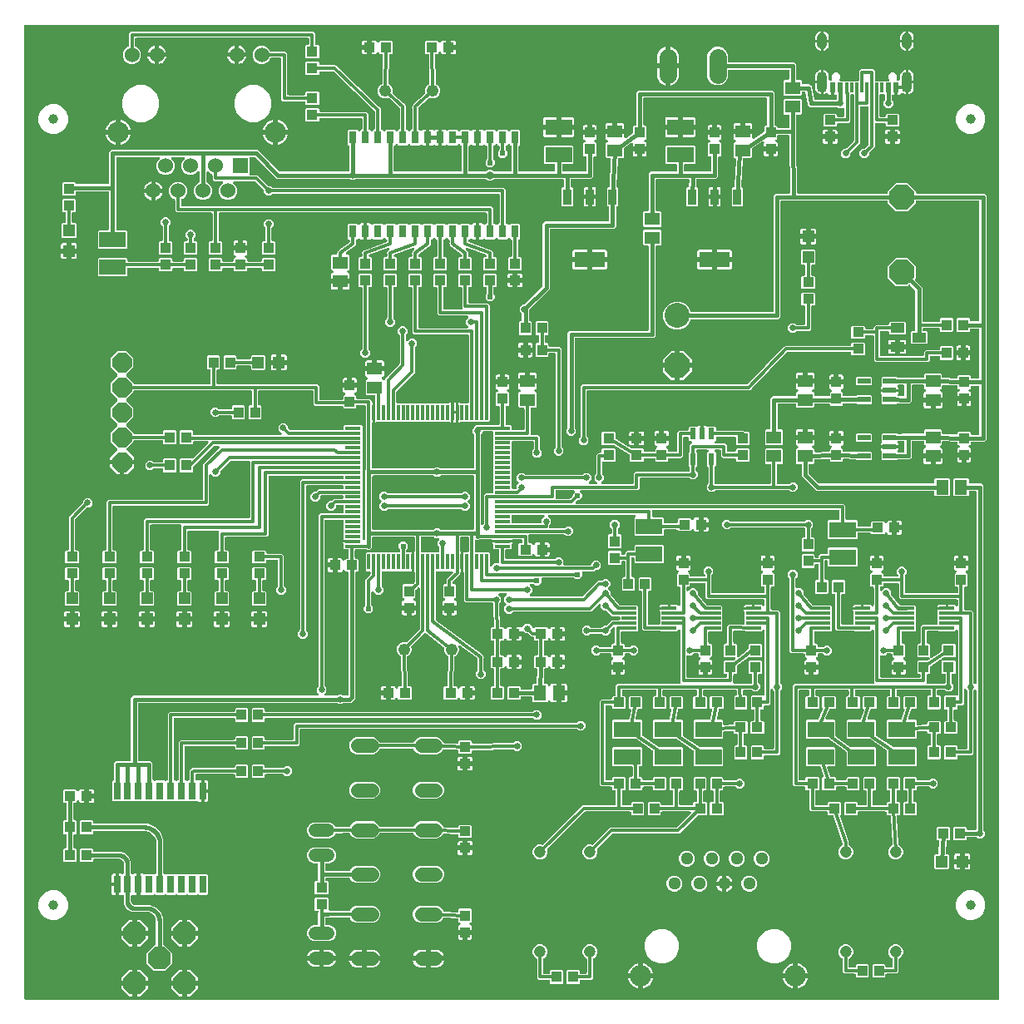
<source format=gbr>
G04 EAGLE Gerber RS-274X export*
G75*
%MOMM*%
%FSLAX34Y34*%
%LPD*%
%INTop Copper*%
%IPPOS*%
%AMOC8*
5,1,8,0,0,1.08239X$1,22.5*%
G01*
%ADD10C,1.206400*%
%ADD11C,2.184400*%
%ADD12C,1.295400*%
%ADD13R,1.000000X1.100000*%
%ADD14R,1.100000X1.000000*%
%ADD15R,1.320800X0.558800*%
%ADD16R,1.500000X1.300000*%
%ADD17R,1.524000X0.330200*%
%ADD18R,2.700000X1.600000*%
%ADD19R,0.600000X1.200000*%
%ADD20C,1.524000*%
%ADD21C,2.159000*%
%ADD22R,1.524000X1.524000*%
%ADD23R,0.762000X1.270000*%
%ADD24C,1.219200*%
%ADD25P,2.474344X8X112.500000*%
%ADD26P,2.749271X8X292.500000*%
%ADD27R,0.300000X1.600000*%
%ADD28R,1.600000X0.300000*%
%ADD29C,1.422400*%
%ADD30P,2.199416X8X292.500000*%
%ADD31R,1.200000X1.200000*%
%ADD32R,1.400000X1.000000*%
%ADD33R,0.838200X1.600200*%
%ADD34R,3.098800X1.600200*%
%ADD35R,0.800000X1.800000*%
%ADD36R,0.700000X1.800000*%
%ADD37R,1.300000X1.500000*%
%ADD38C,2.540000*%
%ADD39R,0.300000X1.000000*%
%ADD40R,0.600000X1.000000*%
%ADD41C,0.806400*%
%ADD42C,1.803400*%
%ADD43C,1.000000*%
%ADD44C,1.320800*%
%ADD45C,0.609600*%
%ADD46C,0.804800*%
%ADD47C,0.304800*%
%ADD48C,6.400000*%
%ADD49C,0.654800*%
%ADD50C,0.406400*%

G36*
X993512Y2302D02*
X993512Y2302D01*
X993631Y2309D01*
X993669Y2322D01*
X993710Y2327D01*
X993820Y2370D01*
X993933Y2407D01*
X993968Y2429D01*
X994005Y2444D01*
X994101Y2513D01*
X994202Y2577D01*
X994230Y2607D01*
X994263Y2630D01*
X994339Y2722D01*
X994420Y2809D01*
X994440Y2844D01*
X994465Y2875D01*
X994516Y2983D01*
X994574Y3087D01*
X994584Y3127D01*
X994601Y3163D01*
X994623Y3280D01*
X994653Y3395D01*
X994657Y3455D01*
X994661Y3475D01*
X994659Y3496D01*
X994663Y3556D01*
X994663Y993394D01*
X994648Y993512D01*
X994641Y993631D01*
X994628Y993669D01*
X994623Y993710D01*
X994580Y993820D01*
X994543Y993933D01*
X994521Y993968D01*
X994506Y994005D01*
X994437Y994101D01*
X994373Y994202D01*
X994343Y994230D01*
X994320Y994263D01*
X994228Y994339D01*
X994141Y994420D01*
X994106Y994440D01*
X994075Y994465D01*
X993967Y994516D01*
X993863Y994574D01*
X993823Y994584D01*
X993787Y994601D01*
X993670Y994623D01*
X993555Y994653D01*
X993495Y994657D01*
X993475Y994661D01*
X993454Y994659D01*
X993394Y994663D01*
X3556Y994663D01*
X3438Y994648D01*
X3319Y994641D01*
X3281Y994628D01*
X3240Y994623D01*
X3130Y994580D01*
X3017Y994543D01*
X2982Y994521D01*
X2945Y994506D01*
X2849Y994437D01*
X2748Y994373D01*
X2720Y994343D01*
X2687Y994320D01*
X2611Y994228D01*
X2530Y994141D01*
X2510Y994106D01*
X2485Y994075D01*
X2434Y993967D01*
X2376Y993863D01*
X2366Y993823D01*
X2349Y993787D01*
X2327Y993670D01*
X2297Y993555D01*
X2293Y993495D01*
X2289Y993475D01*
X2291Y993454D01*
X2287Y993394D01*
X2287Y3556D01*
X2302Y3438D01*
X2309Y3319D01*
X2322Y3281D01*
X2327Y3240D01*
X2370Y3130D01*
X2407Y3017D01*
X2429Y2982D01*
X2444Y2945D01*
X2513Y2849D01*
X2577Y2748D01*
X2607Y2720D01*
X2630Y2687D01*
X2722Y2611D01*
X2809Y2530D01*
X2844Y2510D01*
X2875Y2485D01*
X2983Y2434D01*
X3087Y2376D01*
X3127Y2366D01*
X3163Y2349D01*
X3280Y2327D01*
X3395Y2297D01*
X3455Y2293D01*
X3475Y2289D01*
X3496Y2291D01*
X3556Y2287D01*
X993394Y2287D01*
X993512Y2302D01*
G37*
%LPC*%
G36*
X179932Y203567D02*
X179932Y203567D01*
X179415Y203706D01*
X179021Y203934D01*
X178933Y203971D01*
X178866Y204008D01*
X178849Y204012D01*
X178816Y204029D01*
X178770Y204039D01*
X178727Y204057D01*
X178616Y204074D01*
X178577Y204082D01*
X178558Y204087D01*
X178553Y204088D01*
X178506Y204098D01*
X178459Y204097D01*
X178413Y204104D01*
X178301Y204092D01*
X178188Y204088D01*
X178143Y204075D01*
X168560Y204075D01*
X168503Y204119D01*
X168414Y204198D01*
X168378Y204216D01*
X168346Y204241D01*
X168237Y204288D01*
X168131Y204343D01*
X168091Y204351D01*
X168054Y204367D01*
X167937Y204386D01*
X167821Y204412D01*
X167780Y204411D01*
X167740Y204417D01*
X167621Y204406D01*
X167503Y204403D01*
X167464Y204391D01*
X167424Y204388D01*
X167312Y204347D01*
X167197Y204314D01*
X167162Y204294D01*
X167124Y204280D01*
X167026Y204213D01*
X166923Y204153D01*
X166878Y204113D01*
X166861Y204101D01*
X166848Y204086D01*
X166835Y204075D01*
X157560Y204075D01*
X157503Y204119D01*
X157414Y204198D01*
X157378Y204216D01*
X157346Y204241D01*
X157237Y204288D01*
X157131Y204343D01*
X157091Y204351D01*
X157054Y204367D01*
X156937Y204386D01*
X156821Y204412D01*
X156780Y204411D01*
X156740Y204417D01*
X156621Y204406D01*
X156503Y204403D01*
X156464Y204391D01*
X156424Y204388D01*
X156312Y204347D01*
X156197Y204314D01*
X156162Y204294D01*
X156124Y204280D01*
X156026Y204213D01*
X155923Y204153D01*
X155878Y204113D01*
X155861Y204101D01*
X155848Y204086D01*
X155835Y204075D01*
X146560Y204075D01*
X146503Y204119D01*
X146414Y204198D01*
X146378Y204216D01*
X146346Y204241D01*
X146237Y204288D01*
X146131Y204343D01*
X146091Y204351D01*
X146054Y204367D01*
X145937Y204386D01*
X145821Y204412D01*
X145780Y204411D01*
X145740Y204417D01*
X145621Y204406D01*
X145503Y204403D01*
X145464Y204391D01*
X145424Y204388D01*
X145312Y204347D01*
X145197Y204314D01*
X145162Y204294D01*
X145124Y204280D01*
X145026Y204213D01*
X144923Y204153D01*
X144878Y204113D01*
X144861Y204101D01*
X144848Y204086D01*
X144835Y204075D01*
X135560Y204075D01*
X135503Y204119D01*
X135414Y204198D01*
X135378Y204216D01*
X135346Y204241D01*
X135237Y204288D01*
X135131Y204343D01*
X135091Y204351D01*
X135054Y204367D01*
X134937Y204386D01*
X134821Y204412D01*
X134780Y204411D01*
X134740Y204417D01*
X134621Y204406D01*
X134503Y204403D01*
X134464Y204391D01*
X134424Y204388D01*
X134312Y204347D01*
X134197Y204314D01*
X134162Y204294D01*
X134124Y204280D01*
X134026Y204213D01*
X133923Y204153D01*
X133878Y204113D01*
X133861Y204101D01*
X133848Y204086D01*
X133835Y204075D01*
X124560Y204075D01*
X124503Y204119D01*
X124414Y204198D01*
X124378Y204216D01*
X124346Y204241D01*
X124237Y204288D01*
X124131Y204343D01*
X124091Y204351D01*
X124054Y204367D01*
X123937Y204386D01*
X123821Y204412D01*
X123780Y204411D01*
X123740Y204417D01*
X123621Y204406D01*
X123503Y204403D01*
X123464Y204391D01*
X123424Y204388D01*
X123312Y204347D01*
X123197Y204314D01*
X123162Y204294D01*
X123124Y204280D01*
X123026Y204213D01*
X122923Y204153D01*
X122878Y204113D01*
X122861Y204101D01*
X122848Y204086D01*
X122835Y204075D01*
X113560Y204075D01*
X113503Y204119D01*
X113414Y204198D01*
X113378Y204216D01*
X113346Y204241D01*
X113237Y204288D01*
X113131Y204343D01*
X113091Y204351D01*
X113054Y204367D01*
X112937Y204386D01*
X112821Y204412D01*
X112780Y204411D01*
X112740Y204417D01*
X112621Y204406D01*
X112503Y204403D01*
X112464Y204391D01*
X112424Y204388D01*
X112312Y204347D01*
X112197Y204314D01*
X112162Y204294D01*
X112124Y204280D01*
X112026Y204213D01*
X111923Y204153D01*
X111878Y204113D01*
X111861Y204101D01*
X111848Y204086D01*
X111835Y204075D01*
X102560Y204075D01*
X102503Y204119D01*
X102414Y204198D01*
X102378Y204216D01*
X102346Y204241D01*
X102237Y204288D01*
X102131Y204343D01*
X102091Y204351D01*
X102054Y204367D01*
X101937Y204386D01*
X101821Y204412D01*
X101780Y204411D01*
X101740Y204417D01*
X101621Y204406D01*
X101503Y204403D01*
X101464Y204391D01*
X101424Y204388D01*
X101312Y204347D01*
X101197Y204314D01*
X101162Y204294D01*
X101124Y204280D01*
X101026Y204213D01*
X100923Y204153D01*
X100878Y204113D01*
X100861Y204101D01*
X100848Y204086D01*
X100835Y204075D01*
X92568Y204075D01*
X91675Y204968D01*
X91675Y224232D01*
X92772Y225328D01*
X92832Y225406D01*
X92900Y225478D01*
X92929Y225531D01*
X92966Y225579D01*
X93006Y225670D01*
X93054Y225757D01*
X93069Y225815D01*
X93093Y225871D01*
X93108Y225969D01*
X93133Y226065D01*
X93139Y226165D01*
X93143Y226185D01*
X93141Y226197D01*
X93143Y226225D01*
X93143Y242773D01*
X95227Y244857D01*
X109474Y244857D01*
X109592Y244872D01*
X109711Y244879D01*
X109749Y244892D01*
X109790Y244897D01*
X109900Y244940D01*
X110013Y244977D01*
X110048Y244999D01*
X110085Y245014D01*
X110181Y245083D01*
X110282Y245147D01*
X110310Y245177D01*
X110343Y245200D01*
X110419Y245292D01*
X110500Y245379D01*
X110520Y245414D01*
X110545Y245445D01*
X110596Y245553D01*
X110654Y245657D01*
X110664Y245697D01*
X110681Y245733D01*
X110703Y245850D01*
X110733Y245965D01*
X110737Y246025D01*
X110741Y246045D01*
X110739Y246066D01*
X110743Y246126D01*
X110743Y309448D01*
X112827Y311532D01*
X300918Y311532D01*
X301055Y311549D01*
X301194Y311562D01*
X301213Y311569D01*
X301233Y311572D01*
X301362Y311623D01*
X301493Y311670D01*
X301510Y311681D01*
X301529Y311689D01*
X301641Y311770D01*
X301756Y311848D01*
X301770Y311864D01*
X301786Y311875D01*
X301875Y311983D01*
X301967Y312087D01*
X301976Y312105D01*
X301989Y312120D01*
X302048Y312246D01*
X302111Y312370D01*
X302116Y312390D01*
X302125Y312408D01*
X302151Y312544D01*
X302181Y312680D01*
X302180Y312701D01*
X302184Y312720D01*
X302176Y312859D01*
X302171Y312998D01*
X302166Y313018D01*
X302165Y313038D01*
X302122Y313170D01*
X302083Y313304D01*
X302073Y313321D01*
X302067Y313340D01*
X301992Y313458D01*
X301921Y313578D01*
X301903Y313599D01*
X301896Y313609D01*
X301881Y313623D01*
X301815Y313698D01*
X300001Y315512D01*
X300001Y319488D01*
X301380Y320866D01*
X301440Y320944D01*
X301508Y321016D01*
X301537Y321069D01*
X301574Y321117D01*
X301614Y321208D01*
X301662Y321295D01*
X301677Y321353D01*
X301701Y321409D01*
X301716Y321507D01*
X301741Y321603D01*
X301747Y321703D01*
X301751Y321723D01*
X301749Y321735D01*
X301751Y321763D01*
X301751Y495138D01*
X303537Y496924D01*
X325956Y496924D01*
X326074Y496939D01*
X326193Y496946D01*
X326231Y496959D01*
X326272Y496964D01*
X326382Y497007D01*
X326495Y497044D01*
X326530Y497066D01*
X326567Y497081D01*
X326663Y497150D01*
X326764Y497214D01*
X326792Y497244D01*
X326825Y497267D01*
X326901Y497359D01*
X326982Y497446D01*
X327002Y497481D01*
X327027Y497512D01*
X327078Y497620D01*
X327136Y497724D01*
X327146Y497764D01*
X327163Y497800D01*
X327185Y497917D01*
X327215Y498032D01*
X327219Y498092D01*
X327223Y498112D01*
X327221Y498133D01*
X327225Y498193D01*
X327225Y504557D01*
X327210Y504675D01*
X327203Y504794D01*
X327190Y504832D01*
X327185Y504873D01*
X327142Y504983D01*
X327105Y505096D01*
X327083Y505131D01*
X327068Y505168D01*
X326999Y505264D01*
X326935Y505365D01*
X326905Y505393D01*
X326882Y505426D01*
X326790Y505502D01*
X326703Y505583D01*
X326668Y505603D01*
X326637Y505628D01*
X326529Y505679D01*
X326425Y505737D01*
X326385Y505747D01*
X326349Y505764D01*
X326232Y505786D01*
X326117Y505816D01*
X326057Y505820D01*
X326037Y505824D01*
X326016Y505822D01*
X325956Y505826D01*
X320393Y505826D01*
X320275Y505811D01*
X320156Y505804D01*
X320118Y505791D01*
X320077Y505786D01*
X319967Y505743D01*
X319854Y505706D01*
X319819Y505684D01*
X319782Y505669D01*
X319686Y505600D01*
X319585Y505536D01*
X319557Y505506D01*
X319524Y505483D01*
X319448Y505391D01*
X319367Y505304D01*
X319347Y505269D01*
X319322Y505238D01*
X319271Y505130D01*
X319213Y505026D01*
X319203Y504986D01*
X319186Y504950D01*
X319164Y504833D01*
X319134Y504718D01*
X319130Y504658D01*
X319126Y504638D01*
X319128Y504617D01*
X319124Y504557D01*
X319124Y502837D01*
X316313Y500026D01*
X312337Y500026D01*
X309526Y502837D01*
X309526Y506813D01*
X312337Y509624D01*
X314286Y509624D01*
X314385Y509636D01*
X314484Y509639D01*
X314542Y509656D01*
X314602Y509664D01*
X314694Y509700D01*
X314789Y509728D01*
X314841Y509758D01*
X314898Y509781D01*
X314978Y509839D01*
X315063Y509889D01*
X315138Y509955D01*
X315155Y509967D01*
X315163Y509977D01*
X315184Y509995D01*
X317112Y511924D01*
X325956Y511924D01*
X326074Y511939D01*
X326193Y511946D01*
X326231Y511959D01*
X326272Y511964D01*
X326382Y512007D01*
X326495Y512044D01*
X326530Y512066D01*
X326567Y512081D01*
X326663Y512150D01*
X326764Y512214D01*
X326792Y512244D01*
X326825Y512267D01*
X326901Y512359D01*
X326982Y512446D01*
X327002Y512481D01*
X327027Y512512D01*
X327078Y512620D01*
X327136Y512724D01*
X327146Y512764D01*
X327163Y512800D01*
X327185Y512917D01*
X327215Y513032D01*
X327219Y513092D01*
X327223Y513112D01*
X327221Y513133D01*
X327225Y513193D01*
X327225Y514557D01*
X327210Y514675D01*
X327203Y514794D01*
X327190Y514832D01*
X327185Y514873D01*
X327142Y514983D01*
X327105Y515096D01*
X327083Y515131D01*
X327068Y515168D01*
X326999Y515264D01*
X326935Y515365D01*
X326905Y515393D01*
X326882Y515426D01*
X326790Y515502D01*
X326703Y515583D01*
X326668Y515603D01*
X326637Y515628D01*
X326529Y515679D01*
X326425Y515737D01*
X326385Y515747D01*
X326349Y515764D01*
X326232Y515786D01*
X326117Y515816D01*
X326057Y515820D01*
X326037Y515824D01*
X326016Y515822D01*
X325956Y515826D01*
X304764Y515826D01*
X304665Y515814D01*
X304566Y515811D01*
X304508Y515794D01*
X304448Y515786D01*
X304356Y515750D01*
X304261Y515722D01*
X304209Y515692D01*
X304152Y515669D01*
X304072Y515611D01*
X303987Y515561D01*
X303912Y515495D01*
X303895Y515483D01*
X303887Y515473D01*
X303866Y515455D01*
X303620Y515209D01*
X303560Y515131D01*
X303492Y515059D01*
X303463Y515006D01*
X303426Y514958D01*
X303386Y514867D01*
X303338Y514780D01*
X303323Y514721D01*
X303299Y514666D01*
X303284Y514568D01*
X303259Y514472D01*
X303253Y514372D01*
X303249Y514352D01*
X303251Y514339D01*
X303249Y514311D01*
X303249Y512362D01*
X300438Y509551D01*
X296462Y509551D01*
X293651Y512362D01*
X293651Y516338D01*
X296462Y519149D01*
X298411Y519149D01*
X298510Y519161D01*
X298609Y519164D01*
X298667Y519181D01*
X298727Y519189D01*
X298819Y519225D01*
X298914Y519253D01*
X298966Y519283D01*
X299023Y519306D01*
X299103Y519364D01*
X299188Y519414D01*
X299263Y519480D01*
X299280Y519492D01*
X299288Y519502D01*
X299309Y519520D01*
X301712Y521924D01*
X325956Y521924D01*
X326074Y521939D01*
X326193Y521946D01*
X326231Y521959D01*
X326272Y521964D01*
X326382Y522007D01*
X326495Y522044D01*
X326530Y522066D01*
X326567Y522081D01*
X326663Y522150D01*
X326764Y522214D01*
X326792Y522244D01*
X326825Y522267D01*
X326901Y522359D01*
X326982Y522446D01*
X327002Y522481D01*
X327027Y522512D01*
X327078Y522620D01*
X327136Y522724D01*
X327146Y522764D01*
X327163Y522800D01*
X327185Y522917D01*
X327215Y523032D01*
X327219Y523092D01*
X327223Y523112D01*
X327221Y523133D01*
X327225Y523193D01*
X327225Y524557D01*
X327210Y524675D01*
X327203Y524794D01*
X327190Y524832D01*
X327185Y524873D01*
X327142Y524983D01*
X327105Y525096D01*
X327083Y525131D01*
X327068Y525168D01*
X326999Y525264D01*
X326935Y525365D01*
X326905Y525393D01*
X326882Y525426D01*
X326790Y525502D01*
X326703Y525583D01*
X326668Y525603D01*
X326637Y525628D01*
X326529Y525679D01*
X326425Y525737D01*
X326385Y525747D01*
X326349Y525764D01*
X326232Y525786D01*
X326117Y525816D01*
X326057Y525820D01*
X326037Y525824D01*
X326016Y525822D01*
X325956Y525826D01*
X290068Y525826D01*
X289950Y525811D01*
X289831Y525804D01*
X289793Y525791D01*
X289752Y525786D01*
X289642Y525743D01*
X289529Y525706D01*
X289494Y525684D01*
X289457Y525669D01*
X289361Y525600D01*
X289260Y525536D01*
X289232Y525506D01*
X289199Y525483D01*
X289123Y525391D01*
X289042Y525304D01*
X289022Y525269D01*
X288997Y525238D01*
X288946Y525130D01*
X288888Y525026D01*
X288878Y524986D01*
X288861Y524950D01*
X288839Y524833D01*
X288809Y524718D01*
X288805Y524658D01*
X288801Y524638D01*
X288803Y524617D01*
X288799Y524557D01*
X288799Y378913D01*
X288811Y378815D01*
X288814Y378716D01*
X288831Y378658D01*
X288839Y378598D01*
X288875Y378506D01*
X288903Y378411D01*
X288933Y378359D01*
X288956Y378302D01*
X289014Y378222D01*
X289064Y378137D01*
X289130Y378061D01*
X289142Y378045D01*
X289152Y378037D01*
X289170Y378016D01*
X290549Y376638D01*
X290549Y372662D01*
X287738Y369851D01*
X283762Y369851D01*
X280951Y372662D01*
X280951Y376638D01*
X282330Y378016D01*
X282390Y378094D01*
X282458Y378166D01*
X282487Y378219D01*
X282524Y378267D01*
X282564Y378358D01*
X282612Y378445D01*
X282627Y378503D01*
X282651Y378559D01*
X282666Y378657D01*
X282691Y378753D01*
X282697Y378853D01*
X282701Y378873D01*
X282699Y378885D01*
X282701Y378913D01*
X282701Y530138D01*
X284487Y531924D01*
X325956Y531924D01*
X326074Y531939D01*
X326193Y531946D01*
X326231Y531959D01*
X326272Y531964D01*
X326382Y532007D01*
X326495Y532044D01*
X326530Y532066D01*
X326567Y532081D01*
X326663Y532150D01*
X326764Y532214D01*
X326792Y532244D01*
X326825Y532267D01*
X326901Y532359D01*
X326982Y532446D01*
X327002Y532481D01*
X327027Y532512D01*
X327078Y532620D01*
X327136Y532724D01*
X327146Y532764D01*
X327163Y532800D01*
X327185Y532917D01*
X327215Y533032D01*
X327219Y533092D01*
X327223Y533112D01*
X327221Y533133D01*
X327225Y533193D01*
X327225Y534557D01*
X327210Y534675D01*
X327203Y534794D01*
X327191Y534832D01*
X327185Y534873D01*
X327142Y534983D01*
X327105Y535096D01*
X327083Y535131D01*
X327068Y535168D01*
X326999Y535264D01*
X326935Y535365D01*
X326905Y535393D01*
X326882Y535426D01*
X326790Y535502D01*
X326703Y535583D01*
X326668Y535603D01*
X326637Y535628D01*
X326529Y535679D01*
X326425Y535737D01*
X326385Y535747D01*
X326349Y535764D01*
X326232Y535786D01*
X326117Y535816D01*
X326057Y535820D01*
X326037Y535824D01*
X326016Y535822D01*
X325956Y535826D01*
X251968Y535826D01*
X251850Y535811D01*
X251731Y535804D01*
X251693Y535791D01*
X251652Y535786D01*
X251542Y535743D01*
X251429Y535706D01*
X251394Y535684D01*
X251357Y535669D01*
X251261Y535600D01*
X251160Y535536D01*
X251132Y535506D01*
X251099Y535483D01*
X251023Y535391D01*
X250942Y535304D01*
X250922Y535269D01*
X250897Y535238D01*
X250846Y535130D01*
X250788Y535026D01*
X250778Y534986D01*
X250761Y534950D01*
X250739Y534833D01*
X250709Y534718D01*
X250705Y534658D01*
X250701Y534638D01*
X250703Y534617D01*
X250699Y534557D01*
X250699Y474987D01*
X248913Y473201D01*
X207518Y473201D01*
X207400Y473186D01*
X207281Y473179D01*
X207243Y473166D01*
X207202Y473161D01*
X207092Y473118D01*
X206979Y473081D01*
X206944Y473059D01*
X206907Y473044D01*
X206811Y472975D01*
X206710Y472911D01*
X206682Y472881D01*
X206649Y472858D01*
X206573Y472766D01*
X206492Y472679D01*
X206472Y472644D01*
X206447Y472613D01*
X206396Y472505D01*
X206338Y472401D01*
X206328Y472361D01*
X206311Y472325D01*
X206289Y472208D01*
X206259Y472093D01*
X206255Y472033D01*
X206251Y472013D01*
X206252Y471995D01*
X206251Y471990D01*
X206252Y471981D01*
X206249Y471932D01*
X206249Y460794D01*
X206264Y460676D01*
X206271Y460557D01*
X206284Y460519D01*
X206289Y460478D01*
X206332Y460368D01*
X206369Y460255D01*
X206391Y460220D01*
X206406Y460183D01*
X206475Y460087D01*
X206539Y459986D01*
X206569Y459958D01*
X206592Y459925D01*
X206684Y459849D01*
X206771Y459768D01*
X206806Y459748D01*
X206837Y459723D01*
X206945Y459672D01*
X207049Y459614D01*
X207089Y459604D01*
X207125Y459587D01*
X207242Y459565D01*
X207357Y459535D01*
X207417Y459531D01*
X207437Y459527D01*
X207458Y459529D01*
X207518Y459525D01*
X209332Y459525D01*
X210225Y458632D01*
X210225Y447368D01*
X209332Y446475D01*
X197068Y446475D01*
X196175Y447368D01*
X196175Y458632D01*
X197068Y459525D01*
X198882Y459525D01*
X199000Y459540D01*
X199119Y459547D01*
X199157Y459560D01*
X199198Y459565D01*
X199308Y459608D01*
X199421Y459645D01*
X199456Y459667D01*
X199493Y459682D01*
X199589Y459751D01*
X199690Y459815D01*
X199718Y459845D01*
X199751Y459868D01*
X199827Y459960D01*
X199908Y460047D01*
X199928Y460082D01*
X199953Y460113D01*
X200004Y460221D01*
X200062Y460325D01*
X200072Y460365D01*
X200089Y460401D01*
X200111Y460518D01*
X200141Y460633D01*
X200145Y460693D01*
X200149Y460713D01*
X200147Y460734D01*
X200151Y460794D01*
X200151Y477546D01*
X200197Y477601D01*
X200206Y477620D01*
X200218Y477636D01*
X200273Y477763D01*
X200332Y477889D01*
X200336Y477909D01*
X200344Y477928D01*
X200366Y478065D01*
X200392Y478202D01*
X200391Y478222D01*
X200394Y478242D01*
X200381Y478380D01*
X200372Y478519D01*
X200366Y478538D01*
X200364Y478558D01*
X200317Y478689D01*
X200274Y478821D01*
X200264Y478839D01*
X200257Y478858D01*
X200179Y478973D01*
X200104Y479090D01*
X200089Y479104D01*
X200078Y479121D01*
X199974Y479213D01*
X199873Y479308D01*
X199855Y479318D01*
X199840Y479331D01*
X199716Y479394D01*
X199594Y479462D01*
X199575Y479467D01*
X199557Y479476D01*
X199421Y479506D01*
X199286Y479541D01*
X199258Y479543D01*
X199246Y479546D01*
X199226Y479545D01*
X199125Y479551D01*
X169418Y479551D01*
X169300Y479536D01*
X169181Y479529D01*
X169143Y479516D01*
X169102Y479511D01*
X168992Y479468D01*
X168879Y479431D01*
X168844Y479409D01*
X168807Y479394D01*
X168711Y479325D01*
X168610Y479261D01*
X168582Y479231D01*
X168549Y479208D01*
X168473Y479116D01*
X168392Y479029D01*
X168372Y478994D01*
X168347Y478963D01*
X168296Y478855D01*
X168238Y478751D01*
X168228Y478711D01*
X168211Y478675D01*
X168189Y478558D01*
X168159Y478443D01*
X168155Y478383D01*
X168151Y478363D01*
X168153Y478342D01*
X168151Y478336D01*
X168152Y478329D01*
X168149Y478282D01*
X168149Y460794D01*
X168164Y460676D01*
X168171Y460557D01*
X168184Y460519D01*
X168189Y460478D01*
X168232Y460368D01*
X168269Y460255D01*
X168291Y460220D01*
X168306Y460183D01*
X168375Y460087D01*
X168439Y459986D01*
X168469Y459958D01*
X168492Y459925D01*
X168584Y459849D01*
X168671Y459768D01*
X168706Y459748D01*
X168737Y459723D01*
X168845Y459672D01*
X168949Y459614D01*
X168989Y459604D01*
X169025Y459587D01*
X169142Y459565D01*
X169257Y459535D01*
X169317Y459531D01*
X169337Y459527D01*
X169358Y459529D01*
X169418Y459525D01*
X171232Y459525D01*
X172125Y458632D01*
X172125Y447368D01*
X171232Y446475D01*
X158968Y446475D01*
X158075Y447368D01*
X158075Y458632D01*
X158968Y459525D01*
X160782Y459525D01*
X160900Y459540D01*
X161019Y459547D01*
X161057Y459560D01*
X161098Y459565D01*
X161208Y459608D01*
X161321Y459645D01*
X161356Y459667D01*
X161393Y459682D01*
X161489Y459751D01*
X161590Y459815D01*
X161618Y459845D01*
X161651Y459868D01*
X161727Y459960D01*
X161808Y460047D01*
X161828Y460082D01*
X161853Y460113D01*
X161904Y460221D01*
X161962Y460325D01*
X161972Y460365D01*
X161989Y460401D01*
X162011Y460518D01*
X162041Y460633D01*
X162045Y460693D01*
X162049Y460713D01*
X162047Y460734D01*
X162051Y460794D01*
X162051Y483896D01*
X162097Y483951D01*
X162106Y483970D01*
X162118Y483986D01*
X162173Y484113D01*
X162232Y484239D01*
X162236Y484259D01*
X162244Y484278D01*
X162266Y484415D01*
X162292Y484552D01*
X162291Y484572D01*
X162294Y484592D01*
X162281Y484730D01*
X162272Y484869D01*
X162266Y484888D01*
X162264Y484908D01*
X162217Y485039D01*
X162174Y485171D01*
X162164Y485189D01*
X162157Y485208D01*
X162079Y485323D01*
X162004Y485440D01*
X161989Y485454D01*
X161978Y485471D01*
X161874Y485563D01*
X161773Y485658D01*
X161755Y485668D01*
X161740Y485681D01*
X161616Y485744D01*
X161494Y485812D01*
X161475Y485817D01*
X161457Y485826D01*
X161321Y485856D01*
X161186Y485891D01*
X161158Y485893D01*
X161146Y485896D01*
X161126Y485895D01*
X161025Y485901D01*
X131318Y485901D01*
X131200Y485886D01*
X131081Y485879D01*
X131043Y485866D01*
X131002Y485861D01*
X130892Y485818D01*
X130779Y485781D01*
X130744Y485759D01*
X130707Y485744D01*
X130611Y485675D01*
X130510Y485611D01*
X130482Y485581D01*
X130449Y485558D01*
X130373Y485466D01*
X130292Y485379D01*
X130272Y485344D01*
X130247Y485313D01*
X130196Y485205D01*
X130138Y485101D01*
X130128Y485061D01*
X130111Y485025D01*
X130089Y484908D01*
X130059Y484793D01*
X130055Y484733D01*
X130051Y484713D01*
X130053Y484692D01*
X130052Y484687D01*
X130051Y484682D01*
X130052Y484677D01*
X130049Y484632D01*
X130049Y460794D01*
X130064Y460676D01*
X130071Y460557D01*
X130084Y460519D01*
X130089Y460478D01*
X130132Y460368D01*
X130169Y460255D01*
X130191Y460220D01*
X130206Y460183D01*
X130275Y460087D01*
X130339Y459986D01*
X130369Y459958D01*
X130392Y459925D01*
X130484Y459849D01*
X130571Y459768D01*
X130606Y459748D01*
X130637Y459723D01*
X130745Y459672D01*
X130849Y459614D01*
X130889Y459604D01*
X130925Y459587D01*
X131042Y459565D01*
X131157Y459535D01*
X131217Y459531D01*
X131237Y459527D01*
X131258Y459529D01*
X131318Y459525D01*
X133132Y459525D01*
X134025Y458632D01*
X134025Y447368D01*
X133132Y446475D01*
X120868Y446475D01*
X119975Y447368D01*
X119975Y458632D01*
X120868Y459525D01*
X122682Y459525D01*
X122800Y459540D01*
X122919Y459547D01*
X122957Y459560D01*
X122998Y459565D01*
X123108Y459608D01*
X123221Y459645D01*
X123256Y459667D01*
X123293Y459682D01*
X123389Y459751D01*
X123490Y459815D01*
X123518Y459845D01*
X123551Y459868D01*
X123627Y459960D01*
X123708Y460047D01*
X123728Y460082D01*
X123753Y460113D01*
X123804Y460221D01*
X123862Y460325D01*
X123872Y460365D01*
X123889Y460401D01*
X123911Y460518D01*
X123941Y460633D01*
X123945Y460693D01*
X123949Y460713D01*
X123947Y460734D01*
X123951Y460794D01*
X123951Y490213D01*
X125737Y491999D01*
X230632Y491999D01*
X230750Y492014D01*
X230869Y492021D01*
X230907Y492034D01*
X230948Y492039D01*
X231058Y492082D01*
X231171Y492119D01*
X231206Y492141D01*
X231243Y492156D01*
X231339Y492225D01*
X231440Y492289D01*
X231468Y492319D01*
X231501Y492342D01*
X231577Y492434D01*
X231658Y492521D01*
X231678Y492556D01*
X231703Y492587D01*
X231754Y492695D01*
X231812Y492799D01*
X231822Y492839D01*
X231839Y492875D01*
X231861Y492992D01*
X231891Y493107D01*
X231895Y493167D01*
X231899Y493187D01*
X231897Y493208D01*
X231901Y493268D01*
X231901Y549557D01*
X231886Y549675D01*
X231879Y549794D01*
X231866Y549832D01*
X231861Y549873D01*
X231818Y549983D01*
X231781Y550096D01*
X231759Y550131D01*
X231744Y550168D01*
X231675Y550264D01*
X231611Y550365D01*
X231581Y550393D01*
X231558Y550426D01*
X231466Y550502D01*
X231379Y550583D01*
X231344Y550603D01*
X231313Y550628D01*
X231205Y550679D01*
X231101Y550737D01*
X231061Y550747D01*
X231025Y550764D01*
X230908Y550786D01*
X230793Y550816D01*
X230733Y550820D01*
X230713Y550824D01*
X230692Y550822D01*
X230632Y550826D01*
X212764Y550826D01*
X212665Y550814D01*
X212566Y550811D01*
X212508Y550794D01*
X212448Y550786D01*
X212356Y550750D01*
X212261Y550722D01*
X212209Y550692D01*
X212152Y550669D01*
X212072Y550611D01*
X211987Y550561D01*
X211911Y550495D01*
X211895Y550483D01*
X211887Y550473D01*
X211866Y550455D01*
X202020Y540609D01*
X201960Y540531D01*
X201892Y540459D01*
X201863Y540406D01*
X201826Y540358D01*
X201786Y540267D01*
X201738Y540180D01*
X201723Y540122D01*
X201699Y540066D01*
X201684Y539968D01*
X201659Y539872D01*
X201653Y539772D01*
X201649Y539752D01*
X201651Y539739D01*
X201649Y539711D01*
X201649Y537762D01*
X198838Y534951D01*
X194862Y534951D01*
X192540Y537273D01*
X192431Y537358D01*
X192324Y537447D01*
X192305Y537456D01*
X192289Y537468D01*
X192161Y537523D01*
X192036Y537583D01*
X192016Y537586D01*
X191997Y537594D01*
X191859Y537616D01*
X191723Y537642D01*
X191703Y537641D01*
X191683Y537644D01*
X191544Y537631D01*
X191406Y537623D01*
X191387Y537616D01*
X191367Y537614D01*
X191235Y537567D01*
X191104Y537525D01*
X191086Y537514D01*
X191067Y537507D01*
X190952Y537429D01*
X190835Y537354D01*
X190821Y537340D01*
X190804Y537328D01*
X190712Y537224D01*
X190617Y537123D01*
X190607Y537105D01*
X190594Y537090D01*
X190530Y536966D01*
X190463Y536844D01*
X190458Y536825D01*
X190449Y536807D01*
X190419Y536671D01*
X190384Y536536D01*
X190382Y536508D01*
X190379Y536496D01*
X190380Y536476D01*
X190374Y536376D01*
X190374Y506737D01*
X188588Y504951D01*
X93218Y504951D01*
X93100Y504936D01*
X92981Y504929D01*
X92943Y504916D01*
X92902Y504911D01*
X92792Y504868D01*
X92679Y504831D01*
X92644Y504809D01*
X92607Y504794D01*
X92511Y504725D01*
X92410Y504661D01*
X92382Y504631D01*
X92349Y504608D01*
X92273Y504516D01*
X92192Y504429D01*
X92172Y504394D01*
X92147Y504363D01*
X92096Y504255D01*
X92038Y504151D01*
X92028Y504111D01*
X92011Y504075D01*
X91989Y503958D01*
X91959Y503843D01*
X91955Y503783D01*
X91951Y503763D01*
X91953Y503742D01*
X91949Y503682D01*
X91949Y460794D01*
X91964Y460676D01*
X91971Y460557D01*
X91984Y460519D01*
X91989Y460478D01*
X92032Y460368D01*
X92069Y460255D01*
X92091Y460220D01*
X92106Y460183D01*
X92175Y460087D01*
X92239Y459986D01*
X92269Y459958D01*
X92292Y459925D01*
X92384Y459849D01*
X92471Y459768D01*
X92506Y459748D01*
X92537Y459723D01*
X92645Y459672D01*
X92749Y459614D01*
X92789Y459604D01*
X92825Y459587D01*
X92942Y459565D01*
X93057Y459535D01*
X93117Y459531D01*
X93137Y459527D01*
X93158Y459529D01*
X93218Y459525D01*
X95032Y459525D01*
X95925Y458632D01*
X95925Y447368D01*
X95032Y446475D01*
X82768Y446475D01*
X81875Y447368D01*
X81875Y458632D01*
X82768Y459525D01*
X84582Y459525D01*
X84700Y459540D01*
X84819Y459547D01*
X84857Y459560D01*
X84898Y459565D01*
X85008Y459608D01*
X85121Y459645D01*
X85156Y459667D01*
X85193Y459682D01*
X85289Y459751D01*
X85390Y459815D01*
X85418Y459845D01*
X85451Y459868D01*
X85527Y459960D01*
X85608Y460047D01*
X85628Y460082D01*
X85653Y460113D01*
X85704Y460221D01*
X85762Y460325D01*
X85772Y460365D01*
X85789Y460401D01*
X85811Y460518D01*
X85841Y460633D01*
X85845Y460693D01*
X85849Y460713D01*
X85847Y460734D01*
X85851Y460794D01*
X85851Y509263D01*
X87637Y511049D01*
X183007Y511049D01*
X183125Y511064D01*
X183244Y511071D01*
X183282Y511084D01*
X183323Y511089D01*
X183433Y511132D01*
X183546Y511169D01*
X183581Y511191D01*
X183618Y511206D01*
X183714Y511275D01*
X183815Y511339D01*
X183843Y511369D01*
X183876Y511392D01*
X183952Y511484D01*
X184033Y511571D01*
X184053Y511606D01*
X184078Y511637D01*
X184129Y511745D01*
X184187Y511849D01*
X184197Y511889D01*
X184214Y511925D01*
X184236Y512042D01*
X184266Y512157D01*
X184270Y512217D01*
X184274Y512237D01*
X184272Y512258D01*
X184276Y512318D01*
X184276Y546092D01*
X184276Y546093D01*
X184276Y546095D01*
X184273Y547360D01*
X185167Y548253D01*
X185167Y548254D01*
X185169Y548255D01*
X199782Y562937D01*
X199802Y562963D01*
X200498Y563660D01*
X200583Y563769D01*
X200672Y563876D01*
X200680Y563895D01*
X200693Y563911D01*
X200748Y564039D01*
X200807Y564164D01*
X200811Y564184D01*
X200819Y564203D01*
X200841Y564341D01*
X200867Y564477D01*
X200866Y564497D01*
X200869Y564517D01*
X200856Y564656D01*
X200847Y564794D01*
X200841Y564813D01*
X200839Y564833D01*
X200792Y564964D01*
X200749Y565096D01*
X200739Y565114D01*
X200732Y565133D01*
X200654Y565247D01*
X200579Y565365D01*
X200564Y565379D01*
X200553Y565396D01*
X200449Y565488D01*
X200348Y565583D01*
X200330Y565593D01*
X200315Y565606D01*
X200191Y565669D01*
X200069Y565737D01*
X200050Y565742D01*
X200031Y565751D01*
X199896Y565781D01*
X199761Y565816D01*
X199733Y565818D01*
X199721Y565821D01*
X199701Y565820D01*
X199600Y565826D01*
X195664Y565826D01*
X195565Y565814D01*
X195466Y565811D01*
X195408Y565794D01*
X195348Y565786D01*
X195256Y565750D01*
X195161Y565722D01*
X195109Y565692D01*
X195052Y565669D01*
X194972Y565611D01*
X194887Y565561D01*
X194812Y565495D01*
X194795Y565483D01*
X194787Y565473D01*
X194766Y565455D01*
X174520Y545209D01*
X174147Y544835D01*
X174086Y544757D01*
X174018Y544685D01*
X173989Y544632D01*
X173952Y544584D01*
X173912Y544493D01*
X173864Y544406D01*
X173849Y544347D01*
X173825Y544292D01*
X173810Y544194D01*
X173785Y544098D01*
X173779Y543998D01*
X173775Y543978D01*
X173777Y543966D01*
X173775Y543937D01*
X173775Y539968D01*
X172882Y539075D01*
X161618Y539075D01*
X160725Y539968D01*
X160725Y552232D01*
X161618Y553125D01*
X173287Y553125D01*
X173386Y553137D01*
X173485Y553140D01*
X173543Y553157D01*
X173603Y553165D01*
X173695Y553201D01*
X173790Y553229D01*
X173842Y553259D01*
X173899Y553282D01*
X173979Y553340D01*
X174064Y553390D01*
X174140Y553456D01*
X174156Y553468D01*
X174164Y553478D01*
X174169Y553482D01*
X174173Y553485D01*
X174174Y553487D01*
X174185Y553496D01*
X189348Y568660D01*
X189433Y568769D01*
X189522Y568876D01*
X189530Y568895D01*
X189543Y568911D01*
X189598Y569039D01*
X189657Y569164D01*
X189661Y569184D01*
X189669Y569203D01*
X189691Y569341D01*
X189717Y569477D01*
X189716Y569497D01*
X189719Y569517D01*
X189706Y569656D01*
X189697Y569794D01*
X189691Y569813D01*
X189689Y569833D01*
X189642Y569964D01*
X189599Y570096D01*
X189589Y570114D01*
X189582Y570133D01*
X189504Y570248D01*
X189429Y570365D01*
X189414Y570379D01*
X189403Y570396D01*
X189299Y570488D01*
X189198Y570583D01*
X189180Y570593D01*
X189165Y570606D01*
X189041Y570669D01*
X188919Y570737D01*
X188900Y570742D01*
X188881Y570751D01*
X188746Y570781D01*
X188611Y570816D01*
X188583Y570818D01*
X188571Y570821D01*
X188551Y570820D01*
X188450Y570826D01*
X175044Y570826D01*
X174926Y570811D01*
X174807Y570804D01*
X174769Y570791D01*
X174728Y570786D01*
X174618Y570743D01*
X174505Y570706D01*
X174470Y570684D01*
X174433Y570669D01*
X174337Y570600D01*
X174236Y570536D01*
X174208Y570506D01*
X174175Y570483D01*
X174099Y570391D01*
X174018Y570304D01*
X173998Y570269D01*
X173973Y570238D01*
X173922Y570130D01*
X173864Y570026D01*
X173854Y569986D01*
X173837Y569950D01*
X173815Y569833D01*
X173785Y569718D01*
X173781Y569658D01*
X173777Y569638D01*
X173779Y569617D01*
X173775Y569557D01*
X173775Y568543D01*
X172882Y567650D01*
X161618Y567650D01*
X160725Y568543D01*
X160725Y580807D01*
X161618Y581700D01*
X172882Y581700D01*
X173775Y580807D01*
X173775Y578193D01*
X173790Y578075D01*
X173797Y577956D01*
X173810Y577918D01*
X173815Y577877D01*
X173858Y577767D01*
X173895Y577654D01*
X173917Y577619D01*
X173932Y577582D01*
X174001Y577486D01*
X174065Y577385D01*
X174095Y577357D01*
X174118Y577324D01*
X174210Y577248D01*
X174297Y577167D01*
X174332Y577147D01*
X174363Y577122D01*
X174471Y577071D01*
X174575Y577013D01*
X174615Y577003D01*
X174651Y576986D01*
X174768Y576964D01*
X174883Y576934D01*
X174943Y576930D01*
X174963Y576926D01*
X174984Y576928D01*
X175044Y576924D01*
X263101Y576924D01*
X263238Y576941D01*
X263377Y576954D01*
X263396Y576961D01*
X263416Y576964D01*
X263545Y577015D01*
X263676Y577062D01*
X263693Y577073D01*
X263712Y577081D01*
X263824Y577162D01*
X263939Y577240D01*
X263953Y577256D01*
X263969Y577267D01*
X264058Y577375D01*
X264150Y577479D01*
X264159Y577497D01*
X264172Y577512D01*
X264231Y577638D01*
X264294Y577762D01*
X264299Y577782D01*
X264308Y577800D01*
X264334Y577936D01*
X264364Y578072D01*
X264363Y578093D01*
X264367Y578112D01*
X264359Y578251D01*
X264354Y578390D01*
X264349Y578410D01*
X264348Y578430D01*
X264305Y578562D01*
X264266Y578696D01*
X264256Y578713D01*
X264250Y578732D01*
X264175Y578850D01*
X264104Y578970D01*
X264086Y578991D01*
X264079Y579001D01*
X264064Y579015D01*
X263998Y579090D01*
X260876Y582212D01*
X260876Y586188D01*
X263687Y588999D01*
X267663Y588999D01*
X270474Y586188D01*
X270474Y584239D01*
X270486Y584140D01*
X270489Y584041D01*
X270506Y583983D01*
X270514Y583923D01*
X270550Y583831D01*
X270578Y583736D01*
X270608Y583684D01*
X270631Y583627D01*
X270689Y583547D01*
X270739Y583462D01*
X270805Y583387D01*
X270817Y583370D01*
X270827Y583362D01*
X270845Y583341D01*
X271891Y582295D01*
X271969Y582235D01*
X272041Y582167D01*
X272094Y582138D01*
X272142Y582101D01*
X272233Y582061D01*
X272320Y582013D01*
X272379Y581998D01*
X272434Y581974D01*
X272532Y581959D01*
X272628Y581934D01*
X272728Y581928D01*
X272748Y581924D01*
X272761Y581926D01*
X272789Y581924D01*
X325956Y581924D01*
X326074Y581939D01*
X326193Y581946D01*
X326231Y581959D01*
X326272Y581964D01*
X326382Y582007D01*
X326495Y582044D01*
X326530Y582066D01*
X326567Y582081D01*
X326663Y582150D01*
X326764Y582214D01*
X326792Y582244D01*
X326825Y582267D01*
X326901Y582359D01*
X326982Y582446D01*
X327002Y582481D01*
X327027Y582512D01*
X327078Y582620D01*
X327136Y582724D01*
X327146Y582764D01*
X327163Y582800D01*
X327185Y582917D01*
X327215Y583032D01*
X327219Y583092D01*
X327223Y583112D01*
X327221Y583133D01*
X327225Y583193D01*
X327225Y586007D01*
X328118Y586900D01*
X345382Y586900D01*
X346275Y586007D01*
X346275Y472140D01*
X346286Y472048D01*
X346288Y471956D01*
X346306Y471891D01*
X346315Y471824D01*
X346349Y471738D01*
X346373Y471649D01*
X346425Y471544D01*
X346432Y471528D01*
X346437Y471522D01*
X346445Y471505D01*
X346644Y471160D01*
X346698Y470959D01*
X346756Y470817D01*
X346812Y470676D01*
X346816Y470671D01*
X346818Y470664D01*
X346908Y470543D01*
X346998Y470419D01*
X347004Y470414D01*
X347008Y470409D01*
X347124Y470314D01*
X347243Y470216D01*
X347250Y470213D01*
X347255Y470209D01*
X347394Y470145D01*
X347531Y470080D01*
X347538Y470079D01*
X347544Y470076D01*
X347695Y470049D01*
X347844Y470021D01*
X347850Y470021D01*
X347857Y470020D01*
X348009Y470031D01*
X348161Y470040D01*
X348167Y470042D01*
X348174Y470043D01*
X348318Y470091D01*
X348463Y470138D01*
X348469Y470142D01*
X348476Y470144D01*
X348603Y470227D01*
X348732Y470308D01*
X348737Y470313D01*
X348742Y470317D01*
X348846Y470429D01*
X348950Y470540D01*
X348953Y470546D01*
X348958Y470551D01*
X349030Y470685D01*
X349104Y470819D01*
X349105Y470825D01*
X349108Y470831D01*
X349145Y470979D01*
X349183Y471127D01*
X349184Y471136D01*
X349185Y471140D01*
X349185Y471151D01*
X349193Y471287D01*
X349193Y540898D01*
X349330Y541034D01*
X349390Y541113D01*
X349458Y541185D01*
X349487Y541238D01*
X349524Y541286D01*
X349564Y541377D01*
X349612Y541463D01*
X349627Y541522D01*
X349651Y541578D01*
X349666Y541676D01*
X349691Y541771D01*
X349697Y541871D01*
X349701Y541892D01*
X349699Y541904D01*
X349701Y541932D01*
X349701Y606307D01*
X349686Y606425D01*
X349679Y606544D01*
X349666Y606582D01*
X349661Y606623D01*
X349618Y606733D01*
X349581Y606846D01*
X349559Y606881D01*
X349544Y606918D01*
X349475Y607014D01*
X349411Y607115D01*
X349381Y607143D01*
X349358Y607176D01*
X349266Y607252D01*
X349179Y607333D01*
X349144Y607353D01*
X349113Y607378D01*
X349005Y607429D01*
X348901Y607487D01*
X348861Y607497D01*
X348825Y607514D01*
X348708Y607536D01*
X348593Y607566D01*
X348533Y607570D01*
X348513Y607574D01*
X348492Y607572D01*
X348432Y607576D01*
X341169Y607576D01*
X341051Y607561D01*
X340932Y607554D01*
X340894Y607541D01*
X340853Y607536D01*
X340743Y607493D01*
X340630Y607456D01*
X340595Y607434D01*
X340558Y607419D01*
X340462Y607350D01*
X340361Y607286D01*
X340333Y607256D01*
X340300Y607233D01*
X340224Y607141D01*
X340143Y607054D01*
X340123Y607019D01*
X340098Y606988D01*
X340047Y606880D01*
X339989Y606776D01*
X339979Y606736D01*
X339962Y606700D01*
X339940Y606583D01*
X339910Y606468D01*
X339906Y606408D01*
X339902Y606388D01*
X339904Y606367D01*
X339900Y606307D01*
X339900Y604493D01*
X339007Y603600D01*
X327743Y603600D01*
X326850Y604493D01*
X326850Y605282D01*
X326835Y605400D01*
X326828Y605519D01*
X326815Y605557D01*
X326810Y605598D01*
X326767Y605708D01*
X326730Y605821D01*
X326708Y605856D01*
X326693Y605893D01*
X326624Y605989D01*
X326560Y606090D01*
X326530Y606118D01*
X326507Y606151D01*
X326415Y606227D01*
X326328Y606308D01*
X326293Y606328D01*
X326262Y606353D01*
X326154Y606404D01*
X326050Y606462D01*
X326010Y606472D01*
X325974Y606489D01*
X325857Y606511D01*
X325742Y606541D01*
X325682Y606545D01*
X325662Y606549D01*
X325641Y606547D01*
X325581Y606551D01*
X298212Y606551D01*
X296426Y608337D01*
X296426Y621157D01*
X296411Y621275D01*
X296404Y621394D01*
X296391Y621432D01*
X296386Y621473D01*
X296343Y621583D01*
X296306Y621696D01*
X296284Y621731D01*
X296269Y621768D01*
X296200Y621864D01*
X296136Y621965D01*
X296106Y621993D01*
X296083Y622026D01*
X295991Y622102D01*
X295904Y622183D01*
X295869Y622203D01*
X295838Y622228D01*
X295730Y622279D01*
X295626Y622337D01*
X295586Y622347D01*
X295550Y622364D01*
X295433Y622386D01*
X295318Y622416D01*
X295258Y622420D01*
X295238Y622424D01*
X295217Y622422D01*
X295157Y622426D01*
X241418Y622426D01*
X241300Y622411D01*
X241181Y622404D01*
X241143Y622391D01*
X241102Y622386D01*
X240992Y622343D01*
X240879Y622306D01*
X240844Y622284D01*
X240807Y622269D01*
X240711Y622200D01*
X240610Y622136D01*
X240582Y622106D01*
X240549Y622083D01*
X240473Y621991D01*
X240392Y621904D01*
X240372Y621869D01*
X240347Y621838D01*
X240296Y621730D01*
X240238Y621626D01*
X240228Y621586D01*
X240211Y621550D01*
X240189Y621433D01*
X240159Y621318D01*
X240155Y621258D01*
X240151Y621238D01*
X240153Y621217D01*
X240149Y621157D01*
X240149Y608369D01*
X240164Y608251D01*
X240171Y608132D01*
X240184Y608094D01*
X240189Y608053D01*
X240232Y607943D01*
X240269Y607830D01*
X240291Y607795D01*
X240306Y607758D01*
X240375Y607662D01*
X240439Y607561D01*
X240469Y607533D01*
X240492Y607500D01*
X240584Y607424D01*
X240671Y607343D01*
X240706Y607323D01*
X240737Y607298D01*
X240845Y607247D01*
X240949Y607189D01*
X240989Y607179D01*
X241025Y607162D01*
X241142Y607140D01*
X241257Y607110D01*
X241317Y607106D01*
X241337Y607102D01*
X241358Y607104D01*
X241418Y607100D01*
X242732Y607100D01*
X243625Y606207D01*
X243625Y593943D01*
X242732Y593050D01*
X231468Y593050D01*
X230575Y593943D01*
X230575Y606207D01*
X231468Y607100D01*
X232782Y607100D01*
X232900Y607115D01*
X233019Y607122D01*
X233057Y607135D01*
X233098Y607140D01*
X233208Y607183D01*
X233321Y607220D01*
X233356Y607242D01*
X233393Y607257D01*
X233489Y607326D01*
X233590Y607390D01*
X233618Y607420D01*
X233651Y607443D01*
X233727Y607535D01*
X233808Y607622D01*
X233828Y607657D01*
X233853Y607688D01*
X233904Y607796D01*
X233962Y607900D01*
X233972Y607940D01*
X233989Y607976D01*
X234011Y608093D01*
X234041Y608208D01*
X234045Y608268D01*
X234049Y608288D01*
X234047Y608309D01*
X234051Y608369D01*
X234051Y621157D01*
X234036Y621275D01*
X234029Y621394D01*
X234016Y621432D01*
X234011Y621473D01*
X233968Y621583D01*
X233931Y621696D01*
X233909Y621731D01*
X233894Y621768D01*
X233825Y621864D01*
X233761Y621965D01*
X233731Y621993D01*
X233708Y622026D01*
X233616Y622102D01*
X233529Y622183D01*
X233494Y622203D01*
X233463Y622228D01*
X233355Y622279D01*
X233251Y622337D01*
X233211Y622347D01*
X233175Y622364D01*
X233058Y622386D01*
X232943Y622416D01*
X232883Y622420D01*
X232863Y622424D01*
X232842Y622422D01*
X232782Y622426D01*
X114554Y622426D01*
X114436Y622411D01*
X114317Y622404D01*
X114279Y622391D01*
X114238Y622386D01*
X114128Y622343D01*
X114015Y622306D01*
X113980Y622284D01*
X113943Y622269D01*
X113847Y622200D01*
X113746Y622136D01*
X113718Y622106D01*
X113685Y622083D01*
X113609Y621991D01*
X113528Y621904D01*
X113508Y621869D01*
X113483Y621838D01*
X113432Y621730D01*
X113374Y621626D01*
X113364Y621586D01*
X113347Y621550D01*
X113325Y621433D01*
X113295Y621318D01*
X113291Y621258D01*
X113287Y621238D01*
X113289Y621217D01*
X113285Y621157D01*
X113285Y620635D01*
X106322Y613673D01*
X106249Y613578D01*
X106170Y613489D01*
X106152Y613453D01*
X106127Y613421D01*
X106080Y613312D01*
X106026Y613206D01*
X106017Y613167D01*
X106001Y613129D01*
X105982Y613012D01*
X105956Y612896D01*
X105957Y612855D01*
X105951Y612815D01*
X105962Y612697D01*
X105966Y612578D01*
X105977Y612539D01*
X105981Y612499D01*
X106021Y612386D01*
X106054Y612272D01*
X106075Y612238D01*
X106088Y612199D01*
X106155Y612101D01*
X106216Y611998D01*
X106256Y611953D01*
X106267Y611936D01*
X106282Y611923D01*
X106322Y611878D01*
X113285Y604915D01*
X113285Y595235D01*
X106322Y588273D01*
X106249Y588178D01*
X106170Y588089D01*
X106152Y588053D01*
X106127Y588021D01*
X106080Y587912D01*
X106026Y587806D01*
X106017Y587767D01*
X106001Y587729D01*
X105982Y587612D01*
X105956Y587496D01*
X105957Y587455D01*
X105951Y587415D01*
X105962Y587297D01*
X105966Y587178D01*
X105977Y587139D01*
X105981Y587099D01*
X106021Y586986D01*
X106054Y586872D01*
X106075Y586838D01*
X106088Y586799D01*
X106155Y586701D01*
X106216Y586598D01*
X106256Y586553D01*
X106267Y586536D01*
X106282Y586523D01*
X106322Y586478D01*
X113285Y579515D01*
X113285Y578993D01*
X113300Y578875D01*
X113307Y578756D01*
X113320Y578718D01*
X113325Y578677D01*
X113368Y578567D01*
X113405Y578454D01*
X113427Y578419D01*
X113442Y578382D01*
X113511Y578286D01*
X113575Y578185D01*
X113605Y578157D01*
X113628Y578124D01*
X113720Y578048D01*
X113807Y577967D01*
X113842Y577947D01*
X113873Y577922D01*
X113981Y577871D01*
X114085Y577813D01*
X114125Y577803D01*
X114161Y577786D01*
X114278Y577764D01*
X114393Y577734D01*
X114453Y577730D01*
X114473Y577726D01*
X114494Y577728D01*
X114554Y577724D01*
X142456Y577724D01*
X142574Y577739D01*
X142693Y577746D01*
X142731Y577759D01*
X142772Y577764D01*
X142882Y577807D01*
X142995Y577844D01*
X143030Y577866D01*
X143067Y577881D01*
X143163Y577950D01*
X143264Y578014D01*
X143292Y578044D01*
X143325Y578067D01*
X143401Y578159D01*
X143482Y578246D01*
X143502Y578281D01*
X143527Y578312D01*
X143578Y578420D01*
X143636Y578524D01*
X143646Y578564D01*
X143663Y578600D01*
X143685Y578717D01*
X143715Y578832D01*
X143719Y578892D01*
X143723Y578912D01*
X143721Y578933D01*
X143725Y578993D01*
X143725Y580807D01*
X144618Y581700D01*
X155882Y581700D01*
X156775Y580807D01*
X156775Y568543D01*
X155882Y567650D01*
X144618Y567650D01*
X143725Y568543D01*
X143725Y570357D01*
X143710Y570475D01*
X143703Y570594D01*
X143690Y570632D01*
X143685Y570673D01*
X143642Y570783D01*
X143605Y570896D01*
X143583Y570931D01*
X143568Y570968D01*
X143499Y571064D01*
X143435Y571165D01*
X143405Y571193D01*
X143382Y571226D01*
X143290Y571302D01*
X143203Y571383D01*
X143168Y571403D01*
X143137Y571428D01*
X143029Y571479D01*
X142925Y571537D01*
X142885Y571547D01*
X142849Y571564D01*
X142732Y571586D01*
X142617Y571616D01*
X142557Y571620D01*
X142537Y571624D01*
X142516Y571622D01*
X142456Y571626D01*
X114554Y571626D01*
X114436Y571611D01*
X114317Y571604D01*
X114279Y571591D01*
X114238Y571586D01*
X114128Y571543D01*
X114015Y571506D01*
X113980Y571484D01*
X113943Y571469D01*
X113847Y571400D01*
X113746Y571336D01*
X113718Y571306D01*
X113685Y571283D01*
X113609Y571191D01*
X113528Y571104D01*
X113508Y571069D01*
X113483Y571038D01*
X113432Y570930D01*
X113374Y570826D01*
X113364Y570786D01*
X113347Y570750D01*
X113325Y570633D01*
X113295Y570518D01*
X113291Y570458D01*
X113287Y570438D01*
X113289Y570417D01*
X113285Y570357D01*
X113285Y569835D01*
X106681Y563232D01*
X106608Y563138D01*
X106530Y563048D01*
X106511Y563012D01*
X106486Y562980D01*
X106439Y562871D01*
X106385Y562765D01*
X106376Y562726D01*
X106360Y562689D01*
X106341Y562571D01*
X106315Y562455D01*
X106317Y562415D01*
X106310Y562375D01*
X106321Y562256D01*
X106325Y562137D01*
X106336Y562098D01*
X106340Y562058D01*
X106380Y561945D01*
X106413Y561832D01*
X106434Y561797D01*
X106448Y561759D01*
X106515Y561660D01*
X106575Y561558D01*
X106615Y561512D01*
X106626Y561495D01*
X106642Y561482D01*
X106681Y561437D01*
X113793Y554325D01*
X113793Y551497D01*
X102553Y551497D01*
X102434Y551482D01*
X102316Y551474D01*
X102277Y551462D01*
X102237Y551457D01*
X102126Y551413D01*
X102013Y551376D01*
X101979Y551355D01*
X101941Y551340D01*
X101845Y551270D01*
X101745Y551206D01*
X101717Y551177D01*
X101684Y551153D01*
X101608Y551061D01*
X101604Y551057D01*
X101597Y551063D01*
X101573Y551096D01*
X101481Y551172D01*
X101394Y551254D01*
X101359Y551273D01*
X101328Y551299D01*
X101220Y551350D01*
X101116Y551407D01*
X101077Y551417D01*
X101040Y551434D01*
X100923Y551457D01*
X100808Y551487D01*
X100748Y551490D01*
X100728Y551494D01*
X100707Y551493D01*
X100647Y551497D01*
X89407Y551497D01*
X89407Y554325D01*
X96519Y561437D01*
X96592Y561531D01*
X96670Y561620D01*
X96689Y561656D01*
X96714Y561688D01*
X96761Y561797D01*
X96815Y561903D01*
X96824Y561943D01*
X96840Y561980D01*
X96859Y562098D01*
X96885Y562214D01*
X96883Y562254D01*
X96890Y562294D01*
X96879Y562413D01*
X96875Y562531D01*
X96864Y562570D01*
X96860Y562611D01*
X96820Y562723D01*
X96787Y562837D01*
X96766Y562872D01*
X96752Y562910D01*
X96685Y563009D01*
X96625Y563111D01*
X96585Y563156D01*
X96574Y563173D01*
X96558Y563186D01*
X96519Y563232D01*
X89915Y569835D01*
X89915Y579515D01*
X96878Y586478D01*
X96951Y586572D01*
X97030Y586661D01*
X97048Y586697D01*
X97073Y586729D01*
X97120Y586838D01*
X97174Y586944D01*
X97183Y586983D01*
X97199Y587021D01*
X97218Y587138D01*
X97244Y587254D01*
X97243Y587295D01*
X97249Y587335D01*
X97238Y587453D01*
X97234Y587572D01*
X97223Y587611D01*
X97219Y587651D01*
X97179Y587764D01*
X97146Y587878D01*
X97125Y587913D01*
X97112Y587951D01*
X97045Y588049D01*
X96984Y588152D01*
X96944Y588197D01*
X96933Y588214D01*
X96918Y588227D01*
X96878Y588273D01*
X89915Y595235D01*
X89915Y604915D01*
X96878Y611878D01*
X96951Y611972D01*
X97030Y612061D01*
X97048Y612097D01*
X97073Y612129D01*
X97120Y612238D01*
X97174Y612344D01*
X97183Y612383D01*
X97199Y612421D01*
X97218Y612538D01*
X97244Y612654D01*
X97243Y612695D01*
X97249Y612735D01*
X97238Y612853D01*
X97234Y612972D01*
X97223Y613011D01*
X97219Y613051D01*
X97179Y613164D01*
X97146Y613278D01*
X97125Y613313D01*
X97112Y613351D01*
X97045Y613449D01*
X96984Y613552D01*
X96944Y613597D01*
X96933Y613614D01*
X96918Y613627D01*
X96878Y613673D01*
X89915Y620635D01*
X89915Y630315D01*
X96878Y637277D01*
X96951Y637372D01*
X97030Y637461D01*
X97048Y637497D01*
X97073Y637529D01*
X97120Y637638D01*
X97174Y637744D01*
X97183Y637783D01*
X97199Y637821D01*
X97218Y637938D01*
X97244Y638054D01*
X97243Y638095D01*
X97249Y638135D01*
X97238Y638253D01*
X97234Y638372D01*
X97223Y638411D01*
X97219Y638451D01*
X97179Y638564D01*
X97146Y638678D01*
X97126Y638710D01*
X97123Y638720D01*
X97121Y638723D01*
X97112Y638751D01*
X97045Y638849D01*
X96984Y638952D01*
X96958Y638982D01*
X96953Y638989D01*
X96944Y638998D01*
X96933Y639014D01*
X96918Y639027D01*
X96878Y639072D01*
X89915Y646035D01*
X89915Y655715D01*
X96760Y662560D01*
X106440Y662560D01*
X113285Y655715D01*
X113285Y646035D01*
X106322Y639072D01*
X106249Y638978D01*
X106170Y638889D01*
X106160Y638868D01*
X106154Y638862D01*
X106148Y638848D01*
X106127Y638821D01*
X106080Y638712D01*
X106026Y638606D01*
X106017Y638567D01*
X106001Y638529D01*
X105982Y638412D01*
X105956Y638296D01*
X105957Y638255D01*
X105951Y638215D01*
X105962Y638097D01*
X105966Y637978D01*
X105977Y637939D01*
X105981Y637899D01*
X106021Y637786D01*
X106054Y637672D01*
X106075Y637637D01*
X106088Y637599D01*
X106155Y637501D01*
X106216Y637398D01*
X106256Y637353D01*
X106267Y637336D01*
X106282Y637323D01*
X106322Y637277D01*
X113285Y630315D01*
X113285Y629793D01*
X113300Y629675D01*
X113307Y629556D01*
X113320Y629518D01*
X113325Y629477D01*
X113368Y629367D01*
X113405Y629254D01*
X113427Y629219D01*
X113442Y629182D01*
X113511Y629086D01*
X113575Y628985D01*
X113605Y628957D01*
X113628Y628924D01*
X113720Y628848D01*
X113807Y628767D01*
X113842Y628747D01*
X113873Y628722D01*
X113981Y628671D01*
X114085Y628613D01*
X114125Y628603D01*
X114161Y628586D01*
X114278Y628564D01*
X114393Y628534D01*
X114453Y628530D01*
X114473Y628526D01*
X114494Y628528D01*
X114554Y628524D01*
X190382Y628524D01*
X190500Y628539D01*
X190619Y628546D01*
X190657Y628559D01*
X190698Y628564D01*
X190808Y628607D01*
X190921Y628644D01*
X190956Y628666D01*
X190993Y628681D01*
X191089Y628750D01*
X191190Y628814D01*
X191218Y628844D01*
X191251Y628867D01*
X191327Y628959D01*
X191408Y629046D01*
X191428Y629081D01*
X191453Y629112D01*
X191504Y629220D01*
X191562Y629324D01*
X191572Y629364D01*
X191589Y629400D01*
X191611Y629517D01*
X191641Y629632D01*
X191645Y629692D01*
X191649Y629712D01*
X191647Y629733D01*
X191651Y629793D01*
X191651Y642581D01*
X191636Y642699D01*
X191629Y642818D01*
X191616Y642856D01*
X191611Y642897D01*
X191568Y643007D01*
X191531Y643120D01*
X191509Y643155D01*
X191494Y643192D01*
X191425Y643288D01*
X191361Y643389D01*
X191331Y643417D01*
X191308Y643450D01*
X191216Y643526D01*
X191129Y643607D01*
X191094Y643627D01*
X191063Y643652D01*
X190955Y643703D01*
X190851Y643761D01*
X190811Y643771D01*
X190775Y643788D01*
X190658Y643810D01*
X190543Y643840D01*
X190483Y643844D01*
X190463Y643848D01*
X190442Y643846D01*
X190382Y643850D01*
X189068Y643850D01*
X188175Y644743D01*
X188175Y657007D01*
X189068Y657900D01*
X200332Y657900D01*
X201225Y657007D01*
X201225Y644743D01*
X200332Y643850D01*
X199018Y643850D01*
X198900Y643835D01*
X198781Y643828D01*
X198743Y643815D01*
X198702Y643810D01*
X198592Y643767D01*
X198479Y643730D01*
X198444Y643708D01*
X198407Y643693D01*
X198311Y643624D01*
X198210Y643560D01*
X198182Y643530D01*
X198149Y643507D01*
X198073Y643415D01*
X197992Y643328D01*
X197972Y643293D01*
X197947Y643262D01*
X197896Y643154D01*
X197838Y643050D01*
X197828Y643010D01*
X197811Y642974D01*
X197789Y642857D01*
X197759Y642742D01*
X197755Y642682D01*
X197751Y642662D01*
X197753Y642641D01*
X197749Y642581D01*
X197749Y629793D01*
X197764Y629675D01*
X197771Y629556D01*
X197784Y629518D01*
X197789Y629477D01*
X197832Y629367D01*
X197869Y629254D01*
X197891Y629219D01*
X197906Y629182D01*
X197975Y629086D01*
X198039Y628985D01*
X198069Y628957D01*
X198092Y628924D01*
X198184Y628848D01*
X198271Y628767D01*
X198306Y628747D01*
X198337Y628722D01*
X198445Y628671D01*
X198549Y628613D01*
X198589Y628603D01*
X198625Y628586D01*
X198742Y628564D01*
X198857Y628534D01*
X198917Y628530D01*
X198937Y628526D01*
X198958Y628528D01*
X199018Y628524D01*
X300738Y628524D01*
X302524Y626738D01*
X302524Y613918D01*
X302539Y613800D01*
X302546Y613681D01*
X302559Y613643D01*
X302564Y613602D01*
X302607Y613492D01*
X302644Y613379D01*
X302666Y613344D01*
X302681Y613307D01*
X302750Y613211D01*
X302814Y613110D01*
X302844Y613082D01*
X302867Y613049D01*
X302959Y612973D01*
X303046Y612892D01*
X303081Y612872D01*
X303112Y612847D01*
X303220Y612796D01*
X303324Y612738D01*
X303364Y612728D01*
X303400Y612711D01*
X303517Y612689D01*
X303632Y612659D01*
X303692Y612655D01*
X303712Y612651D01*
X303733Y612653D01*
X303793Y612649D01*
X325581Y612649D01*
X325699Y612664D01*
X325818Y612671D01*
X325856Y612684D01*
X325897Y612689D01*
X326007Y612732D01*
X326120Y612769D01*
X326155Y612791D01*
X326192Y612806D01*
X326288Y612875D01*
X326389Y612939D01*
X326417Y612969D01*
X326450Y612992D01*
X326526Y613084D01*
X326607Y613171D01*
X326627Y613206D01*
X326652Y613237D01*
X326703Y613345D01*
X326761Y613449D01*
X326771Y613489D01*
X326788Y613525D01*
X326810Y613642D01*
X326840Y613757D01*
X326844Y613817D01*
X326848Y613837D01*
X326846Y613858D01*
X326850Y613918D01*
X326850Y616757D01*
X327766Y617673D01*
X327885Y617686D01*
X327891Y617689D01*
X327898Y617690D01*
X328039Y617745D01*
X328182Y617800D01*
X328187Y617804D01*
X328193Y617807D01*
X328316Y617896D01*
X328441Y617984D01*
X328445Y617989D01*
X328451Y617993D01*
X328548Y618111D01*
X328646Y618227D01*
X328649Y618233D01*
X328654Y618238D01*
X328718Y618376D01*
X328785Y618513D01*
X328786Y618520D01*
X328789Y618526D01*
X328817Y618674D01*
X328848Y618825D01*
X328848Y618832D01*
X328849Y618838D01*
X328839Y618990D01*
X328832Y619143D01*
X328830Y619149D01*
X328829Y619156D01*
X328782Y619301D01*
X328737Y619446D01*
X328733Y619452D01*
X328731Y619458D01*
X328649Y619587D01*
X328569Y619717D01*
X328565Y619721D01*
X328561Y619727D01*
X328450Y619832D01*
X328340Y619937D01*
X328334Y619940D01*
X328329Y619945D01*
X328196Y620019D01*
X328063Y620094D01*
X328055Y620096D01*
X328051Y620099D01*
X328040Y620101D01*
X327911Y620145D01*
X327590Y620231D01*
X327127Y620498D01*
X326748Y620877D01*
X326481Y621340D01*
X326342Y621857D01*
X326342Y625126D01*
X332145Y625126D01*
X332263Y625141D01*
X332382Y625148D01*
X332420Y625160D01*
X332460Y625166D01*
X332571Y625209D01*
X332684Y625246D01*
X332718Y625268D01*
X332756Y625283D01*
X332852Y625352D01*
X332953Y625416D01*
X332981Y625446D01*
X333013Y625469D01*
X333089Y625561D01*
X333171Y625648D01*
X333190Y625683D01*
X333216Y625714D01*
X333267Y625822D01*
X333324Y625926D01*
X333334Y625966D01*
X333352Y626002D01*
X333372Y626109D01*
X333376Y626079D01*
X333420Y625969D01*
X333456Y625856D01*
X333478Y625821D01*
X333493Y625784D01*
X333563Y625687D01*
X333626Y625587D01*
X333656Y625559D01*
X333680Y625526D01*
X333771Y625450D01*
X333858Y625369D01*
X333893Y625349D01*
X333925Y625324D01*
X334032Y625273D01*
X334137Y625215D01*
X334176Y625205D01*
X334212Y625188D01*
X334329Y625166D01*
X334445Y625136D01*
X334505Y625132D01*
X334525Y625128D01*
X334545Y625130D01*
X334605Y625126D01*
X340408Y625126D01*
X340408Y621857D01*
X340269Y621340D01*
X340002Y620877D01*
X339623Y620498D01*
X339160Y620231D01*
X338839Y620145D01*
X338698Y620087D01*
X338557Y620031D01*
X338551Y620027D01*
X338545Y620025D01*
X338422Y619934D01*
X338299Y619845D01*
X338295Y619839D01*
X338290Y619835D01*
X338193Y619717D01*
X338096Y619600D01*
X338094Y619593D01*
X338089Y619588D01*
X338025Y619449D01*
X337961Y619312D01*
X337960Y619305D01*
X337957Y619299D01*
X337930Y619148D01*
X337901Y618999D01*
X337902Y618993D01*
X337900Y618986D01*
X337912Y618832D01*
X337921Y618682D01*
X337923Y618676D01*
X337923Y618669D01*
X337972Y618524D01*
X338019Y618380D01*
X338022Y618374D01*
X338025Y618367D01*
X338107Y618240D01*
X338189Y618111D01*
X338194Y618106D01*
X338198Y618101D01*
X338309Y617998D01*
X338421Y617893D01*
X338427Y617890D01*
X338432Y617885D01*
X338565Y617813D01*
X338699Y617739D01*
X338706Y617738D01*
X338712Y617735D01*
X338859Y617698D01*
X338993Y617664D01*
X339900Y616757D01*
X339900Y614943D01*
X339915Y614825D01*
X339922Y614706D01*
X339935Y614668D01*
X339940Y614627D01*
X339983Y614517D01*
X340020Y614404D01*
X340042Y614369D01*
X340057Y614332D01*
X340126Y614236D01*
X340190Y614135D01*
X340220Y614107D01*
X340243Y614074D01*
X340335Y613998D01*
X340422Y613917D01*
X340457Y613897D01*
X340488Y613872D01*
X340596Y613821D01*
X340700Y613763D01*
X340740Y613753D01*
X340776Y613736D01*
X340893Y613714D01*
X341008Y613684D01*
X341068Y613680D01*
X341088Y613676D01*
X341109Y613678D01*
X341169Y613674D01*
X354013Y613674D01*
X355799Y611888D01*
X355799Y611177D01*
X355814Y611059D01*
X355821Y610940D01*
X355834Y610902D01*
X355839Y610861D01*
X355882Y610751D01*
X355919Y610638D01*
X355941Y610603D01*
X355956Y610566D01*
X356025Y610470D01*
X356089Y610369D01*
X356119Y610341D01*
X356142Y610308D01*
X356234Y610232D01*
X356321Y610151D01*
X356356Y610131D01*
X356387Y610106D01*
X356481Y610062D01*
X356481Y599875D01*
X356481Y589695D01*
X356457Y589685D01*
X356361Y589616D01*
X356260Y589552D01*
X356232Y589522D01*
X356199Y589499D01*
X356123Y589407D01*
X356042Y589320D01*
X356022Y589285D01*
X355997Y589254D01*
X355946Y589146D01*
X355888Y589042D01*
X355878Y589002D01*
X355861Y588966D01*
X355839Y588849D01*
X355809Y588734D01*
X355805Y588674D01*
X355801Y588654D01*
X355803Y588633D01*
X355799Y588573D01*
X355799Y544251D01*
X355814Y544133D01*
X355821Y544014D01*
X355834Y543976D01*
X355839Y543935D01*
X355882Y543825D01*
X355919Y543712D01*
X355941Y543677D01*
X355956Y543640D01*
X356025Y543544D01*
X356089Y543443D01*
X356119Y543415D01*
X356142Y543382D01*
X356234Y543306D01*
X356321Y543225D01*
X356356Y543205D01*
X356387Y543180D01*
X356495Y543129D01*
X356599Y543071D01*
X356639Y543061D01*
X356675Y543044D01*
X356792Y543022D01*
X356907Y542992D01*
X356967Y542988D01*
X356987Y542984D01*
X357008Y542986D01*
X357068Y542982D01*
X418520Y542982D01*
X418618Y542994D01*
X418717Y542997D01*
X418775Y543014D01*
X418835Y543022D01*
X418927Y543058D01*
X419022Y543086D01*
X419074Y543116D01*
X419131Y543139D01*
X419211Y543197D01*
X419296Y543247D01*
X419372Y543313D01*
X419388Y543325D01*
X419391Y543329D01*
X419394Y543331D01*
X419399Y543338D01*
X419417Y543353D01*
X420287Y544224D01*
X424263Y544224D01*
X425133Y543353D01*
X425211Y543293D01*
X425283Y543225D01*
X425336Y543196D01*
X425384Y543159D01*
X425475Y543119D01*
X425562Y543071D01*
X425620Y543056D01*
X425676Y543032D01*
X425774Y543017D01*
X425870Y542992D01*
X425970Y542986D01*
X425990Y542982D01*
X426002Y542984D01*
X426030Y542982D01*
X458724Y542982D01*
X458842Y542997D01*
X458961Y543004D01*
X458999Y543017D01*
X459040Y543022D01*
X459150Y543065D01*
X459263Y543102D01*
X459298Y543124D01*
X459335Y543139D01*
X459431Y543208D01*
X459532Y543272D01*
X459560Y543302D01*
X459593Y543325D01*
X459669Y543417D01*
X459750Y543504D01*
X459770Y543539D01*
X459795Y543570D01*
X459846Y543678D01*
X459904Y543782D01*
X459914Y543822D01*
X459931Y543858D01*
X459953Y543975D01*
X459983Y544090D01*
X459987Y544150D01*
X459991Y544170D01*
X459990Y544175D01*
X459991Y544176D01*
X459990Y544194D01*
X459993Y544251D01*
X459993Y577270D01*
X459981Y577368D01*
X459978Y577467D01*
X459971Y577490D01*
X459971Y577494D01*
X459962Y577521D01*
X459961Y577525D01*
X459953Y577585D01*
X459917Y577677D01*
X459889Y577772D01*
X459859Y577824D01*
X459836Y577881D01*
X459778Y577961D01*
X459728Y578046D01*
X459662Y578122D01*
X459650Y578138D01*
X459640Y578146D01*
X459622Y578167D01*
X458751Y579037D01*
X458751Y583013D01*
X459622Y583883D01*
X459682Y583961D01*
X459750Y584033D01*
X459779Y584086D01*
X459816Y584134D01*
X459856Y584225D01*
X459904Y584312D01*
X459919Y584370D01*
X459943Y584426D01*
X459958Y584524D01*
X459983Y584620D01*
X459989Y584720D01*
X459993Y584740D01*
X459991Y584752D01*
X459993Y584780D01*
X459993Y585348D01*
X462077Y587432D01*
X465023Y587432D01*
X465159Y587295D01*
X465238Y587235D01*
X465310Y587167D01*
X465363Y587138D01*
X465411Y587101D01*
X465502Y587061D01*
X465588Y587013D01*
X465647Y586998D01*
X465703Y586974D01*
X465801Y586959D01*
X465896Y586934D01*
X465996Y586928D01*
X466017Y586924D01*
X466029Y586926D01*
X466057Y586924D01*
X484632Y586924D01*
X484750Y586939D01*
X484869Y586946D01*
X484907Y586959D01*
X484948Y586964D01*
X485058Y587007D01*
X485171Y587044D01*
X485206Y587066D01*
X485243Y587081D01*
X485339Y587150D01*
X485440Y587214D01*
X485468Y587244D01*
X485501Y587267D01*
X485577Y587359D01*
X485658Y587446D01*
X485678Y587481D01*
X485703Y587512D01*
X485754Y587620D01*
X485812Y587724D01*
X485822Y587764D01*
X485839Y587800D01*
X485861Y587917D01*
X485891Y588032D01*
X485895Y588092D01*
X485899Y588112D01*
X485897Y588133D01*
X485901Y588193D01*
X485901Y605506D01*
X485886Y605624D01*
X485879Y605743D01*
X485866Y605781D01*
X485861Y605822D01*
X485818Y605932D01*
X485781Y606045D01*
X485759Y606080D01*
X485744Y606117D01*
X485675Y606213D01*
X485611Y606314D01*
X485581Y606342D01*
X485558Y606375D01*
X485466Y606451D01*
X485379Y606532D01*
X485344Y606552D01*
X485313Y606577D01*
X485205Y606628D01*
X485101Y606686D01*
X485061Y606696D01*
X485025Y606713D01*
X484908Y606735D01*
X484793Y606765D01*
X484733Y606769D01*
X484713Y606773D01*
X484692Y606771D01*
X484632Y606775D01*
X483318Y606775D01*
X482425Y607668D01*
X482425Y619932D01*
X483341Y620848D01*
X483460Y620861D01*
X483466Y620864D01*
X483473Y620865D01*
X483614Y620920D01*
X483757Y620975D01*
X483762Y620979D01*
X483768Y620982D01*
X483891Y621071D01*
X484016Y621159D01*
X484020Y621165D01*
X484026Y621168D01*
X484123Y621285D01*
X484221Y621402D01*
X484224Y621408D01*
X484229Y621413D01*
X484293Y621551D01*
X484360Y621688D01*
X484361Y621695D01*
X484364Y621701D01*
X484393Y621850D01*
X484423Y622000D01*
X484423Y622007D01*
X484424Y622013D01*
X484414Y622165D01*
X484407Y622318D01*
X484405Y622324D01*
X484404Y622331D01*
X484358Y622474D01*
X484312Y622621D01*
X484308Y622627D01*
X484306Y622633D01*
X484224Y622763D01*
X484144Y622892D01*
X484140Y622896D01*
X484136Y622902D01*
X484024Y623007D01*
X483915Y623112D01*
X483909Y623115D01*
X483904Y623120D01*
X483772Y623193D01*
X483638Y623269D01*
X483630Y623271D01*
X483626Y623274D01*
X483616Y623276D01*
X483486Y623320D01*
X483165Y623406D01*
X482702Y623673D01*
X482323Y624052D01*
X482056Y624515D01*
X481917Y625032D01*
X481917Y628301D01*
X487720Y628301D01*
X487838Y628316D01*
X487957Y628323D01*
X487995Y628335D01*
X488035Y628341D01*
X488146Y628384D01*
X488259Y628421D01*
X488293Y628443D01*
X488331Y628458D01*
X488427Y628527D01*
X488528Y628591D01*
X488556Y628621D01*
X488588Y628644D01*
X488664Y628736D01*
X488746Y628823D01*
X488765Y628858D01*
X488791Y628889D01*
X488842Y628997D01*
X488899Y629101D01*
X488909Y629141D01*
X488927Y629177D01*
X488947Y629284D01*
X488951Y629254D01*
X488995Y629144D01*
X489031Y629031D01*
X489053Y628996D01*
X489068Y628959D01*
X489138Y628862D01*
X489201Y628762D01*
X489231Y628734D01*
X489255Y628701D01*
X489346Y628625D01*
X489433Y628544D01*
X489468Y628524D01*
X489500Y628499D01*
X489607Y628448D01*
X489712Y628390D01*
X489751Y628380D01*
X489787Y628363D01*
X489904Y628341D01*
X490020Y628311D01*
X490080Y628307D01*
X490100Y628303D01*
X490120Y628305D01*
X490180Y628301D01*
X495983Y628301D01*
X495983Y625032D01*
X495844Y624515D01*
X495577Y624052D01*
X495198Y623673D01*
X494735Y623406D01*
X494414Y623320D01*
X494273Y623262D01*
X494132Y623206D01*
X494126Y623202D01*
X494120Y623200D01*
X493997Y623109D01*
X493874Y623020D01*
X493870Y623014D01*
X493865Y623010D01*
X493768Y622892D01*
X493671Y622775D01*
X493669Y622768D01*
X493664Y622763D01*
X493601Y622624D01*
X493536Y622487D01*
X493535Y622480D01*
X493532Y622474D01*
X493505Y622323D01*
X493476Y622174D01*
X493477Y622168D01*
X493475Y622161D01*
X493487Y622008D01*
X493496Y621857D01*
X493498Y621851D01*
X493498Y621844D01*
X493548Y621696D01*
X493594Y621555D01*
X493597Y621549D01*
X493600Y621542D01*
X493683Y621413D01*
X493764Y621286D01*
X493769Y621281D01*
X493773Y621276D01*
X493885Y621172D01*
X493996Y621068D01*
X494002Y621065D01*
X494007Y621060D01*
X494142Y620987D01*
X494274Y620914D01*
X494281Y620913D01*
X494287Y620910D01*
X494435Y620873D01*
X494568Y620839D01*
X495475Y619932D01*
X495475Y607668D01*
X494582Y606775D01*
X493268Y606775D01*
X493150Y606760D01*
X493031Y606753D01*
X492993Y606740D01*
X492952Y606735D01*
X492842Y606692D01*
X492729Y606655D01*
X492694Y606633D01*
X492657Y606618D01*
X492561Y606549D01*
X492460Y606485D01*
X492432Y606455D01*
X492399Y606432D01*
X492323Y606340D01*
X492242Y606253D01*
X492222Y606218D01*
X492197Y606187D01*
X492146Y606079D01*
X492088Y605975D01*
X492078Y605935D01*
X492061Y605899D01*
X492039Y605782D01*
X492009Y605667D01*
X492005Y605607D01*
X492001Y605587D01*
X492003Y605566D01*
X491999Y605506D01*
X491999Y588169D01*
X492014Y588051D01*
X492021Y587932D01*
X492034Y587894D01*
X492039Y587853D01*
X492082Y587743D01*
X492119Y587630D01*
X492141Y587595D01*
X492156Y587558D01*
X492225Y587462D01*
X492289Y587361D01*
X492319Y587333D01*
X492342Y587300D01*
X492434Y587224D01*
X492521Y587143D01*
X492556Y587123D01*
X492587Y587098D01*
X492695Y587047D01*
X492799Y586989D01*
X492839Y586979D01*
X492875Y586962D01*
X492992Y586940D01*
X493107Y586910D01*
X493167Y586906D01*
X493187Y586902D01*
X493208Y586904D01*
X493268Y586900D01*
X497382Y586900D01*
X498275Y586007D01*
X498275Y583193D01*
X498290Y583075D01*
X498297Y582956D01*
X498310Y582918D01*
X498315Y582877D01*
X498358Y582767D01*
X498395Y582654D01*
X498417Y582619D01*
X498432Y582582D01*
X498501Y582486D01*
X498565Y582385D01*
X498595Y582357D01*
X498618Y582324D01*
X498710Y582248D01*
X498797Y582167D01*
X498832Y582147D01*
X498863Y582122D01*
X498971Y582071D01*
X499075Y582013D01*
X499115Y582003D01*
X499151Y581986D01*
X499268Y581964D01*
X499383Y581934D01*
X499443Y581930D01*
X499463Y581926D01*
X499484Y581928D01*
X499544Y581924D01*
X510032Y581924D01*
X510150Y581939D01*
X510269Y581946D01*
X510307Y581959D01*
X510348Y581964D01*
X510458Y582007D01*
X510571Y582044D01*
X510606Y582066D01*
X510643Y582081D01*
X510739Y582150D01*
X510840Y582214D01*
X510868Y582244D01*
X510901Y582267D01*
X510977Y582359D01*
X511058Y582446D01*
X511078Y582481D01*
X511103Y582512D01*
X511154Y582620D01*
X511212Y582724D01*
X511222Y582764D01*
X511239Y582800D01*
X511261Y582917D01*
X511291Y583032D01*
X511295Y583092D01*
X511299Y583112D01*
X511297Y583133D01*
X511301Y583193D01*
X511301Y603506D01*
X511286Y603624D01*
X511279Y603743D01*
X511266Y603781D01*
X511261Y603822D01*
X511218Y603932D01*
X511181Y604045D01*
X511159Y604080D01*
X511144Y604117D01*
X511075Y604213D01*
X511011Y604314D01*
X510981Y604342D01*
X510958Y604375D01*
X510866Y604451D01*
X510779Y604532D01*
X510744Y604552D01*
X510713Y604577D01*
X510605Y604628D01*
X510501Y604686D01*
X510461Y604696D01*
X510425Y604713D01*
X510308Y604735D01*
X510193Y604765D01*
X510133Y604769D01*
X510113Y604773D01*
X510092Y604771D01*
X510032Y604775D01*
X506218Y604775D01*
X505325Y605668D01*
X505325Y619932D01*
X506241Y620848D01*
X506360Y620861D01*
X506366Y620864D01*
X506373Y620865D01*
X506514Y620920D01*
X506657Y620975D01*
X506662Y620979D01*
X506668Y620982D01*
X506791Y621071D01*
X506916Y621159D01*
X506920Y621165D01*
X506926Y621168D01*
X507023Y621285D01*
X507121Y621402D01*
X507124Y621408D01*
X507129Y621413D01*
X507193Y621551D01*
X507260Y621688D01*
X507261Y621695D01*
X507264Y621701D01*
X507293Y621850D01*
X507323Y622000D01*
X507323Y622007D01*
X507324Y622013D01*
X507314Y622165D01*
X507307Y622318D01*
X507305Y622324D01*
X507304Y622331D01*
X507258Y622474D01*
X507212Y622621D01*
X507208Y622627D01*
X507206Y622633D01*
X507124Y622763D01*
X507044Y622892D01*
X507040Y622896D01*
X507036Y622902D01*
X506924Y623007D01*
X506815Y623112D01*
X506809Y623115D01*
X506804Y623120D01*
X506672Y623193D01*
X506538Y623269D01*
X506530Y623271D01*
X506526Y623274D01*
X506516Y623276D01*
X506386Y623320D01*
X506065Y623406D01*
X505602Y623673D01*
X505223Y624052D01*
X504956Y624515D01*
X504817Y625032D01*
X504817Y629261D01*
X513080Y629261D01*
X513198Y629276D01*
X513317Y629283D01*
X513355Y629296D01*
X513395Y629301D01*
X513506Y629344D01*
X513619Y629381D01*
X513654Y629403D01*
X513691Y629418D01*
X513787Y629488D01*
X513888Y629551D01*
X513916Y629581D01*
X513948Y629605D01*
X514024Y629696D01*
X514106Y629783D01*
X514125Y629818D01*
X514151Y629849D01*
X514202Y629957D01*
X514259Y630061D01*
X514270Y630101D01*
X514287Y630137D01*
X514309Y630254D01*
X514339Y630369D01*
X514343Y630429D01*
X514347Y630450D01*
X514345Y630470D01*
X514346Y630483D01*
X514347Y630485D01*
X514346Y630487D01*
X514349Y630530D01*
X514349Y631801D01*
X514351Y631801D01*
X514351Y630530D01*
X514366Y630412D01*
X514373Y630293D01*
X514386Y630255D01*
X514391Y630215D01*
X514435Y630104D01*
X514471Y629991D01*
X514493Y629956D01*
X514508Y629919D01*
X514578Y629823D01*
X514641Y629722D01*
X514671Y629694D01*
X514695Y629661D01*
X514786Y629586D01*
X514873Y629504D01*
X514908Y629484D01*
X514940Y629459D01*
X515047Y629408D01*
X515151Y629350D01*
X515191Y629340D01*
X515227Y629323D01*
X515344Y629301D01*
X515459Y629271D01*
X515520Y629267D01*
X515540Y629263D01*
X515560Y629265D01*
X515620Y629261D01*
X523883Y629261D01*
X523883Y625032D01*
X523744Y624515D01*
X523477Y624052D01*
X523098Y623673D01*
X522635Y623406D01*
X522314Y623320D01*
X522173Y623262D01*
X522032Y623206D01*
X522026Y623202D01*
X522020Y623200D01*
X521897Y623109D01*
X521774Y623020D01*
X521770Y623014D01*
X521765Y623010D01*
X521668Y622892D01*
X521571Y622775D01*
X521569Y622768D01*
X521564Y622763D01*
X521500Y622624D01*
X521436Y622487D01*
X521435Y622480D01*
X521432Y622474D01*
X521405Y622323D01*
X521376Y622174D01*
X521377Y622168D01*
X521375Y622161D01*
X521386Y622008D01*
X521396Y621857D01*
X521398Y621851D01*
X521398Y621844D01*
X521448Y621696D01*
X521494Y621555D01*
X521497Y621549D01*
X521500Y621542D01*
X521583Y621414D01*
X521664Y621286D01*
X521669Y621281D01*
X521673Y621276D01*
X521784Y621173D01*
X521896Y621068D01*
X521902Y621065D01*
X521907Y621060D01*
X522040Y620988D01*
X522174Y620914D01*
X522181Y620913D01*
X522187Y620910D01*
X522334Y620873D01*
X522468Y620839D01*
X523375Y619932D01*
X523375Y605668D01*
X522482Y604775D01*
X518668Y604775D01*
X518550Y604760D01*
X518431Y604753D01*
X518393Y604740D01*
X518352Y604735D01*
X518242Y604692D01*
X518129Y604655D01*
X518094Y604633D01*
X518057Y604618D01*
X517961Y604549D01*
X517860Y604485D01*
X517832Y604455D01*
X517799Y604432D01*
X517723Y604340D01*
X517642Y604253D01*
X517622Y604218D01*
X517597Y604187D01*
X517546Y604079D01*
X517488Y603975D01*
X517478Y603935D01*
X517461Y603899D01*
X517439Y603782D01*
X517409Y603667D01*
X517405Y603607D01*
X517401Y603587D01*
X517403Y603566D01*
X517399Y603506D01*
X517399Y578193D01*
X517414Y578075D01*
X517421Y577956D01*
X517434Y577918D01*
X517439Y577877D01*
X517482Y577767D01*
X517519Y577654D01*
X517541Y577619D01*
X517556Y577582D01*
X517625Y577486D01*
X517689Y577385D01*
X517719Y577357D01*
X517742Y577324D01*
X517834Y577248D01*
X517921Y577167D01*
X517956Y577147D01*
X517987Y577122D01*
X518095Y577071D01*
X518199Y577013D01*
X518239Y577003D01*
X518275Y576986D01*
X518392Y576964D01*
X518507Y576934D01*
X518567Y576930D01*
X518587Y576926D01*
X518608Y576928D01*
X518668Y576924D01*
X525138Y576924D01*
X526924Y575138D01*
X526924Y563063D01*
X526936Y562965D01*
X526939Y562866D01*
X526956Y562808D01*
X526964Y562748D01*
X527000Y562656D01*
X527028Y562561D01*
X527058Y562509D01*
X527081Y562452D01*
X527139Y562372D01*
X527189Y562287D01*
X527255Y562211D01*
X527267Y562195D01*
X527277Y562187D01*
X527295Y562166D01*
X528674Y560788D01*
X528674Y556812D01*
X525863Y554001D01*
X521887Y554001D01*
X519076Y556812D01*
X519076Y560788D01*
X520455Y562166D01*
X520515Y562244D01*
X520583Y562316D01*
X520612Y562369D01*
X520649Y562417D01*
X520689Y562508D01*
X520737Y562595D01*
X520752Y562653D01*
X520776Y562709D01*
X520791Y562807D01*
X520816Y562903D01*
X520822Y563003D01*
X520826Y563023D01*
X520824Y563035D01*
X520826Y563063D01*
X520826Y569557D01*
X520811Y569675D01*
X520804Y569794D01*
X520791Y569832D01*
X520786Y569873D01*
X520743Y569983D01*
X520706Y570096D01*
X520684Y570131D01*
X520669Y570168D01*
X520600Y570264D01*
X520536Y570365D01*
X520506Y570393D01*
X520483Y570426D01*
X520391Y570502D01*
X520304Y570583D01*
X520269Y570603D01*
X520238Y570628D01*
X520130Y570679D01*
X520026Y570737D01*
X519986Y570747D01*
X519950Y570764D01*
X519833Y570786D01*
X519718Y570816D01*
X519658Y570820D01*
X519638Y570824D01*
X519617Y570822D01*
X519557Y570826D01*
X499544Y570826D01*
X499426Y570811D01*
X499307Y570804D01*
X499269Y570791D01*
X499228Y570786D01*
X499118Y570743D01*
X499005Y570706D01*
X498970Y570684D01*
X498933Y570669D01*
X498837Y570600D01*
X498736Y570536D01*
X498708Y570506D01*
X498675Y570483D01*
X498599Y570391D01*
X498518Y570304D01*
X498498Y570269D01*
X498473Y570238D01*
X498422Y570130D01*
X498364Y570026D01*
X498354Y569986D01*
X498337Y569950D01*
X498315Y569833D01*
X498285Y569718D01*
X498281Y569658D01*
X498277Y569638D01*
X498279Y569617D01*
X498275Y569557D01*
X498275Y523193D01*
X498290Y523075D01*
X498297Y522956D01*
X498310Y522918D01*
X498315Y522877D01*
X498358Y522767D01*
X498395Y522654D01*
X498417Y522619D01*
X498432Y522582D01*
X498501Y522486D01*
X498565Y522385D01*
X498595Y522357D01*
X498618Y522324D01*
X498710Y522248D01*
X498797Y522167D01*
X498832Y522147D01*
X498863Y522122D01*
X498971Y522071D01*
X499075Y522013D01*
X499115Y522003D01*
X499151Y521986D01*
X499268Y521964D01*
X499383Y521934D01*
X499443Y521930D01*
X499463Y521926D01*
X499484Y521928D01*
X499544Y521924D01*
X501932Y521924D01*
X502050Y521939D01*
X502169Y521946D01*
X502207Y521959D01*
X502248Y521964D01*
X502358Y522007D01*
X502471Y522044D01*
X502506Y522066D01*
X502543Y522081D01*
X502639Y522150D01*
X502740Y522214D01*
X502768Y522244D01*
X502801Y522267D01*
X502877Y522359D01*
X502958Y522446D01*
X502978Y522481D01*
X503003Y522512D01*
X503054Y522620D01*
X503112Y522724D01*
X503122Y522764D01*
X503139Y522800D01*
X503161Y522917D01*
X503191Y523032D01*
X503195Y523092D01*
X503199Y523112D01*
X503197Y523133D01*
X503201Y523193D01*
X503201Y525863D01*
X505079Y527740D01*
X505152Y527834D01*
X505230Y527923D01*
X505249Y527959D01*
X505274Y527991D01*
X505321Y528101D01*
X505375Y528207D01*
X505384Y528246D01*
X505400Y528283D01*
X505419Y528401D01*
X505445Y528517D01*
X505443Y528557D01*
X505450Y528597D01*
X505439Y528716D01*
X505435Y528835D01*
X505424Y528874D01*
X505420Y528914D01*
X505380Y529026D01*
X505347Y529140D01*
X505326Y529175D01*
X505312Y529213D01*
X505245Y529312D01*
X505185Y529414D01*
X505145Y529459D01*
X505134Y529476D01*
X505118Y529490D01*
X505079Y529535D01*
X503201Y531412D01*
X503201Y535388D01*
X506012Y538199D01*
X509988Y538199D01*
X511366Y536820D01*
X511444Y536760D01*
X511516Y536692D01*
X511569Y536663D01*
X511617Y536626D01*
X511708Y536586D01*
X511795Y536538D01*
X511853Y536523D01*
X511909Y536499D01*
X512007Y536484D01*
X512103Y536459D01*
X512203Y536453D01*
X512223Y536449D01*
X512235Y536451D01*
X512263Y536449D01*
X570412Y536449D01*
X570510Y536461D01*
X570609Y536464D01*
X570667Y536481D01*
X570727Y536489D01*
X570819Y536525D01*
X570914Y536553D01*
X570966Y536583D01*
X571023Y536606D01*
X571103Y536664D01*
X571188Y536714D01*
X571264Y536780D01*
X571280Y536792D01*
X571288Y536802D01*
X571309Y536820D01*
X572687Y538199D01*
X576663Y538199D01*
X579474Y535388D01*
X579474Y531412D01*
X577152Y529090D01*
X577067Y528981D01*
X576978Y528874D01*
X576969Y528855D01*
X576957Y528839D01*
X576902Y528711D01*
X576842Y528586D01*
X576839Y528566D01*
X576831Y528547D01*
X576809Y528409D01*
X576783Y528273D01*
X576784Y528253D01*
X576781Y528233D01*
X576794Y528094D01*
X576802Y527956D01*
X576809Y527937D01*
X576811Y527917D01*
X576858Y527785D01*
X576900Y527654D01*
X576911Y527636D01*
X576918Y527617D01*
X576996Y527502D01*
X577071Y527385D01*
X577085Y527371D01*
X577097Y527354D01*
X577201Y527262D01*
X577302Y527167D01*
X577320Y527157D01*
X577335Y527144D01*
X577459Y527080D01*
X577581Y527013D01*
X577600Y527008D01*
X577618Y526999D01*
X577754Y526969D01*
X577889Y526934D01*
X577917Y526932D01*
X577929Y526929D01*
X577949Y526930D01*
X578049Y526924D01*
X584001Y526924D01*
X584138Y526941D01*
X584277Y526954D01*
X584296Y526961D01*
X584316Y526964D01*
X584445Y527015D01*
X584576Y527062D01*
X584593Y527073D01*
X584612Y527081D01*
X584724Y527162D01*
X584839Y527240D01*
X584853Y527256D01*
X584869Y527267D01*
X584958Y527375D01*
X585050Y527479D01*
X585059Y527497D01*
X585072Y527512D01*
X585131Y527638D01*
X585194Y527762D01*
X585199Y527782D01*
X585208Y527800D01*
X585234Y527936D01*
X585264Y528072D01*
X585263Y528093D01*
X585267Y528112D01*
X585259Y528251D01*
X585254Y528390D01*
X585249Y528410D01*
X585248Y528430D01*
X585205Y528562D01*
X585166Y528696D01*
X585156Y528713D01*
X585150Y528732D01*
X585075Y528850D01*
X585004Y528970D01*
X584986Y528991D01*
X584979Y529001D01*
X584964Y529015D01*
X584898Y529090D01*
X582576Y531412D01*
X582576Y535388D01*
X583955Y536766D01*
X584015Y536844D01*
X584083Y536916D01*
X584112Y536969D01*
X584149Y537017D01*
X584189Y537108D01*
X584237Y537195D01*
X584252Y537253D01*
X584276Y537309D01*
X584291Y537407D01*
X584316Y537503D01*
X584322Y537603D01*
X584326Y537623D01*
X584324Y537635D01*
X584326Y537663D01*
X584326Y555393D01*
X584324Y555410D01*
X584319Y555529D01*
X584203Y556607D01*
X584212Y556622D01*
X584222Y556652D01*
X584237Y556679D01*
X584269Y556803D01*
X584281Y556842D01*
X585055Y557617D01*
X585066Y557630D01*
X585146Y557718D01*
X585827Y558563D01*
X585844Y558567D01*
X585872Y558581D01*
X585901Y558590D01*
X586012Y558655D01*
X586048Y558674D01*
X587143Y558674D01*
X587160Y558676D01*
X587279Y558681D01*
X588742Y558838D01*
X588792Y558850D01*
X588843Y558853D01*
X588946Y558887D01*
X589051Y558912D01*
X589097Y558936D01*
X589145Y558951D01*
X589237Y559009D01*
X589333Y559060D01*
X589371Y559094D01*
X589414Y559122D01*
X589488Y559200D01*
X589569Y559273D01*
X589597Y559316D01*
X589632Y559353D01*
X589684Y559448D01*
X589744Y559538D01*
X589761Y559587D01*
X589786Y559632D01*
X589813Y559737D01*
X589848Y559839D01*
X589852Y559890D01*
X589865Y559940D01*
X589875Y560100D01*
X589875Y562282D01*
X590768Y563175D01*
X603032Y563175D01*
X603925Y562282D01*
X603925Y551018D01*
X603032Y550125D01*
X591693Y550125D01*
X591575Y550110D01*
X591456Y550103D01*
X591418Y550090D01*
X591377Y550085D01*
X591267Y550042D01*
X591154Y550005D01*
X591119Y549983D01*
X591082Y549968D01*
X590986Y549899D01*
X590885Y549835D01*
X590857Y549805D01*
X590824Y549782D01*
X590748Y549690D01*
X590667Y549603D01*
X590647Y549568D01*
X590622Y549537D01*
X590571Y549429D01*
X590513Y549325D01*
X590503Y549285D01*
X590486Y549249D01*
X590464Y549132D01*
X590434Y549017D01*
X590430Y548957D01*
X590426Y548937D01*
X590428Y548916D01*
X590424Y548856D01*
X590424Y537663D01*
X590436Y537565D01*
X590439Y537466D01*
X590456Y537408D01*
X590464Y537348D01*
X590500Y537256D01*
X590528Y537161D01*
X590558Y537109D01*
X590581Y537052D01*
X590639Y536972D01*
X590689Y536887D01*
X590755Y536811D01*
X590767Y536795D01*
X590777Y536787D01*
X590795Y536766D01*
X592174Y535388D01*
X592174Y531412D01*
X589852Y529090D01*
X589767Y528981D01*
X589678Y528874D01*
X589669Y528855D01*
X589657Y528839D01*
X589602Y528711D01*
X589542Y528586D01*
X589539Y528566D01*
X589531Y528547D01*
X589509Y528409D01*
X589483Y528273D01*
X589484Y528253D01*
X589481Y528233D01*
X589494Y528094D01*
X589502Y527956D01*
X589509Y527937D01*
X589511Y527917D01*
X589558Y527785D01*
X589600Y527654D01*
X589611Y527636D01*
X589618Y527617D01*
X589696Y527502D01*
X589771Y527385D01*
X589785Y527371D01*
X589797Y527354D01*
X589901Y527262D01*
X590002Y527167D01*
X590020Y527157D01*
X590035Y527144D01*
X590159Y527080D01*
X590281Y527013D01*
X590300Y527008D01*
X590318Y526999D01*
X590454Y526969D01*
X590589Y526934D01*
X590617Y526932D01*
X590629Y526929D01*
X590649Y526930D01*
X590749Y526924D01*
X621157Y526924D01*
X621275Y526939D01*
X621394Y526946D01*
X621432Y526959D01*
X621473Y526964D01*
X621583Y527007D01*
X621696Y527044D01*
X621731Y527066D01*
X621768Y527081D01*
X621864Y527150D01*
X621965Y527214D01*
X621993Y527244D01*
X622026Y527267D01*
X622102Y527359D01*
X622183Y527446D01*
X622203Y527481D01*
X622228Y527512D01*
X622279Y527620D01*
X622337Y527724D01*
X622347Y527764D01*
X622364Y527800D01*
X622386Y527917D01*
X622416Y528032D01*
X622420Y528092D01*
X622424Y528112D01*
X622422Y528133D01*
X622426Y528193D01*
X622426Y537838D01*
X624212Y539624D01*
X678307Y539624D01*
X678425Y539639D01*
X678544Y539646D01*
X678582Y539659D01*
X678623Y539664D01*
X678733Y539707D01*
X678846Y539744D01*
X678881Y539766D01*
X678918Y539781D01*
X679014Y539850D01*
X679115Y539914D01*
X679143Y539944D01*
X679176Y539967D01*
X679252Y540059D01*
X679333Y540146D01*
X679353Y540181D01*
X679378Y540212D01*
X679429Y540320D01*
X679487Y540424D01*
X679497Y540464D01*
X679514Y540500D01*
X679536Y540617D01*
X679566Y540732D01*
X679570Y540792D01*
X679574Y540812D01*
X679572Y540833D01*
X679576Y540893D01*
X679576Y543482D01*
X679564Y543580D01*
X679561Y543679D01*
X679544Y543737D01*
X679536Y543797D01*
X679500Y543889D01*
X679472Y543984D01*
X679442Y544037D01*
X679419Y544093D01*
X679361Y544173D01*
X679311Y544258D01*
X679245Y544334D01*
X679233Y544350D01*
X679223Y544358D01*
X679205Y544379D01*
X678125Y545458D01*
X678125Y558722D01*
X679230Y559826D01*
X679290Y559904D01*
X679358Y559976D01*
X679387Y560029D01*
X679424Y560077D01*
X679464Y560168D01*
X679512Y560255D01*
X679527Y560313D01*
X679551Y560369D01*
X679566Y560467D01*
X679591Y560563D01*
X679597Y560663D01*
X679601Y560683D01*
X679599Y560695D01*
X679601Y560723D01*
X679601Y566413D01*
X681707Y568519D01*
X681792Y568628D01*
X681881Y568735D01*
X681889Y568754D01*
X681902Y568770D01*
X681957Y568898D01*
X682016Y569023D01*
X682020Y569043D01*
X682028Y569062D01*
X682050Y569200D01*
X682076Y569336D01*
X682075Y569356D01*
X682078Y569376D01*
X682065Y569515D01*
X682056Y569653D01*
X682050Y569672D01*
X682048Y569692D01*
X682001Y569824D01*
X681958Y569955D01*
X681948Y569973D01*
X681941Y569992D01*
X681863Y570107D01*
X681788Y570224D01*
X681773Y570238D01*
X681762Y570255D01*
X681658Y570347D01*
X681557Y570442D01*
X681539Y570452D01*
X681524Y570465D01*
X681400Y570529D01*
X681278Y570596D01*
X681259Y570601D01*
X681240Y570610D01*
X681105Y570640D01*
X680970Y570675D01*
X680942Y570677D01*
X680930Y570680D01*
X680910Y570679D01*
X680809Y570685D01*
X679018Y570685D01*
X678125Y571578D01*
X678125Y573892D01*
X678110Y574010D01*
X678103Y574129D01*
X678090Y574167D01*
X678085Y574208D01*
X678042Y574318D01*
X678005Y574431D01*
X677983Y574466D01*
X677968Y574503D01*
X677899Y574599D01*
X677835Y574700D01*
X677805Y574728D01*
X677782Y574761D01*
X677690Y574837D01*
X677603Y574918D01*
X677568Y574938D01*
X677537Y574963D01*
X677429Y575014D01*
X677325Y575072D01*
X677285Y575082D01*
X677249Y575099D01*
X677132Y575121D01*
X677017Y575151D01*
X676957Y575155D01*
X676937Y575159D01*
X676916Y575157D01*
X676856Y575161D01*
X674243Y575161D01*
X674125Y575146D01*
X674006Y575139D01*
X673968Y575126D01*
X673927Y575121D01*
X673817Y575078D01*
X673704Y575041D01*
X673669Y575019D01*
X673632Y575004D01*
X673536Y574935D01*
X673435Y574871D01*
X673407Y574841D01*
X673374Y574818D01*
X673298Y574726D01*
X673217Y574639D01*
X673197Y574604D01*
X673172Y574573D01*
X673121Y574465D01*
X673063Y574361D01*
X673053Y574321D01*
X673036Y574285D01*
X673014Y574168D01*
X672984Y574053D01*
X672980Y573993D01*
X672976Y573973D01*
X672978Y573952D01*
X672974Y573892D01*
X672974Y555387D01*
X671188Y553601D01*
X658669Y553601D01*
X658551Y553586D01*
X658432Y553579D01*
X658394Y553566D01*
X658353Y553561D01*
X658243Y553518D01*
X658130Y553481D01*
X658095Y553459D01*
X658058Y553444D01*
X657962Y553375D01*
X657861Y553311D01*
X657833Y553281D01*
X657800Y553258D01*
X657724Y553166D01*
X657643Y553079D01*
X657623Y553044D01*
X657598Y553013D01*
X657547Y552905D01*
X657489Y552801D01*
X657479Y552761D01*
X657462Y552725D01*
X657440Y552608D01*
X657410Y552493D01*
X657406Y552433D01*
X657402Y552413D01*
X657404Y552392D01*
X657400Y552332D01*
X657400Y550518D01*
X656507Y549625D01*
X645243Y549625D01*
X644350Y550518D01*
X644350Y552332D01*
X644335Y552450D01*
X644328Y552569D01*
X644315Y552607D01*
X644310Y552648D01*
X644267Y552758D01*
X644230Y552871D01*
X644208Y552906D01*
X644193Y552943D01*
X644124Y553039D01*
X644060Y553140D01*
X644030Y553168D01*
X644007Y553201D01*
X643915Y553277D01*
X643828Y553358D01*
X643793Y553378D01*
X643762Y553403D01*
X643654Y553454D01*
X643550Y553512D01*
X643510Y553522D01*
X643474Y553539D01*
X643357Y553561D01*
X643242Y553591D01*
X643182Y553595D01*
X643162Y553599D01*
X643141Y553597D01*
X643081Y553601D01*
X633769Y553601D01*
X633651Y553586D01*
X633532Y553579D01*
X633494Y553566D01*
X633453Y553561D01*
X633343Y553518D01*
X633230Y553481D01*
X633195Y553459D01*
X633158Y553444D01*
X633062Y553375D01*
X632961Y553311D01*
X632933Y553281D01*
X632900Y553258D01*
X632824Y553166D01*
X632743Y553079D01*
X632723Y553044D01*
X632698Y553013D01*
X632647Y552905D01*
X632589Y552801D01*
X632579Y552761D01*
X632562Y552725D01*
X632540Y552608D01*
X632510Y552493D01*
X632506Y552433D01*
X632502Y552413D01*
X632504Y552392D01*
X632500Y552332D01*
X632500Y551018D01*
X631607Y550125D01*
X619343Y550125D01*
X618450Y551018D01*
X618450Y556560D01*
X618438Y556657D01*
X618435Y556754D01*
X618418Y556814D01*
X618410Y556875D01*
X618375Y556966D01*
X618348Y557060D01*
X618316Y557113D01*
X618293Y557171D01*
X618236Y557250D01*
X618187Y557334D01*
X618143Y557378D01*
X618107Y557429D01*
X618031Y557491D01*
X617963Y557560D01*
X617877Y557619D01*
X617862Y557631D01*
X617851Y557636D01*
X617830Y557651D01*
X602204Y566947D01*
X602112Y566987D01*
X602024Y567036D01*
X601967Y567050D01*
X601913Y567074D01*
X601814Y567090D01*
X601716Y567115D01*
X601619Y567121D01*
X601599Y567125D01*
X601586Y567123D01*
X601555Y567125D01*
X590768Y567125D01*
X589875Y568018D01*
X589875Y579282D01*
X590768Y580175D01*
X603032Y580175D01*
X603925Y579282D01*
X603925Y573740D01*
X603937Y573643D01*
X603940Y573546D01*
X603957Y573486D01*
X603965Y573425D01*
X604000Y573334D01*
X604027Y573240D01*
X604059Y573187D01*
X604082Y573129D01*
X604139Y573050D01*
X604188Y572966D01*
X604232Y572922D01*
X604268Y572871D01*
X604344Y572809D01*
X604412Y572740D01*
X604498Y572681D01*
X604513Y572669D01*
X604524Y572664D01*
X604545Y572649D01*
X616941Y565275D01*
X616942Y565274D01*
X616944Y565273D01*
X617094Y565208D01*
X617233Y565147D01*
X617234Y565147D01*
X617236Y565147D01*
X617399Y565121D01*
X617546Y565097D01*
X617548Y565097D01*
X617550Y565097D01*
X617709Y565112D01*
X617863Y565126D01*
X617865Y565126D01*
X617866Y565127D01*
X617887Y565134D01*
X617897Y565104D01*
X617936Y564965D01*
X617944Y564952D01*
X617948Y564938D01*
X618024Y564816D01*
X618097Y564691D01*
X618108Y564680D01*
X618116Y564668D01*
X618220Y564567D01*
X618321Y564465D01*
X618338Y564454D01*
X618345Y564447D01*
X618361Y564438D01*
X618454Y564374D01*
X620171Y563353D01*
X620263Y563313D01*
X620351Y563264D01*
X620408Y563250D01*
X620462Y563226D01*
X620561Y563210D01*
X620659Y563185D01*
X620755Y563179D01*
X620776Y563175D01*
X620789Y563177D01*
X620820Y563175D01*
X631607Y563175D01*
X632500Y562282D01*
X632500Y560968D01*
X632515Y560850D01*
X632522Y560731D01*
X632535Y560693D01*
X632540Y560652D01*
X632583Y560542D01*
X632620Y560429D01*
X632642Y560394D01*
X632657Y560357D01*
X632726Y560261D01*
X632790Y560160D01*
X632820Y560132D01*
X632843Y560099D01*
X632935Y560023D01*
X633022Y559942D01*
X633057Y559922D01*
X633088Y559897D01*
X633196Y559846D01*
X633300Y559788D01*
X633340Y559778D01*
X633376Y559761D01*
X633493Y559739D01*
X633608Y559709D01*
X633668Y559705D01*
X633688Y559701D01*
X633709Y559703D01*
X633769Y559699D01*
X643081Y559699D01*
X643199Y559714D01*
X643318Y559721D01*
X643356Y559734D01*
X643397Y559739D01*
X643507Y559782D01*
X643620Y559819D01*
X643655Y559841D01*
X643692Y559856D01*
X643788Y559925D01*
X643889Y559989D01*
X643917Y560019D01*
X643950Y560042D01*
X644025Y560134D01*
X644107Y560221D01*
X644127Y560256D01*
X644152Y560287D01*
X644203Y560395D01*
X644261Y560499D01*
X644271Y560539D01*
X644288Y560575D01*
X644310Y560692D01*
X644340Y560807D01*
X644344Y560867D01*
X644348Y560887D01*
X644346Y560908D01*
X644350Y560968D01*
X644350Y562782D01*
X645266Y563698D01*
X645385Y563711D01*
X645391Y563714D01*
X645398Y563715D01*
X645540Y563771D01*
X645682Y563825D01*
X645687Y563829D01*
X645693Y563832D01*
X645816Y563921D01*
X645941Y564009D01*
X645945Y564015D01*
X645951Y564018D01*
X646047Y564135D01*
X646146Y564252D01*
X646149Y564258D01*
X646154Y564263D01*
X646218Y564400D01*
X646285Y564538D01*
X646286Y564545D01*
X646289Y564551D01*
X646317Y564699D01*
X646348Y564850D01*
X646348Y564857D01*
X646349Y564863D01*
X646340Y565015D01*
X646332Y565168D01*
X646330Y565174D01*
X646329Y565181D01*
X646283Y565323D01*
X646237Y565471D01*
X646233Y565477D01*
X646231Y565483D01*
X646150Y565612D01*
X646069Y565742D01*
X646065Y565746D01*
X646061Y565752D01*
X645950Y565857D01*
X645840Y565962D01*
X645834Y565965D01*
X645829Y565970D01*
X645696Y566044D01*
X645563Y566119D01*
X645555Y566121D01*
X645551Y566124D01*
X645541Y566126D01*
X645411Y566170D01*
X645090Y566256D01*
X644627Y566523D01*
X644248Y566902D01*
X643981Y567365D01*
X643842Y567882D01*
X643842Y571151D01*
X649645Y571151D01*
X649763Y571166D01*
X649882Y571173D01*
X649920Y571185D01*
X649960Y571191D01*
X650071Y571234D01*
X650184Y571271D01*
X650218Y571293D01*
X650256Y571308D01*
X650352Y571377D01*
X650453Y571441D01*
X650481Y571471D01*
X650513Y571494D01*
X650589Y571586D01*
X650671Y571673D01*
X650690Y571708D01*
X650716Y571739D01*
X650767Y571847D01*
X650824Y571951D01*
X650834Y571991D01*
X650852Y572027D01*
X650872Y572134D01*
X650876Y572104D01*
X650920Y571994D01*
X650956Y571881D01*
X650978Y571846D01*
X650993Y571809D01*
X651063Y571712D01*
X651126Y571612D01*
X651156Y571584D01*
X651180Y571551D01*
X651271Y571475D01*
X651358Y571394D01*
X651393Y571374D01*
X651425Y571349D01*
X651532Y571298D01*
X651637Y571240D01*
X651676Y571230D01*
X651712Y571213D01*
X651829Y571191D01*
X651945Y571161D01*
X652005Y571157D01*
X652025Y571153D01*
X652045Y571155D01*
X652105Y571151D01*
X657908Y571151D01*
X657908Y567882D01*
X657769Y567365D01*
X657502Y566902D01*
X657123Y566523D01*
X656660Y566256D01*
X656339Y566170D01*
X656199Y566113D01*
X656057Y566056D01*
X656051Y566052D01*
X656045Y566050D01*
X655923Y565959D01*
X655799Y565870D01*
X655795Y565864D01*
X655789Y565860D01*
X655693Y565742D01*
X655596Y565625D01*
X655594Y565618D01*
X655589Y565613D01*
X655525Y565472D01*
X655461Y565337D01*
X655460Y565330D01*
X655457Y565324D01*
X655429Y565173D01*
X655401Y565024D01*
X655401Y565018D01*
X655400Y565011D01*
X655411Y564858D01*
X655421Y564707D01*
X655423Y564701D01*
X655423Y564694D01*
X655472Y564548D01*
X655519Y564405D01*
X655522Y564399D01*
X655525Y564392D01*
X655608Y564263D01*
X655689Y564136D01*
X655694Y564131D01*
X655698Y564126D01*
X655810Y564022D01*
X655921Y563918D01*
X655927Y563915D01*
X655931Y563910D01*
X656066Y563838D01*
X656199Y563764D01*
X656206Y563763D01*
X656212Y563760D01*
X656360Y563723D01*
X656493Y563689D01*
X657400Y562782D01*
X657400Y560968D01*
X657415Y560850D01*
X657422Y560731D01*
X657435Y560693D01*
X657440Y560652D01*
X657483Y560542D01*
X657520Y560429D01*
X657542Y560394D01*
X657557Y560357D01*
X657626Y560261D01*
X657690Y560160D01*
X657720Y560132D01*
X657743Y560099D01*
X657835Y560023D01*
X657922Y559942D01*
X657957Y559922D01*
X657988Y559897D01*
X658096Y559846D01*
X658200Y559788D01*
X658240Y559778D01*
X658276Y559761D01*
X658393Y559739D01*
X658508Y559709D01*
X658568Y559705D01*
X658588Y559701D01*
X658609Y559703D01*
X658669Y559699D01*
X665607Y559699D01*
X665725Y559714D01*
X665844Y559721D01*
X665882Y559734D01*
X665923Y559739D01*
X666033Y559782D01*
X666146Y559819D01*
X666181Y559841D01*
X666218Y559856D01*
X666314Y559925D01*
X666415Y559989D01*
X666443Y560019D01*
X666476Y560042D01*
X666551Y560134D01*
X666633Y560221D01*
X666653Y560256D01*
X666678Y560287D01*
X666729Y560395D01*
X666787Y560499D01*
X666797Y560539D01*
X666814Y560575D01*
X666836Y560692D01*
X666866Y560807D01*
X666870Y560867D01*
X666874Y560887D01*
X666872Y560908D01*
X666876Y560968D01*
X666876Y579473D01*
X668662Y581259D01*
X676856Y581259D01*
X676974Y581274D01*
X677093Y581281D01*
X677131Y581294D01*
X677172Y581299D01*
X677282Y581342D01*
X677395Y581379D01*
X677430Y581401D01*
X677467Y581416D01*
X677563Y581485D01*
X677664Y581549D01*
X677692Y581579D01*
X677725Y581602D01*
X677801Y581694D01*
X677882Y581781D01*
X677902Y581816D01*
X677927Y581847D01*
X677978Y581955D01*
X678036Y582059D01*
X678046Y582099D01*
X678063Y582135D01*
X678085Y582252D01*
X678115Y582367D01*
X678119Y582427D01*
X678123Y582447D01*
X678121Y582468D01*
X678125Y582528D01*
X678125Y584842D01*
X679018Y585735D01*
X686311Y585735D01*
X686327Y585721D01*
X686363Y585703D01*
X686395Y585678D01*
X686504Y585631D01*
X686610Y585577D01*
X686649Y585568D01*
X686686Y585552D01*
X686804Y585533D01*
X686920Y585507D01*
X686961Y585508D01*
X687000Y585502D01*
X687119Y585513D01*
X687238Y585517D01*
X687277Y585528D01*
X687317Y585532D01*
X687429Y585572D01*
X687544Y585605D01*
X687578Y585626D01*
X687616Y585639D01*
X687715Y585706D01*
X687818Y585767D01*
X687863Y585806D01*
X687879Y585818D01*
X687890Y585830D01*
X688365Y586104D01*
X688882Y586243D01*
X690651Y586243D01*
X690651Y578440D01*
X690666Y578322D01*
X690673Y578203D01*
X690685Y578165D01*
X690691Y578125D01*
X690734Y578014D01*
X690771Y577901D01*
X690793Y577867D01*
X690808Y577829D01*
X690877Y577733D01*
X690941Y577632D01*
X690971Y577604D01*
X690994Y577572D01*
X691086Y577496D01*
X691173Y577414D01*
X691208Y577395D01*
X691239Y577369D01*
X691347Y577318D01*
X691451Y577261D01*
X691491Y577251D01*
X691527Y577233D01*
X691644Y577211D01*
X691759Y577181D01*
X691819Y577177D01*
X691839Y577174D01*
X691860Y577175D01*
X691920Y577171D01*
X692380Y577171D01*
X692498Y577186D01*
X692617Y577193D01*
X692655Y577206D01*
X692696Y577211D01*
X692806Y577255D01*
X692919Y577291D01*
X692954Y577313D01*
X692991Y577328D01*
X693087Y577398D01*
X693188Y577461D01*
X693216Y577491D01*
X693249Y577515D01*
X693325Y577606D01*
X693406Y577693D01*
X693426Y577728D01*
X693451Y577760D01*
X693502Y577867D01*
X693560Y577972D01*
X693570Y578011D01*
X693587Y578047D01*
X693609Y578164D01*
X693639Y578280D01*
X693643Y578340D01*
X693647Y578360D01*
X693645Y578380D01*
X693649Y578440D01*
X693649Y586243D01*
X695418Y586243D01*
X695935Y586104D01*
X696439Y585813D01*
X696456Y585800D01*
X696545Y585721D01*
X696581Y585703D01*
X696613Y585678D01*
X696722Y585631D01*
X696828Y585577D01*
X696868Y585568D01*
X696905Y585552D01*
X697023Y585533D01*
X697139Y585507D01*
X697179Y585508D01*
X697219Y585502D01*
X697338Y585513D01*
X697456Y585517D01*
X697495Y585528D01*
X697536Y585532D01*
X697648Y585572D01*
X697762Y585605D01*
X697797Y585626D01*
X697835Y585639D01*
X697933Y585706D01*
X697982Y585735D01*
X705282Y585735D01*
X706175Y584842D01*
X706175Y582528D01*
X706190Y582410D01*
X706197Y582291D01*
X706210Y582253D01*
X706215Y582212D01*
X706258Y582102D01*
X706295Y581989D01*
X706317Y581954D01*
X706332Y581917D01*
X706401Y581821D01*
X706465Y581720D01*
X706495Y581692D01*
X706518Y581659D01*
X706610Y581583D01*
X706697Y581502D01*
X706732Y581482D01*
X706763Y581457D01*
X706871Y581406D01*
X706975Y581348D01*
X707015Y581338D01*
X707051Y581321D01*
X707168Y581299D01*
X707283Y581269D01*
X707343Y581265D01*
X707363Y581261D01*
X707384Y581263D01*
X707444Y581259D01*
X734688Y581259D01*
X735400Y580546D01*
X735478Y580486D01*
X735550Y580418D01*
X735603Y580389D01*
X735651Y580352D01*
X735742Y580312D01*
X735829Y580264D01*
X735888Y580249D01*
X735943Y580225D01*
X736041Y580210D01*
X736137Y580185D01*
X736237Y580179D01*
X736257Y580175D01*
X736270Y580177D01*
X736298Y580175D01*
X739557Y580175D01*
X740450Y579282D01*
X740450Y568018D01*
X739557Y567125D01*
X727293Y567125D01*
X726400Y568018D01*
X726400Y573892D01*
X726385Y574010D01*
X726378Y574129D01*
X726365Y574167D01*
X726360Y574208D01*
X726317Y574318D01*
X726280Y574431D01*
X726258Y574466D01*
X726243Y574503D01*
X726174Y574599D01*
X726110Y574700D01*
X726080Y574728D01*
X726057Y574761D01*
X725965Y574837D01*
X725878Y574918D01*
X725843Y574938D01*
X725812Y574963D01*
X725704Y575014D01*
X725600Y575072D01*
X725560Y575082D01*
X725524Y575099D01*
X725407Y575121D01*
X725292Y575151D01*
X725232Y575155D01*
X725212Y575159D01*
X725191Y575157D01*
X725131Y575161D01*
X707444Y575161D01*
X707326Y575146D01*
X707207Y575139D01*
X707169Y575126D01*
X707128Y575121D01*
X707018Y575078D01*
X706905Y575041D01*
X706870Y575019D01*
X706833Y575004D01*
X706737Y574935D01*
X706636Y574871D01*
X706608Y574841D01*
X706575Y574818D01*
X706499Y574726D01*
X706418Y574639D01*
X706398Y574604D01*
X706373Y574573D01*
X706322Y574465D01*
X706264Y574361D01*
X706254Y574321D01*
X706237Y574285D01*
X706215Y574168D01*
X706185Y574053D01*
X706181Y573993D01*
X706177Y573973D01*
X706179Y573952D01*
X706175Y573892D01*
X706175Y571578D01*
X704962Y570365D01*
X704877Y570256D01*
X704788Y570149D01*
X704779Y570130D01*
X704767Y570114D01*
X704711Y569985D01*
X704652Y569861D01*
X704649Y569841D01*
X704640Y569822D01*
X704619Y569684D01*
X704593Y569548D01*
X704594Y569528D01*
X704591Y569508D01*
X704604Y569369D01*
X704612Y569231D01*
X704619Y569212D01*
X704620Y569192D01*
X704668Y569060D01*
X704710Y568929D01*
X704721Y568911D01*
X704728Y568892D01*
X704806Y568777D01*
X704881Y568660D01*
X704895Y568646D01*
X704907Y568629D01*
X705011Y568537D01*
X705112Y568442D01*
X705130Y568432D01*
X705145Y568419D01*
X705269Y568355D01*
X705391Y568288D01*
X705410Y568283D01*
X705428Y568274D01*
X705564Y568244D01*
X705699Y568209D01*
X705727Y568207D01*
X705739Y568204D01*
X705759Y568205D01*
X705859Y568199D01*
X715638Y568199D01*
X717424Y566413D01*
X717424Y560968D01*
X717439Y560850D01*
X717446Y560731D01*
X717459Y560693D01*
X717464Y560652D01*
X717507Y560542D01*
X717544Y560429D01*
X717566Y560394D01*
X717581Y560357D01*
X717650Y560261D01*
X717714Y560160D01*
X717744Y560132D01*
X717767Y560099D01*
X717859Y560023D01*
X717946Y559942D01*
X717981Y559922D01*
X718012Y559897D01*
X718120Y559846D01*
X718224Y559788D01*
X718264Y559778D01*
X718300Y559761D01*
X718417Y559739D01*
X718532Y559709D01*
X718592Y559705D01*
X718612Y559701D01*
X718633Y559703D01*
X718693Y559699D01*
X725131Y559699D01*
X725249Y559714D01*
X725368Y559721D01*
X725406Y559734D01*
X725447Y559739D01*
X725557Y559782D01*
X725670Y559819D01*
X725705Y559841D01*
X725742Y559856D01*
X725838Y559925D01*
X725939Y559989D01*
X725967Y560019D01*
X726000Y560042D01*
X726075Y560134D01*
X726157Y560221D01*
X726177Y560256D01*
X726202Y560287D01*
X726253Y560395D01*
X726311Y560499D01*
X726321Y560539D01*
X726338Y560575D01*
X726360Y560692D01*
X726390Y560807D01*
X726394Y560867D01*
X726398Y560887D01*
X726396Y560908D01*
X726400Y560968D01*
X726400Y562282D01*
X727293Y563175D01*
X739557Y563175D01*
X740450Y562282D01*
X740450Y551018D01*
X739557Y550125D01*
X727293Y550125D01*
X726400Y551018D01*
X726400Y552332D01*
X726385Y552450D01*
X726378Y552569D01*
X726365Y552607D01*
X726360Y552648D01*
X726317Y552758D01*
X726280Y552871D01*
X726258Y552906D01*
X726243Y552943D01*
X726174Y553039D01*
X726110Y553140D01*
X726080Y553168D01*
X726057Y553201D01*
X725965Y553277D01*
X725878Y553358D01*
X725843Y553378D01*
X725812Y553403D01*
X725704Y553454D01*
X725600Y553512D01*
X725560Y553522D01*
X725524Y553539D01*
X725407Y553561D01*
X725292Y553591D01*
X725232Y553595D01*
X725212Y553599D01*
X725191Y553597D01*
X725131Y553601D01*
X713112Y553601D01*
X711326Y555387D01*
X711326Y560832D01*
X711311Y560950D01*
X711304Y561069D01*
X711291Y561107D01*
X711286Y561148D01*
X711243Y561258D01*
X711206Y561371D01*
X711184Y561406D01*
X711169Y561443D01*
X711100Y561539D01*
X711036Y561640D01*
X711006Y561668D01*
X710983Y561701D01*
X710891Y561777D01*
X710804Y561858D01*
X710769Y561878D01*
X710738Y561903D01*
X710630Y561954D01*
X710526Y562012D01*
X710486Y562022D01*
X710450Y562039D01*
X710333Y562061D01*
X710218Y562091D01*
X710158Y562095D01*
X710138Y562099D01*
X710117Y562097D01*
X710057Y562101D01*
X705859Y562101D01*
X705721Y562084D01*
X705583Y562071D01*
X705564Y562064D01*
X705544Y562061D01*
X705414Y562010D01*
X705284Y561963D01*
X705267Y561952D01*
X705248Y561944D01*
X705136Y561863D01*
X705020Y561785D01*
X705007Y561769D01*
X704991Y561758D01*
X704902Y561650D01*
X704810Y561546D01*
X704801Y561528D01*
X704788Y561513D01*
X704729Y561387D01*
X704665Y561263D01*
X704661Y561243D01*
X704652Y561225D01*
X704626Y561088D01*
X704596Y560953D01*
X704596Y560932D01*
X704593Y560913D01*
X704601Y560774D01*
X704605Y560635D01*
X704611Y560615D01*
X704612Y560595D01*
X704655Y560463D01*
X704694Y560329D01*
X704704Y560312D01*
X704710Y560293D01*
X704785Y560175D01*
X704855Y560055D01*
X704874Y560034D01*
X704881Y560024D01*
X704896Y560010D01*
X704962Y559935D01*
X706175Y558722D01*
X706175Y545458D01*
X705060Y544344D01*
X704999Y544265D01*
X704931Y544192D01*
X704902Y544140D01*
X704866Y544093D01*
X704826Y544001D01*
X704778Y543913D01*
X704763Y543856D01*
X704739Y543801D01*
X704723Y543702D01*
X704699Y543605D01*
X704693Y543508D01*
X704689Y543487D01*
X704691Y543474D01*
X704689Y543444D01*
X704716Y528191D01*
X704731Y528074D01*
X704738Y527956D01*
X704751Y527917D01*
X704756Y527875D01*
X704800Y527766D01*
X704836Y527654D01*
X704859Y527618D01*
X704874Y527580D01*
X704943Y527485D01*
X705007Y527385D01*
X705037Y527356D01*
X705061Y527323D01*
X705152Y527248D01*
X705238Y527167D01*
X705275Y527147D01*
X705307Y527120D01*
X705413Y527070D01*
X705517Y527013D01*
X705557Y527003D01*
X705595Y526985D01*
X705711Y526963D01*
X705825Y526934D01*
X705887Y526930D01*
X705907Y526926D01*
X705927Y526927D01*
X705985Y526924D01*
X760857Y526924D01*
X760975Y526939D01*
X761094Y526946D01*
X761132Y526959D01*
X761173Y526964D01*
X761283Y527007D01*
X761396Y527044D01*
X761431Y527066D01*
X761468Y527081D01*
X761564Y527150D01*
X761665Y527214D01*
X761693Y527244D01*
X761726Y527267D01*
X761802Y527359D01*
X761883Y527446D01*
X761903Y527481D01*
X761928Y527512D01*
X761979Y527620D01*
X762037Y527724D01*
X762047Y527764D01*
X762064Y527800D01*
X762086Y527917D01*
X762116Y528032D01*
X762120Y528092D01*
X762124Y528112D01*
X762122Y528133D01*
X762126Y528193D01*
X762126Y546356D01*
X762111Y546474D01*
X762104Y546593D01*
X762091Y546631D01*
X762086Y546672D01*
X762043Y546782D01*
X762006Y546895D01*
X761984Y546930D01*
X761969Y546967D01*
X761900Y547063D01*
X761836Y547164D01*
X761806Y547192D01*
X761783Y547225D01*
X761691Y547301D01*
X761604Y547382D01*
X761569Y547402D01*
X761538Y547427D01*
X761430Y547478D01*
X761326Y547536D01*
X761286Y547546D01*
X761250Y547563D01*
X761133Y547585D01*
X761018Y547615D01*
X760958Y547619D01*
X760938Y547623D01*
X760917Y547621D01*
X760857Y547625D01*
X757043Y547625D01*
X756150Y548518D01*
X756150Y562782D01*
X757043Y563675D01*
X773307Y563675D01*
X774200Y562782D01*
X774200Y548518D01*
X773307Y547625D01*
X769493Y547625D01*
X769375Y547610D01*
X769256Y547603D01*
X769218Y547590D01*
X769177Y547585D01*
X769067Y547542D01*
X768954Y547505D01*
X768919Y547483D01*
X768882Y547468D01*
X768786Y547399D01*
X768685Y547335D01*
X768657Y547305D01*
X768624Y547282D01*
X768548Y547190D01*
X768467Y547103D01*
X768447Y547068D01*
X768422Y547037D01*
X768371Y546929D01*
X768313Y546825D01*
X768303Y546785D01*
X768286Y546749D01*
X768264Y546632D01*
X768234Y546517D01*
X768230Y546457D01*
X768226Y546437D01*
X768228Y546416D01*
X768224Y546356D01*
X768224Y528193D01*
X768239Y528075D01*
X768246Y527956D01*
X768259Y527918D01*
X768264Y527877D01*
X768307Y527767D01*
X768344Y527654D01*
X768366Y527619D01*
X768381Y527582D01*
X768450Y527486D01*
X768514Y527385D01*
X768544Y527357D01*
X768567Y527324D01*
X768659Y527248D01*
X768746Y527167D01*
X768781Y527147D01*
X768812Y527122D01*
X768920Y527071D01*
X769024Y527013D01*
X769064Y527003D01*
X769100Y526986D01*
X769217Y526964D01*
X769332Y526934D01*
X769392Y526930D01*
X769412Y526926D01*
X769433Y526928D01*
X769493Y526924D01*
X779962Y526924D01*
X780060Y526936D01*
X780159Y526939D01*
X780217Y526956D01*
X780277Y526964D01*
X780369Y527000D01*
X780464Y527028D01*
X780516Y527058D01*
X780573Y527081D01*
X780653Y527139D01*
X780738Y527189D01*
X780814Y527255D01*
X780830Y527267D01*
X780838Y527277D01*
X780859Y527295D01*
X782237Y528674D01*
X786213Y528674D01*
X789024Y525863D01*
X789024Y521887D01*
X786213Y519076D01*
X782237Y519076D01*
X780859Y520455D01*
X780781Y520515D01*
X780709Y520583D01*
X780656Y520612D01*
X780608Y520649D01*
X780517Y520689D01*
X780430Y520737D01*
X780372Y520752D01*
X780316Y520776D01*
X780218Y520791D01*
X780122Y520816D01*
X780022Y520822D01*
X780002Y520826D01*
X779990Y520824D01*
X779962Y520826D01*
X705938Y520826D01*
X705840Y520814D01*
X705741Y520811D01*
X705683Y520794D01*
X705623Y520786D01*
X705531Y520750D01*
X705436Y520722D01*
X705384Y520692D01*
X705327Y520669D01*
X705247Y520611D01*
X705162Y520561D01*
X705086Y520495D01*
X705070Y520483D01*
X705062Y520473D01*
X705041Y520455D01*
X703663Y519076D01*
X699687Y519076D01*
X696876Y521887D01*
X696876Y525863D01*
X698247Y527233D01*
X698308Y527313D01*
X698377Y527386D01*
X698405Y527438D01*
X698442Y527485D01*
X698482Y527577D01*
X698530Y527664D01*
X698545Y527722D01*
X698568Y527776D01*
X698584Y527876D01*
X698609Y527972D01*
X698615Y528070D01*
X698618Y528091D01*
X698617Y528103D01*
X698619Y528133D01*
X698591Y543469D01*
X698579Y543566D01*
X698576Y543664D01*
X698559Y543723D01*
X698551Y543784D01*
X698515Y543875D01*
X698487Y543969D01*
X698456Y544023D01*
X698433Y544080D01*
X698376Y544159D01*
X698326Y544243D01*
X698258Y544321D01*
X698246Y544337D01*
X698237Y544344D01*
X698219Y544364D01*
X697125Y545458D01*
X697125Y558722D01*
X698338Y559935D01*
X698423Y560044D01*
X698512Y560151D01*
X698521Y560170D01*
X698533Y560186D01*
X698589Y560314D01*
X698648Y560439D01*
X698651Y560459D01*
X698660Y560478D01*
X698681Y560616D01*
X698707Y560752D01*
X698706Y560772D01*
X698709Y560792D01*
X698696Y560931D01*
X698688Y561069D01*
X698681Y561088D01*
X698680Y561108D01*
X698632Y561240D01*
X698590Y561371D01*
X698579Y561389D01*
X698572Y561408D01*
X698494Y561523D01*
X698419Y561640D01*
X698405Y561654D01*
X698393Y561671D01*
X698289Y561763D01*
X698188Y561858D01*
X698170Y561868D01*
X698155Y561881D01*
X698031Y561945D01*
X697909Y562012D01*
X697890Y562017D01*
X697872Y562026D01*
X697736Y562056D01*
X697601Y562091D01*
X697573Y562093D01*
X697561Y562096D01*
X697541Y562095D01*
X697441Y562101D01*
X686968Y562101D01*
X686850Y562086D01*
X686731Y562079D01*
X686693Y562066D01*
X686652Y562061D01*
X686542Y562018D01*
X686429Y561981D01*
X686394Y561959D01*
X686357Y561944D01*
X686261Y561875D01*
X686160Y561811D01*
X686132Y561781D01*
X686099Y561758D01*
X686023Y561666D01*
X685942Y561579D01*
X685922Y561544D01*
X685897Y561513D01*
X685846Y561405D01*
X685788Y561301D01*
X685778Y561261D01*
X685761Y561225D01*
X685739Y561108D01*
X685709Y560993D01*
X685705Y560933D01*
X685701Y560913D01*
X685703Y560892D01*
X685699Y560832D01*
X685699Y560723D01*
X685711Y560625D01*
X685714Y560526D01*
X685731Y560468D01*
X685739Y560408D01*
X685775Y560316D01*
X685803Y560221D01*
X685833Y560168D01*
X685856Y560112D01*
X685914Y560032D01*
X685964Y559947D01*
X686030Y559871D01*
X686042Y559855D01*
X686052Y559847D01*
X686070Y559826D01*
X687175Y558722D01*
X687175Y545458D01*
X686045Y544329D01*
X685985Y544251D01*
X685917Y544179D01*
X685888Y544126D01*
X685851Y544078D01*
X685811Y543987D01*
X685763Y543900D01*
X685748Y543842D01*
X685724Y543786D01*
X685709Y543688D01*
X685684Y543592D01*
X685678Y543492D01*
X685674Y543472D01*
X685676Y543460D01*
X685674Y543432D01*
X685674Y540838D01*
X685686Y540740D01*
X685689Y540641D01*
X685706Y540583D01*
X685714Y540523D01*
X685750Y540431D01*
X685778Y540336D01*
X685808Y540284D01*
X685831Y540227D01*
X685889Y540147D01*
X685939Y540062D01*
X686005Y539986D01*
X686017Y539970D01*
X686027Y539962D01*
X686045Y539941D01*
X687424Y538563D01*
X687424Y534587D01*
X684613Y531776D01*
X680637Y531776D01*
X679259Y533155D01*
X679181Y533215D01*
X679109Y533283D01*
X679056Y533312D01*
X679008Y533349D01*
X678917Y533389D01*
X678830Y533437D01*
X678772Y533452D01*
X678716Y533476D01*
X678618Y533491D01*
X678522Y533516D01*
X678422Y533522D01*
X678402Y533526D01*
X678390Y533524D01*
X678362Y533526D01*
X629793Y533526D01*
X629675Y533511D01*
X629556Y533504D01*
X629518Y533491D01*
X629477Y533486D01*
X629367Y533443D01*
X629254Y533406D01*
X629219Y533384D01*
X629182Y533369D01*
X629086Y533300D01*
X628985Y533236D01*
X628957Y533206D01*
X628924Y533183D01*
X628848Y533091D01*
X628767Y533004D01*
X628747Y532969D01*
X628722Y532938D01*
X628671Y532830D01*
X628613Y532726D01*
X628603Y532686D01*
X628586Y532650D01*
X628564Y532533D01*
X628534Y532418D01*
X628530Y532358D01*
X628526Y532338D01*
X628528Y532317D01*
X628524Y532257D01*
X628524Y522612D01*
X626738Y520826D01*
X569080Y520826D01*
X568942Y520809D01*
X568803Y520796D01*
X568784Y520789D01*
X568764Y520786D01*
X568635Y520735D01*
X568504Y520688D01*
X568487Y520677D01*
X568469Y520669D01*
X568356Y520588D01*
X568241Y520510D01*
X568228Y520494D01*
X568211Y520483D01*
X568122Y520375D01*
X568031Y520271D01*
X568021Y520253D01*
X568008Y520238D01*
X567949Y520112D01*
X567886Y519988D01*
X567881Y519968D01*
X567873Y519950D01*
X567847Y519813D01*
X567816Y519678D01*
X567817Y519657D01*
X567813Y519638D01*
X567822Y519499D01*
X567826Y519360D01*
X567832Y519340D01*
X567833Y519320D01*
X567876Y519188D01*
X567914Y519054D01*
X567925Y519037D01*
X567931Y519018D01*
X568005Y518900D01*
X568076Y518780D01*
X568094Y518759D01*
X568101Y518749D01*
X568116Y518735D01*
X568182Y518660D01*
X569723Y517119D01*
X569723Y513331D01*
X567044Y510652D01*
X565415Y510652D01*
X565316Y510640D01*
X565217Y510637D01*
X565159Y510620D01*
X565099Y510612D01*
X565007Y510576D01*
X564912Y510548D01*
X564860Y510518D01*
X564803Y510495D01*
X564723Y510437D01*
X564638Y510387D01*
X564563Y510321D01*
X564546Y510309D01*
X564538Y510299D01*
X564517Y510281D01*
X563327Y509090D01*
X563242Y508981D01*
X563153Y508874D01*
X563144Y508855D01*
X563132Y508839D01*
X563077Y508712D01*
X563018Y508586D01*
X563014Y508566D01*
X563006Y508547D01*
X562984Y508409D01*
X562958Y508273D01*
X562959Y508253D01*
X562956Y508233D01*
X562969Y508094D01*
X562978Y507956D01*
X562984Y507937D01*
X562986Y507917D01*
X563033Y507785D01*
X563076Y507654D01*
X563086Y507636D01*
X563093Y507617D01*
X563171Y507502D01*
X563246Y507385D01*
X563261Y507371D01*
X563272Y507354D01*
X563376Y507262D01*
X563477Y507167D01*
X563495Y507157D01*
X563510Y507144D01*
X563634Y507081D01*
X563756Y507013D01*
X563775Y507008D01*
X563794Y506999D01*
X563929Y506969D01*
X564064Y506934D01*
X564092Y506932D01*
X564104Y506929D01*
X564124Y506930D01*
X564225Y506924D01*
X836288Y506924D01*
X838074Y505138D01*
X838074Y491519D01*
X838089Y491401D01*
X838096Y491282D01*
X838109Y491244D01*
X838114Y491203D01*
X838157Y491093D01*
X838194Y490980D01*
X838216Y490945D01*
X838231Y490908D01*
X838300Y490812D01*
X838364Y490711D01*
X838394Y490683D01*
X838417Y490650D01*
X838509Y490574D01*
X838596Y490493D01*
X838631Y490473D01*
X838662Y490448D01*
X838770Y490397D01*
X838874Y490339D01*
X838914Y490329D01*
X838950Y490312D01*
X839067Y490290D01*
X839182Y490260D01*
X839242Y490256D01*
X839262Y490252D01*
X839283Y490254D01*
X839343Y490250D01*
X849157Y490250D01*
X850050Y489357D01*
X850050Y485043D01*
X850065Y484925D01*
X850072Y484806D01*
X850085Y484768D01*
X850090Y484727D01*
X850133Y484617D01*
X850170Y484504D01*
X850192Y484469D01*
X850207Y484432D01*
X850276Y484336D01*
X850340Y484235D01*
X850370Y484207D01*
X850393Y484174D01*
X850485Y484098D01*
X850572Y484017D01*
X850607Y483997D01*
X850638Y483972D01*
X850746Y483921D01*
X850850Y483863D01*
X850890Y483853D01*
X850926Y483836D01*
X851043Y483814D01*
X851158Y483784D01*
X851218Y483780D01*
X851238Y483776D01*
X851259Y483778D01*
X851319Y483774D01*
X862681Y483774D01*
X862799Y483789D01*
X862918Y483796D01*
X862956Y483809D01*
X862997Y483814D01*
X863107Y483857D01*
X863220Y483894D01*
X863255Y483916D01*
X863292Y483931D01*
X863388Y484000D01*
X863489Y484064D01*
X863517Y484094D01*
X863550Y484117D01*
X863626Y484209D01*
X863707Y484296D01*
X863727Y484331D01*
X863752Y484362D01*
X863803Y484470D01*
X863861Y484574D01*
X863871Y484614D01*
X863888Y484650D01*
X863910Y484767D01*
X863940Y484882D01*
X863944Y484942D01*
X863948Y484962D01*
X863946Y484983D01*
X863950Y485043D01*
X863950Y488232D01*
X864843Y489125D01*
X877107Y489125D01*
X878020Y488212D01*
X878022Y488173D01*
X878029Y488150D01*
X878036Y488090D01*
X878039Y488084D01*
X878040Y488077D01*
X878096Y487935D01*
X878116Y487882D01*
X878120Y487870D01*
X878122Y487867D01*
X878150Y487793D01*
X878154Y487788D01*
X878157Y487782D01*
X878246Y487659D01*
X878334Y487534D01*
X878340Y487530D01*
X878343Y487524D01*
X878460Y487428D01*
X878577Y487329D01*
X878583Y487326D01*
X878588Y487321D01*
X878725Y487257D01*
X878863Y487190D01*
X878870Y487189D01*
X878876Y487186D01*
X879024Y487158D01*
X879175Y487127D01*
X879182Y487127D01*
X879188Y487126D01*
X879340Y487135D01*
X879493Y487143D01*
X879499Y487145D01*
X879506Y487146D01*
X879650Y487193D01*
X879796Y487238D01*
X879802Y487242D01*
X879808Y487244D01*
X879937Y487325D01*
X880067Y487406D01*
X880071Y487410D01*
X880077Y487414D01*
X880182Y487525D01*
X880287Y487635D01*
X880290Y487641D01*
X880295Y487646D01*
X880333Y487715D01*
X880345Y487729D01*
X880368Y487778D01*
X880369Y487779D01*
X880444Y487912D01*
X880446Y487920D01*
X880449Y487924D01*
X880451Y487934D01*
X880475Y488006D01*
X880480Y488017D01*
X880482Y488027D01*
X880495Y488064D01*
X880581Y488385D01*
X880848Y488848D01*
X881227Y489227D01*
X881690Y489494D01*
X882207Y489633D01*
X885476Y489633D01*
X885476Y483830D01*
X885491Y483712D01*
X885498Y483593D01*
X885510Y483555D01*
X885516Y483515D01*
X885559Y483404D01*
X885596Y483291D01*
X885618Y483257D01*
X885633Y483219D01*
X885702Y483123D01*
X885766Y483022D01*
X885796Y482994D01*
X885819Y482962D01*
X885911Y482886D01*
X885998Y482804D01*
X886033Y482785D01*
X886064Y482759D01*
X886172Y482708D01*
X886276Y482651D01*
X886316Y482641D01*
X886352Y482623D01*
X886459Y482603D01*
X886429Y482599D01*
X886319Y482555D01*
X886206Y482519D01*
X886171Y482497D01*
X886134Y482482D01*
X886037Y482412D01*
X885937Y482349D01*
X885909Y482319D01*
X885876Y482295D01*
X885800Y482204D01*
X885719Y482117D01*
X885699Y482082D01*
X885674Y482050D01*
X885623Y481943D01*
X885565Y481838D01*
X885555Y481799D01*
X885538Y481763D01*
X885516Y481646D01*
X885486Y481530D01*
X885482Y481470D01*
X885478Y481450D01*
X885480Y481430D01*
X885476Y481370D01*
X885476Y475567D01*
X882207Y475567D01*
X881690Y475706D01*
X881227Y475973D01*
X880848Y476352D01*
X880581Y476815D01*
X880495Y477136D01*
X880438Y477276D01*
X880381Y477418D01*
X880377Y477424D01*
X880375Y477430D01*
X880284Y477552D01*
X880195Y477676D01*
X880189Y477680D01*
X880185Y477686D01*
X880067Y477781D01*
X879950Y477879D01*
X879943Y477881D01*
X879938Y477886D01*
X879798Y477950D01*
X879662Y478014D01*
X879655Y478015D01*
X879649Y478018D01*
X879498Y478046D01*
X879349Y478074D01*
X879343Y478074D01*
X879336Y478075D01*
X879184Y478064D01*
X879032Y478054D01*
X879026Y478052D01*
X879019Y478052D01*
X878874Y478003D01*
X878730Y477956D01*
X878724Y477953D01*
X878717Y477950D01*
X878589Y477867D01*
X878461Y477786D01*
X878456Y477781D01*
X878451Y477777D01*
X878347Y477665D01*
X878243Y477554D01*
X878240Y477548D01*
X878235Y477544D01*
X878163Y477409D01*
X878089Y477276D01*
X878088Y477269D01*
X878085Y477263D01*
X878048Y477115D01*
X878014Y476982D01*
X877107Y476075D01*
X864843Y476075D01*
X863614Y477305D01*
X863536Y477365D01*
X863464Y477433D01*
X863411Y477462D01*
X863363Y477499D01*
X863272Y477539D01*
X863185Y477587D01*
X863127Y477602D01*
X863071Y477626D01*
X862973Y477641D01*
X862877Y477666D01*
X862777Y477672D01*
X862757Y477676D01*
X862745Y477674D01*
X862717Y477676D01*
X851319Y477676D01*
X851201Y477661D01*
X851082Y477654D01*
X851044Y477641D01*
X851003Y477636D01*
X850893Y477593D01*
X850780Y477556D01*
X850745Y477534D01*
X850708Y477519D01*
X850612Y477450D01*
X850511Y477386D01*
X850483Y477356D01*
X850450Y477333D01*
X850374Y477241D01*
X850293Y477154D01*
X850273Y477119D01*
X850248Y477088D01*
X850197Y476980D01*
X850139Y476876D01*
X850129Y476836D01*
X850112Y476800D01*
X850090Y476683D01*
X850060Y476568D01*
X850056Y476508D01*
X850052Y476488D01*
X850054Y476467D01*
X850050Y476407D01*
X850050Y472093D01*
X849157Y471200D01*
X820893Y471200D01*
X820000Y472093D01*
X820000Y489357D01*
X820893Y490250D01*
X830707Y490250D01*
X830825Y490265D01*
X830944Y490272D01*
X830982Y490285D01*
X831023Y490290D01*
X831133Y490333D01*
X831246Y490370D01*
X831281Y490392D01*
X831318Y490407D01*
X831414Y490476D01*
X831515Y490540D01*
X831543Y490570D01*
X831576Y490593D01*
X831652Y490685D01*
X831733Y490772D01*
X831753Y490807D01*
X831778Y490838D01*
X831829Y490946D01*
X831887Y491050D01*
X831897Y491090D01*
X831914Y491126D01*
X831936Y491243D01*
X831966Y491358D01*
X831970Y491418D01*
X831974Y491438D01*
X831972Y491459D01*
X831976Y491519D01*
X831976Y499557D01*
X831961Y499675D01*
X831954Y499794D01*
X831941Y499832D01*
X831936Y499873D01*
X831893Y499983D01*
X831856Y500096D01*
X831834Y500131D01*
X831819Y500168D01*
X831750Y500264D01*
X831686Y500365D01*
X831656Y500393D01*
X831633Y500426D01*
X831541Y500502D01*
X831454Y500583D01*
X831419Y500603D01*
X831388Y500628D01*
X831280Y500679D01*
X831176Y500737D01*
X831136Y500747D01*
X831100Y500764D01*
X830983Y500786D01*
X830868Y500816D01*
X830808Y500820D01*
X830788Y500824D01*
X830767Y500822D01*
X830707Y500826D01*
X642493Y500826D01*
X642375Y500811D01*
X642256Y500804D01*
X642218Y500791D01*
X642177Y500786D01*
X642067Y500743D01*
X641954Y500706D01*
X641919Y500684D01*
X641882Y500669D01*
X641786Y500600D01*
X641685Y500536D01*
X641657Y500506D01*
X641624Y500483D01*
X641548Y500391D01*
X641467Y500304D01*
X641447Y500269D01*
X641422Y500238D01*
X641371Y500130D01*
X641313Y500026D01*
X641303Y499986D01*
X641286Y499950D01*
X641264Y499833D01*
X641234Y499718D01*
X641230Y499658D01*
X641226Y499638D01*
X641228Y499617D01*
X641224Y499557D01*
X641224Y494694D01*
X641239Y494576D01*
X641246Y494457D01*
X641259Y494419D01*
X641264Y494378D01*
X641307Y494268D01*
X641344Y494155D01*
X641366Y494120D01*
X641381Y494083D01*
X641450Y493987D01*
X641514Y493886D01*
X641544Y493858D01*
X641567Y493825D01*
X641659Y493749D01*
X641746Y493668D01*
X641781Y493648D01*
X641812Y493623D01*
X641920Y493572D01*
X642024Y493514D01*
X642064Y493504D01*
X642100Y493487D01*
X642217Y493465D01*
X642332Y493435D01*
X642392Y493431D01*
X642412Y493427D01*
X642433Y493429D01*
X642493Y493425D01*
X652307Y493425D01*
X653200Y492532D01*
X653200Y488218D01*
X653215Y488100D01*
X653222Y487981D01*
X653235Y487943D01*
X653240Y487902D01*
X653283Y487792D01*
X653320Y487679D01*
X653342Y487644D01*
X653357Y487607D01*
X653426Y487511D01*
X653490Y487410D01*
X653520Y487382D01*
X653543Y487349D01*
X653635Y487273D01*
X653722Y487192D01*
X653757Y487172D01*
X653788Y487147D01*
X653896Y487096D01*
X654000Y487038D01*
X654040Y487028D01*
X654076Y487011D01*
X654193Y486989D01*
X654308Y486959D01*
X654368Y486955D01*
X654388Y486951D01*
X654409Y486953D01*
X654469Y486949D01*
X665831Y486949D01*
X665949Y486964D01*
X666068Y486971D01*
X666106Y486984D01*
X666147Y486989D01*
X666257Y487032D01*
X666370Y487069D01*
X666405Y487091D01*
X666442Y487106D01*
X666538Y487175D01*
X666639Y487239D01*
X666667Y487269D01*
X666700Y487292D01*
X666776Y487384D01*
X666857Y487471D01*
X666877Y487506D01*
X666902Y487537D01*
X666953Y487645D01*
X667011Y487749D01*
X667021Y487789D01*
X667038Y487825D01*
X667060Y487942D01*
X667090Y488057D01*
X667094Y488117D01*
X667098Y488137D01*
X667096Y488158D01*
X667100Y488218D01*
X667100Y491407D01*
X667993Y492300D01*
X680257Y492300D01*
X681173Y491384D01*
X681186Y491265D01*
X681189Y491259D01*
X681190Y491252D01*
X681246Y491110D01*
X681300Y490968D01*
X681304Y490963D01*
X681307Y490957D01*
X681396Y490834D01*
X681484Y490709D01*
X681490Y490705D01*
X681493Y490699D01*
X681610Y490603D01*
X681727Y490504D01*
X681733Y490501D01*
X681738Y490496D01*
X681875Y490432D01*
X682013Y490365D01*
X682020Y490364D01*
X682026Y490361D01*
X682174Y490333D01*
X682325Y490302D01*
X682332Y490302D01*
X682338Y490301D01*
X682490Y490310D01*
X682643Y490318D01*
X682649Y490320D01*
X682656Y490321D01*
X682800Y490368D01*
X682946Y490413D01*
X682952Y490417D01*
X682958Y490419D01*
X683087Y490500D01*
X683217Y490581D01*
X683221Y490585D01*
X683227Y490589D01*
X683332Y490700D01*
X683437Y490810D01*
X683440Y490816D01*
X683445Y490821D01*
X683518Y490954D01*
X683594Y491087D01*
X683596Y491095D01*
X683599Y491099D01*
X683601Y491109D01*
X683645Y491239D01*
X683731Y491560D01*
X683998Y492023D01*
X684377Y492402D01*
X684840Y492669D01*
X685357Y492808D01*
X688626Y492808D01*
X688626Y487005D01*
X688641Y486887D01*
X688648Y486768D01*
X688660Y486730D01*
X688666Y486690D01*
X688709Y486579D01*
X688746Y486466D01*
X688768Y486432D01*
X688783Y486394D01*
X688852Y486298D01*
X688916Y486197D01*
X688946Y486169D01*
X688969Y486137D01*
X689061Y486061D01*
X689148Y485979D01*
X689183Y485960D01*
X689214Y485934D01*
X689322Y485883D01*
X689426Y485826D01*
X689466Y485816D01*
X689502Y485798D01*
X689609Y485778D01*
X689579Y485774D01*
X689469Y485730D01*
X689356Y485694D01*
X689321Y485672D01*
X689284Y485657D01*
X689187Y485587D01*
X689087Y485524D01*
X689059Y485494D01*
X689026Y485470D01*
X688950Y485379D01*
X688869Y485292D01*
X688849Y485257D01*
X688824Y485225D01*
X688773Y485118D01*
X688715Y485013D01*
X688705Y484974D01*
X688688Y484938D01*
X688666Y484821D01*
X688636Y484705D01*
X688632Y484645D01*
X688628Y484625D01*
X688630Y484605D01*
X688626Y484545D01*
X688626Y478742D01*
X685357Y478742D01*
X684840Y478881D01*
X684377Y479148D01*
X683998Y479527D01*
X683731Y479990D01*
X683645Y480311D01*
X683588Y480450D01*
X683531Y480593D01*
X683527Y480599D01*
X683525Y480605D01*
X683434Y480727D01*
X683345Y480851D01*
X683339Y480855D01*
X683335Y480861D01*
X683217Y480956D01*
X683100Y481054D01*
X683093Y481056D01*
X683088Y481061D01*
X682948Y481125D01*
X682812Y481189D01*
X682805Y481190D01*
X682799Y481193D01*
X682648Y481221D01*
X682499Y481249D01*
X682493Y481249D01*
X682486Y481250D01*
X682334Y481239D01*
X682182Y481229D01*
X682176Y481227D01*
X682169Y481227D01*
X682024Y481178D01*
X681880Y481131D01*
X681874Y481128D01*
X681867Y481125D01*
X681739Y481042D01*
X681611Y480961D01*
X681606Y480956D01*
X681601Y480952D01*
X681497Y480840D01*
X681393Y480729D01*
X681390Y480723D01*
X681385Y480719D01*
X681313Y480584D01*
X681239Y480451D01*
X681238Y480444D01*
X681235Y480438D01*
X681198Y480290D01*
X681164Y480157D01*
X680257Y479250D01*
X667993Y479250D01*
X666764Y480480D01*
X666686Y480540D01*
X666614Y480608D01*
X666561Y480637D01*
X666513Y480674D01*
X666422Y480714D01*
X666335Y480762D01*
X666277Y480777D01*
X666221Y480801D01*
X666123Y480816D01*
X666027Y480841D01*
X665927Y480847D01*
X665907Y480851D01*
X665895Y480849D01*
X665867Y480851D01*
X654469Y480851D01*
X654351Y480836D01*
X654232Y480829D01*
X654194Y480816D01*
X654153Y480811D01*
X654043Y480768D01*
X653930Y480731D01*
X653895Y480709D01*
X653858Y480694D01*
X653762Y480625D01*
X653661Y480561D01*
X653633Y480531D01*
X653600Y480508D01*
X653524Y480416D01*
X653443Y480329D01*
X653423Y480294D01*
X653398Y480263D01*
X653347Y480155D01*
X653289Y480051D01*
X653279Y480011D01*
X653262Y479975D01*
X653240Y479858D01*
X653210Y479743D01*
X653206Y479683D01*
X653202Y479663D01*
X653204Y479642D01*
X653200Y479582D01*
X653200Y475268D01*
X652307Y474375D01*
X624043Y474375D01*
X623150Y475268D01*
X623150Y492532D01*
X624278Y493660D01*
X624363Y493769D01*
X624452Y493876D01*
X624461Y493895D01*
X624473Y493911D01*
X624528Y494038D01*
X624588Y494164D01*
X624591Y494184D01*
X624600Y494203D01*
X624621Y494341D01*
X624647Y494477D01*
X624646Y494497D01*
X624649Y494517D01*
X624636Y494656D01*
X624628Y494794D01*
X624621Y494813D01*
X624620Y494833D01*
X624572Y494965D01*
X624530Y495096D01*
X624519Y495114D01*
X624512Y495133D01*
X624434Y495248D01*
X624359Y495365D01*
X624345Y495379D01*
X624333Y495396D01*
X624229Y495488D01*
X624128Y495583D01*
X624110Y495593D01*
X624095Y495606D01*
X623971Y495670D01*
X623849Y495737D01*
X623830Y495742D01*
X623812Y495751D01*
X623676Y495781D01*
X623541Y495816D01*
X623513Y495818D01*
X623501Y495821D01*
X623481Y495820D01*
X623381Y495826D01*
X536374Y495826D01*
X536237Y495809D01*
X536098Y495796D01*
X536079Y495789D01*
X536059Y495786D01*
X535930Y495735D01*
X535799Y495688D01*
X535782Y495677D01*
X535763Y495669D01*
X535651Y495588D01*
X535536Y495510D01*
X535522Y495494D01*
X535506Y495483D01*
X535417Y495375D01*
X535325Y495271D01*
X535316Y495253D01*
X535303Y495238D01*
X535244Y495112D01*
X535181Y494988D01*
X535176Y494968D01*
X535167Y494950D01*
X535141Y494814D01*
X535111Y494678D01*
X535112Y494657D01*
X535108Y494638D01*
X535116Y494499D01*
X535121Y494360D01*
X535126Y494340D01*
X535127Y494320D01*
X535170Y494188D01*
X535209Y494054D01*
X535219Y494037D01*
X535225Y494018D01*
X535300Y493900D01*
X535371Y493780D01*
X535389Y493759D01*
X535396Y493749D01*
X535411Y493735D01*
X535477Y493660D01*
X538199Y490938D01*
X538199Y486962D01*
X536820Y485584D01*
X536760Y485506D01*
X536692Y485434D01*
X536663Y485381D01*
X536626Y485333D01*
X536586Y485242D01*
X536538Y485155D01*
X536523Y485097D01*
X536499Y485041D01*
X536484Y484943D01*
X536459Y484847D01*
X536453Y484747D01*
X536449Y484727D01*
X536451Y484715D01*
X536449Y484687D01*
X536449Y483193D01*
X536464Y483075D01*
X536471Y482956D01*
X536484Y482918D01*
X536489Y482877D01*
X536532Y482767D01*
X536569Y482654D01*
X536591Y482619D01*
X536606Y482582D01*
X536675Y482486D01*
X536739Y482385D01*
X536769Y482357D01*
X536792Y482324D01*
X536884Y482248D01*
X536971Y482167D01*
X537006Y482147D01*
X537037Y482122D01*
X537145Y482071D01*
X537249Y482013D01*
X537289Y482003D01*
X537325Y481986D01*
X537442Y481964D01*
X537557Y481934D01*
X537617Y481930D01*
X537637Y481926D01*
X537658Y481928D01*
X537718Y481924D01*
X551362Y481924D01*
X551460Y481936D01*
X551559Y481939D01*
X551617Y481956D01*
X551677Y481964D01*
X551769Y482000D01*
X551864Y482028D01*
X551916Y482058D01*
X551973Y482081D01*
X552053Y482139D01*
X552138Y482189D01*
X552214Y482255D01*
X552230Y482267D01*
X552238Y482277D01*
X552259Y482295D01*
X553637Y483674D01*
X557613Y483674D01*
X560424Y480863D01*
X560424Y476887D01*
X557613Y474076D01*
X553637Y474076D01*
X552259Y475455D01*
X552181Y475515D01*
X552109Y475583D01*
X552056Y475612D01*
X552008Y475649D01*
X551917Y475689D01*
X551830Y475737D01*
X551772Y475752D01*
X551716Y475776D01*
X551618Y475791D01*
X551522Y475816D01*
X551422Y475822D01*
X551402Y475826D01*
X551390Y475824D01*
X551362Y475826D01*
X516518Y475826D01*
X516400Y475811D01*
X516281Y475804D01*
X516243Y475791D01*
X516202Y475786D01*
X516092Y475743D01*
X515979Y475706D01*
X515944Y475684D01*
X515907Y475669D01*
X515811Y475600D01*
X515710Y475536D01*
X515682Y475506D01*
X515649Y475483D01*
X515573Y475391D01*
X515492Y475304D01*
X515472Y475269D01*
X515447Y475238D01*
X515396Y475130D01*
X515338Y475026D01*
X515328Y474986D01*
X515311Y474950D01*
X515289Y474833D01*
X515259Y474718D01*
X515255Y474658D01*
X515251Y474638D01*
X515253Y474617D01*
X515249Y474557D01*
X515249Y468169D01*
X515264Y468051D01*
X515271Y467932D01*
X515284Y467894D01*
X515289Y467853D01*
X515332Y467743D01*
X515369Y467630D01*
X515391Y467595D01*
X515406Y467558D01*
X515475Y467462D01*
X515539Y467361D01*
X515569Y467333D01*
X515592Y467300D01*
X515684Y467224D01*
X515771Y467143D01*
X515806Y467123D01*
X515837Y467098D01*
X515945Y467047D01*
X516049Y466989D01*
X516089Y466979D01*
X516125Y466962D01*
X516242Y466940D01*
X516357Y466910D01*
X516417Y466906D01*
X516437Y466902D01*
X516458Y466904D01*
X516518Y466900D01*
X518332Y466900D01*
X519248Y465984D01*
X519261Y465865D01*
X519264Y465859D01*
X519265Y465852D01*
X519321Y465710D01*
X519375Y465568D01*
X519379Y465563D01*
X519382Y465557D01*
X519471Y465434D01*
X519559Y465309D01*
X519565Y465305D01*
X519568Y465299D01*
X519685Y465203D01*
X519802Y465104D01*
X519808Y465101D01*
X519813Y465096D01*
X519950Y465032D01*
X520088Y464965D01*
X520095Y464964D01*
X520101Y464961D01*
X520249Y464933D01*
X520400Y464902D01*
X520407Y464902D01*
X520413Y464901D01*
X520565Y464910D01*
X520718Y464918D01*
X520724Y464920D01*
X520731Y464921D01*
X520875Y464968D01*
X521021Y465013D01*
X521027Y465017D01*
X521033Y465019D01*
X521162Y465100D01*
X521292Y465181D01*
X521296Y465185D01*
X521302Y465189D01*
X521407Y465300D01*
X521512Y465410D01*
X521515Y465416D01*
X521520Y465421D01*
X521593Y465553D01*
X521669Y465687D01*
X521671Y465695D01*
X521674Y465699D01*
X521676Y465709D01*
X521720Y465839D01*
X521806Y466160D01*
X522073Y466623D01*
X522452Y467002D01*
X522915Y467269D01*
X523432Y467408D01*
X526701Y467408D01*
X526701Y461605D01*
X526716Y461487D01*
X526723Y461368D01*
X526735Y461330D01*
X526741Y461290D01*
X526784Y461179D01*
X526821Y461066D01*
X526843Y461032D01*
X526858Y460994D01*
X526927Y460898D01*
X526991Y460797D01*
X527021Y460769D01*
X527044Y460737D01*
X527136Y460661D01*
X527223Y460579D01*
X527258Y460560D01*
X527289Y460534D01*
X527397Y460483D01*
X527501Y460426D01*
X527541Y460416D01*
X527577Y460398D01*
X527684Y460378D01*
X527654Y460374D01*
X527544Y460330D01*
X527431Y460294D01*
X527396Y460272D01*
X527359Y460257D01*
X527262Y460187D01*
X527162Y460124D01*
X527134Y460094D01*
X527101Y460070D01*
X527025Y459979D01*
X526944Y459892D01*
X526924Y459857D01*
X526899Y459825D01*
X526848Y459718D01*
X526790Y459613D01*
X526780Y459574D01*
X526763Y459538D01*
X526741Y459421D01*
X526711Y459305D01*
X526707Y459245D01*
X526703Y459225D01*
X526705Y459205D01*
X526701Y459145D01*
X526701Y453342D01*
X523432Y453342D01*
X522915Y453481D01*
X522452Y453748D01*
X522073Y454127D01*
X521806Y454590D01*
X521720Y454911D01*
X521663Y455051D01*
X521606Y455193D01*
X521602Y455199D01*
X521600Y455205D01*
X521509Y455327D01*
X521420Y455451D01*
X521414Y455455D01*
X521410Y455461D01*
X521292Y455556D01*
X521175Y455654D01*
X521168Y455656D01*
X521163Y455661D01*
X521023Y455725D01*
X520887Y455789D01*
X520880Y455790D01*
X520874Y455793D01*
X520723Y455821D01*
X520574Y455849D01*
X520568Y455849D01*
X520561Y455850D01*
X520409Y455839D01*
X520257Y455829D01*
X520251Y455827D01*
X520244Y455827D01*
X520099Y455778D01*
X519955Y455731D01*
X519949Y455728D01*
X519942Y455725D01*
X519814Y455642D01*
X519686Y455561D01*
X519681Y455556D01*
X519676Y455552D01*
X519572Y455440D01*
X519468Y455329D01*
X519465Y455323D01*
X519460Y455319D01*
X519388Y455184D01*
X519314Y455051D01*
X519313Y455044D01*
X519310Y455038D01*
X519273Y454890D01*
X519239Y454757D01*
X518332Y453850D01*
X506068Y453850D01*
X505175Y454743D01*
X505175Y466007D01*
X506068Y466900D01*
X507882Y466900D01*
X508000Y466915D01*
X508119Y466922D01*
X508157Y466935D01*
X508198Y466940D01*
X508308Y466983D01*
X508421Y467020D01*
X508456Y467042D01*
X508493Y467057D01*
X508589Y467126D01*
X508690Y467190D01*
X508718Y467220D01*
X508751Y467243D01*
X508827Y467335D01*
X508908Y467422D01*
X508928Y467457D01*
X508953Y467488D01*
X509004Y467596D01*
X509062Y467700D01*
X509072Y467740D01*
X509089Y467776D01*
X509111Y467893D01*
X509141Y468008D01*
X509145Y468068D01*
X509149Y468088D01*
X509147Y468109D01*
X509151Y468169D01*
X509151Y469557D01*
X509136Y469675D01*
X509129Y469794D01*
X509116Y469832D01*
X509111Y469873D01*
X509068Y469983D01*
X509031Y470096D01*
X509009Y470131D01*
X508994Y470168D01*
X508925Y470264D01*
X508861Y470365D01*
X508831Y470393D01*
X508808Y470426D01*
X508716Y470502D01*
X508629Y470583D01*
X508594Y470603D01*
X508563Y470628D01*
X508455Y470679D01*
X508351Y470737D01*
X508311Y470747D01*
X508275Y470764D01*
X508158Y470786D01*
X508043Y470816D01*
X507983Y470820D01*
X507963Y470824D01*
X507942Y470822D01*
X507882Y470826D01*
X500052Y470826D01*
X499934Y470811D01*
X499815Y470804D01*
X499777Y470791D01*
X499736Y470786D01*
X499626Y470743D01*
X499513Y470706D01*
X499478Y470684D01*
X499441Y470669D01*
X499345Y470600D01*
X499244Y470536D01*
X499216Y470506D01*
X499183Y470483D01*
X499107Y470391D01*
X499026Y470304D01*
X499006Y470269D01*
X498981Y470238D01*
X498937Y470144D01*
X488750Y470144D01*
X478570Y470144D01*
X478560Y470168D01*
X478491Y470264D01*
X478427Y470365D01*
X478397Y470393D01*
X478374Y470426D01*
X478282Y470502D01*
X478195Y470583D01*
X478160Y470603D01*
X478129Y470628D01*
X478021Y470679D01*
X477917Y470737D01*
X477877Y470747D01*
X477841Y470764D01*
X477724Y470786D01*
X477609Y470816D01*
X477549Y470820D01*
X477529Y470824D01*
X477508Y470822D01*
X477448Y470826D01*
X466057Y470826D01*
X465959Y470814D01*
X465860Y470811D01*
X465802Y470794D01*
X465741Y470786D01*
X465649Y470750D01*
X465554Y470722D01*
X465502Y470692D01*
X465446Y470669D01*
X465366Y470611D01*
X465280Y470561D01*
X465205Y470495D01*
X465188Y470483D01*
X465181Y470473D01*
X465159Y470455D01*
X465023Y470318D01*
X462068Y470318D01*
X461950Y470303D01*
X461831Y470296D01*
X461793Y470283D01*
X461752Y470278D01*
X461642Y470235D01*
X461529Y470198D01*
X461494Y470176D01*
X461457Y470161D01*
X461361Y470092D01*
X461260Y470028D01*
X461232Y469998D01*
X461199Y469975D01*
X461123Y469883D01*
X461042Y469796D01*
X461022Y469761D01*
X460997Y469730D01*
X460946Y469622D01*
X460888Y469518D01*
X460878Y469478D01*
X460861Y469442D01*
X460839Y469325D01*
X460809Y469210D01*
X460805Y469150D01*
X460801Y469130D01*
X460803Y469109D01*
X460799Y469049D01*
X460799Y458669D01*
X460814Y458551D01*
X460821Y458432D01*
X460834Y458394D01*
X460839Y458353D01*
X460882Y458243D01*
X460919Y458130D01*
X460941Y458095D01*
X460956Y458058D01*
X461025Y457962D01*
X461089Y457861D01*
X461119Y457833D01*
X461142Y457800D01*
X461234Y457724D01*
X461321Y457643D01*
X461356Y457623D01*
X461387Y457598D01*
X461495Y457547D01*
X461599Y457489D01*
X461639Y457479D01*
X461675Y457462D01*
X461792Y457440D01*
X461907Y457410D01*
X461967Y457406D01*
X461987Y457402D01*
X462008Y457404D01*
X462068Y457400D01*
X474882Y457400D01*
X475775Y456507D01*
X475775Y449688D01*
X475787Y449589D01*
X475790Y449490D01*
X475799Y449461D01*
X475799Y444374D01*
X475816Y444237D01*
X475829Y444098D01*
X475836Y444079D01*
X475839Y444059D01*
X475890Y443930D01*
X475937Y443799D01*
X475948Y443782D01*
X475956Y443763D01*
X476037Y443651D01*
X476115Y443536D01*
X476131Y443522D01*
X476142Y443506D01*
X476250Y443417D01*
X476354Y443325D01*
X476372Y443316D01*
X476387Y443303D01*
X476513Y443244D01*
X476637Y443181D01*
X476657Y443176D01*
X476675Y443167D01*
X476811Y443141D01*
X476947Y443111D01*
X476968Y443112D01*
X476987Y443108D01*
X477126Y443116D01*
X477265Y443121D01*
X477285Y443126D01*
X477305Y443127D01*
X477437Y443170D01*
X477571Y443209D01*
X477588Y443219D01*
X477607Y443225D01*
X477725Y443300D01*
X477845Y443371D01*
X477866Y443389D01*
X477876Y443396D01*
X477890Y443411D01*
X477965Y443477D01*
X480612Y446124D01*
X484432Y446124D01*
X484550Y446139D01*
X484669Y446146D01*
X484707Y446159D01*
X484748Y446164D01*
X484858Y446207D01*
X484971Y446244D01*
X485006Y446266D01*
X485043Y446281D01*
X485139Y446350D01*
X485240Y446414D01*
X485268Y446444D01*
X485301Y446467D01*
X485377Y446559D01*
X485458Y446646D01*
X485478Y446681D01*
X485503Y446712D01*
X485554Y446820D01*
X485612Y446924D01*
X485622Y446964D01*
X485639Y447000D01*
X485661Y447117D01*
X485691Y447232D01*
X485695Y447292D01*
X485699Y447312D01*
X485697Y447333D01*
X485701Y447393D01*
X485701Y459581D01*
X485686Y459699D01*
X485679Y459818D01*
X485666Y459856D01*
X485661Y459897D01*
X485618Y460007D01*
X485581Y460120D01*
X485559Y460155D01*
X485544Y460192D01*
X485475Y460288D01*
X485411Y460389D01*
X485381Y460417D01*
X485358Y460450D01*
X485266Y460526D01*
X485179Y460607D01*
X485144Y460627D01*
X485113Y460652D01*
X485005Y460703D01*
X484901Y460761D01*
X484861Y460771D01*
X484825Y460788D01*
X484708Y460810D01*
X484593Y460840D01*
X484533Y460844D01*
X484513Y460848D01*
X484492Y460846D01*
X484432Y460850D01*
X480118Y460850D01*
X479225Y461743D01*
X479225Y465610D01*
X479214Y465702D01*
X479212Y465794D01*
X479194Y465859D01*
X479185Y465926D01*
X479151Y466012D01*
X479127Y466101D01*
X479075Y466206D01*
X479068Y466222D01*
X479063Y466228D01*
X479055Y466245D01*
X478856Y466590D01*
X478717Y467107D01*
X478717Y467606D01*
X488750Y467606D01*
X498783Y467606D01*
X498783Y467107D01*
X498644Y466590D01*
X498445Y466245D01*
X498409Y466160D01*
X498364Y466079D01*
X498348Y466014D01*
X498322Y465952D01*
X498308Y465860D01*
X498285Y465771D01*
X498278Y465654D01*
X498275Y465637D01*
X498276Y465629D01*
X498275Y465610D01*
X498275Y461743D01*
X497382Y460850D01*
X493068Y460850D01*
X492950Y460835D01*
X492831Y460828D01*
X492793Y460815D01*
X492752Y460810D01*
X492642Y460767D01*
X492529Y460730D01*
X492494Y460708D01*
X492457Y460693D01*
X492361Y460624D01*
X492260Y460560D01*
X492232Y460530D01*
X492199Y460507D01*
X492123Y460415D01*
X492042Y460328D01*
X492022Y460293D01*
X491997Y460262D01*
X491946Y460154D01*
X491888Y460050D01*
X491878Y460010D01*
X491861Y459974D01*
X491839Y459857D01*
X491809Y459742D01*
X491805Y459682D01*
X491801Y459662D01*
X491803Y459641D01*
X491799Y459581D01*
X491799Y451993D01*
X491814Y451875D01*
X491821Y451756D01*
X491834Y451718D01*
X491839Y451677D01*
X491882Y451567D01*
X491919Y451454D01*
X491941Y451419D01*
X491956Y451382D01*
X492025Y451286D01*
X492089Y451185D01*
X492119Y451157D01*
X492142Y451124D01*
X492234Y451048D01*
X492321Y450967D01*
X492356Y450947D01*
X492387Y450922D01*
X492495Y450871D01*
X492599Y450813D01*
X492639Y450803D01*
X492675Y450786D01*
X492792Y450764D01*
X492907Y450734D01*
X492967Y450730D01*
X492987Y450726D01*
X493008Y450728D01*
X493068Y450724D01*
X541837Y450724D01*
X541935Y450736D01*
X542034Y450739D01*
X542092Y450756D01*
X542152Y450764D01*
X542244Y450800D01*
X542339Y450828D01*
X542391Y450858D01*
X542448Y450881D01*
X542528Y450939D01*
X542613Y450989D01*
X542689Y451055D01*
X542705Y451067D01*
X542713Y451077D01*
X542734Y451095D01*
X544112Y452474D01*
X548088Y452474D01*
X550899Y449663D01*
X550899Y445643D01*
X550914Y445525D01*
X550921Y445406D01*
X550934Y445368D01*
X550939Y445327D01*
X550982Y445217D01*
X551019Y445104D01*
X551041Y445069D01*
X551056Y445032D01*
X551125Y444936D01*
X551189Y444835D01*
X551219Y444807D01*
X551242Y444774D01*
X551334Y444698D01*
X551421Y444617D01*
X551456Y444597D01*
X551487Y444572D01*
X551595Y444521D01*
X551699Y444463D01*
X551739Y444453D01*
X551775Y444436D01*
X551892Y444414D01*
X552007Y444384D01*
X552067Y444380D01*
X552087Y444376D01*
X552108Y444378D01*
X552168Y444374D01*
X578132Y444374D01*
X578250Y444389D01*
X578369Y444396D01*
X578407Y444409D01*
X578448Y444414D01*
X578558Y444457D01*
X578671Y444494D01*
X578706Y444516D01*
X578743Y444531D01*
X578839Y444600D01*
X578940Y444664D01*
X578968Y444694D01*
X579001Y444717D01*
X579077Y444809D01*
X579158Y444896D01*
X579178Y444931D01*
X579203Y444962D01*
X579254Y445070D01*
X579312Y445174D01*
X579322Y445214D01*
X579339Y445250D01*
X579361Y445367D01*
X579391Y445482D01*
X579395Y445542D01*
X579399Y445562D01*
X579397Y445583D01*
X579401Y445643D01*
X579401Y446488D01*
X582212Y449299D01*
X586188Y449299D01*
X588999Y446488D01*
X588999Y442512D01*
X586188Y439701D01*
X584239Y439701D01*
X584140Y439689D01*
X584041Y439686D01*
X583983Y439669D01*
X583923Y439661D01*
X583831Y439625D01*
X583736Y439597D01*
X583684Y439567D01*
X583627Y439544D01*
X583547Y439486D01*
X583462Y439436D01*
X583387Y439370D01*
X583370Y439358D01*
X583362Y439348D01*
X583341Y439330D01*
X582288Y438276D01*
X570992Y438276D01*
X570874Y438261D01*
X570755Y438254D01*
X570717Y438241D01*
X570676Y438236D01*
X570566Y438193D01*
X570453Y438156D01*
X570418Y438134D01*
X570381Y438119D01*
X570285Y438050D01*
X570184Y437986D01*
X570156Y437956D01*
X570123Y437933D01*
X570047Y437841D01*
X569966Y437754D01*
X569946Y437719D01*
X569921Y437688D01*
X569870Y437580D01*
X569812Y437476D01*
X569802Y437436D01*
X569785Y437400D01*
X569763Y437283D01*
X569733Y437168D01*
X569729Y437108D01*
X569725Y437088D01*
X569727Y437067D01*
X569723Y437007D01*
X569723Y433081D01*
X567044Y430402D01*
X563256Y430402D01*
X562104Y431555D01*
X562025Y431615D01*
X561953Y431683D01*
X561900Y431712D01*
X561852Y431749D01*
X561761Y431789D01*
X561675Y431837D01*
X561616Y431852D01*
X561561Y431876D01*
X561463Y431891D01*
X561367Y431916D01*
X561267Y431922D01*
X561246Y431926D01*
X561234Y431924D01*
X561206Y431926D01*
X529717Y431926D01*
X529599Y431911D01*
X529480Y431904D01*
X529442Y431891D01*
X529401Y431886D01*
X529291Y431843D01*
X529178Y431806D01*
X529143Y431784D01*
X529106Y431769D01*
X529010Y431700D01*
X528909Y431636D01*
X528881Y431606D01*
X528848Y431583D01*
X528772Y431491D01*
X528691Y431404D01*
X528671Y431369D01*
X528646Y431338D01*
X528595Y431230D01*
X528537Y431126D01*
X528527Y431086D01*
X528510Y431050D01*
X528488Y430933D01*
X528458Y430818D01*
X528454Y430758D01*
X528450Y430738D01*
X528452Y430717D01*
X528448Y430657D01*
X528448Y426731D01*
X525769Y424052D01*
X521981Y424052D01*
X520829Y425205D01*
X520750Y425265D01*
X520678Y425333D01*
X520625Y425362D01*
X520577Y425399D01*
X520486Y425439D01*
X520400Y425487D01*
X520341Y425502D01*
X520286Y425526D01*
X520188Y425541D01*
X520092Y425566D01*
X519992Y425572D01*
X519971Y425576D01*
X519959Y425574D01*
X519931Y425576D01*
X517724Y425576D01*
X517587Y425559D01*
X517448Y425546D01*
X517429Y425539D01*
X517409Y425536D01*
X517280Y425485D01*
X517149Y425438D01*
X517132Y425427D01*
X517113Y425419D01*
X517001Y425338D01*
X516886Y425260D01*
X516872Y425244D01*
X516856Y425233D01*
X516767Y425125D01*
X516675Y425021D01*
X516666Y425003D01*
X516653Y424988D01*
X516594Y424862D01*
X516531Y424738D01*
X516526Y424718D01*
X516517Y424700D01*
X516491Y424564D01*
X516461Y424428D01*
X516462Y424407D01*
X516458Y424388D01*
X516466Y424249D01*
X516471Y424110D01*
X516476Y424090D01*
X516477Y424070D01*
X516520Y423938D01*
X516559Y423804D01*
X516569Y423787D01*
X516575Y423768D01*
X516650Y423650D01*
X516721Y423530D01*
X516739Y423509D01*
X516746Y423499D01*
X516761Y423485D01*
X516827Y423410D01*
X519149Y421088D01*
X519149Y417112D01*
X516827Y414790D01*
X516742Y414681D01*
X516653Y414574D01*
X516644Y414555D01*
X516632Y414539D01*
X516577Y414411D01*
X516517Y414286D01*
X516514Y414266D01*
X516506Y414247D01*
X516484Y414109D01*
X516458Y413973D01*
X516459Y413953D01*
X516456Y413933D01*
X516469Y413794D01*
X516477Y413656D01*
X516484Y413637D01*
X516486Y413617D01*
X516533Y413485D01*
X516575Y413354D01*
X516586Y413336D01*
X516593Y413317D01*
X516671Y413202D01*
X516746Y413085D01*
X516760Y413071D01*
X516772Y413054D01*
X516876Y412962D01*
X516977Y412867D01*
X516995Y412857D01*
X517010Y412844D01*
X517134Y412780D01*
X517256Y412713D01*
X517275Y412708D01*
X517293Y412699D01*
X517429Y412669D01*
X517564Y412634D01*
X517592Y412632D01*
X517604Y412629D01*
X517624Y412630D01*
X517724Y412624D01*
X569711Y412624D01*
X569810Y412636D01*
X569909Y412639D01*
X569967Y412656D01*
X570027Y412664D01*
X570119Y412700D01*
X570214Y412728D01*
X570266Y412758D01*
X570323Y412781D01*
X570403Y412839D01*
X570488Y412889D01*
X570563Y412955D01*
X570580Y412967D01*
X570588Y412977D01*
X570609Y412995D01*
X586112Y428499D01*
X589462Y428499D01*
X589560Y428511D01*
X589659Y428514D01*
X589717Y428531D01*
X589777Y428539D01*
X589869Y428575D01*
X589964Y428603D01*
X590016Y428633D01*
X590073Y428656D01*
X590153Y428714D01*
X590238Y428764D01*
X590314Y428830D01*
X590330Y428842D01*
X590338Y428852D01*
X590359Y428870D01*
X591737Y430249D01*
X595713Y430249D01*
X598524Y427438D01*
X598524Y423462D01*
X596646Y421585D01*
X596573Y421491D01*
X596495Y421402D01*
X596476Y421366D01*
X596451Y421334D01*
X596404Y421224D01*
X596350Y421118D01*
X596341Y421079D01*
X596325Y421042D01*
X596306Y420924D01*
X596280Y420808D01*
X596282Y420768D01*
X596275Y420728D01*
X596286Y420609D01*
X596290Y420490D01*
X596301Y420451D01*
X596305Y420411D01*
X596345Y420299D01*
X596378Y420185D01*
X596399Y420150D01*
X596413Y420112D01*
X596480Y420013D01*
X596540Y419911D01*
X596580Y419866D01*
X596591Y419849D01*
X596607Y419835D01*
X596646Y419790D01*
X598524Y417913D01*
X598524Y415334D01*
X598528Y415297D01*
X598526Y415261D01*
X598548Y415140D01*
X598564Y415018D01*
X598577Y414984D01*
X598584Y414948D01*
X598635Y414836D01*
X598681Y414722D01*
X598702Y414693D01*
X598717Y414660D01*
X598811Y414529D01*
X607487Y403944D01*
X607489Y403943D01*
X607490Y403941D01*
X607607Y403831D01*
X607718Y403726D01*
X607720Y403725D01*
X607722Y403723D01*
X607860Y403647D01*
X607996Y403571D01*
X607998Y403570D01*
X608000Y403569D01*
X608146Y403532D01*
X608304Y403491D01*
X608306Y403491D01*
X608308Y403490D01*
X608469Y403480D01*
X608951Y403480D01*
X609049Y403492D01*
X609148Y403495D01*
X609206Y403512D01*
X609266Y403520D01*
X609358Y403556D01*
X609453Y403584D01*
X609493Y403607D01*
X626107Y403607D01*
X627000Y402714D01*
X627000Y378336D01*
X626107Y377443D01*
X610743Y377443D01*
X610625Y377428D01*
X610506Y377421D01*
X610468Y377408D01*
X610427Y377403D01*
X610317Y377360D01*
X610204Y377323D01*
X610169Y377301D01*
X610132Y377286D01*
X610036Y377217D01*
X609935Y377153D01*
X609907Y377123D01*
X609874Y377100D01*
X609798Y377008D01*
X609717Y376921D01*
X609697Y376886D01*
X609672Y376855D01*
X609621Y376747D01*
X609563Y376643D01*
X609553Y376603D01*
X609536Y376567D01*
X609514Y376450D01*
X609484Y376335D01*
X609480Y376275D01*
X609476Y376255D01*
X609478Y376234D01*
X609474Y376174D01*
X609474Y366044D01*
X609489Y365926D01*
X609496Y365807D01*
X609509Y365769D01*
X609514Y365728D01*
X609557Y365618D01*
X609594Y365505D01*
X609616Y365470D01*
X609631Y365433D01*
X609700Y365337D01*
X609764Y365236D01*
X609794Y365208D01*
X609817Y365175D01*
X609909Y365099D01*
X609996Y365018D01*
X610031Y364998D01*
X610062Y364973D01*
X610170Y364922D01*
X610274Y364864D01*
X610314Y364854D01*
X610350Y364837D01*
X610467Y364815D01*
X610582Y364785D01*
X610642Y364781D01*
X610662Y364777D01*
X610683Y364779D01*
X610743Y364775D01*
X612057Y364775D01*
X612950Y363882D01*
X612950Y362068D01*
X612965Y361950D01*
X612972Y361831D01*
X612985Y361793D01*
X612990Y361752D01*
X613033Y361642D01*
X613070Y361529D01*
X613092Y361494D01*
X613107Y361457D01*
X613176Y361361D01*
X613240Y361260D01*
X613270Y361232D01*
X613293Y361199D01*
X613385Y361123D01*
X613472Y361042D01*
X613507Y361022D01*
X613538Y360997D01*
X613646Y360946D01*
X613750Y360888D01*
X613790Y360878D01*
X613826Y360861D01*
X613943Y360839D01*
X614058Y360809D01*
X614118Y360805D01*
X614138Y360801D01*
X614159Y360803D01*
X614219Y360799D01*
X618037Y360799D01*
X618135Y360811D01*
X618234Y360814D01*
X618292Y360831D01*
X618352Y360839D01*
X618444Y360875D01*
X618539Y360903D01*
X618591Y360933D01*
X618648Y360956D01*
X618728Y361014D01*
X618813Y361064D01*
X618889Y361130D01*
X618905Y361142D01*
X618913Y361152D01*
X618934Y361170D01*
X620312Y362549D01*
X624288Y362549D01*
X627099Y359738D01*
X627099Y355762D01*
X624288Y352951D01*
X620312Y352951D01*
X618934Y354330D01*
X618856Y354390D01*
X618784Y354458D01*
X618731Y354487D01*
X618683Y354524D01*
X618592Y354564D01*
X618505Y354612D01*
X618447Y354627D01*
X618391Y354651D01*
X618293Y354666D01*
X618197Y354691D01*
X618097Y354697D01*
X618077Y354701D01*
X618065Y354699D01*
X618037Y354701D01*
X614219Y354701D01*
X614101Y354686D01*
X613982Y354679D01*
X613944Y354666D01*
X613903Y354661D01*
X613793Y354618D01*
X613680Y354581D01*
X613645Y354559D01*
X613608Y354544D01*
X613512Y354475D01*
X613411Y354411D01*
X613383Y354381D01*
X613350Y354358D01*
X613274Y354266D01*
X613193Y354179D01*
X613173Y354144D01*
X613148Y354113D01*
X613097Y354005D01*
X613039Y353901D01*
X613029Y353861D01*
X613012Y353825D01*
X612990Y353708D01*
X612960Y353593D01*
X612956Y353533D01*
X612952Y353513D01*
X612954Y353492D01*
X612950Y353432D01*
X612950Y351618D01*
X612034Y350702D01*
X611915Y350689D01*
X611909Y350686D01*
X611902Y350685D01*
X611761Y350630D01*
X611618Y350575D01*
X611613Y350571D01*
X611607Y350568D01*
X611484Y350479D01*
X611359Y350391D01*
X611355Y350385D01*
X611349Y350382D01*
X611252Y350265D01*
X611154Y350148D01*
X611151Y350142D01*
X611146Y350137D01*
X611082Y349999D01*
X611015Y349862D01*
X611014Y349855D01*
X611011Y349849D01*
X610982Y349700D01*
X610952Y349550D01*
X610952Y349543D01*
X610951Y349537D01*
X610961Y349385D01*
X610968Y349232D01*
X610970Y349226D01*
X610971Y349219D01*
X611018Y349074D01*
X611063Y348929D01*
X611067Y348923D01*
X611069Y348917D01*
X611152Y348785D01*
X611231Y348658D01*
X611235Y348654D01*
X611239Y348648D01*
X611351Y348543D01*
X611460Y348438D01*
X611466Y348435D01*
X611471Y348430D01*
X611604Y348357D01*
X611737Y348281D01*
X611745Y348279D01*
X611749Y348276D01*
X611759Y348274D01*
X611889Y348230D01*
X612210Y348144D01*
X612673Y347877D01*
X613052Y347498D01*
X613319Y347035D01*
X613458Y346518D01*
X613458Y343249D01*
X607655Y343249D01*
X607537Y343234D01*
X607418Y343227D01*
X607380Y343214D01*
X607340Y343209D01*
X607229Y343166D01*
X607116Y343129D01*
X607082Y343107D01*
X607044Y343092D01*
X606948Y343023D01*
X606847Y342959D01*
X606819Y342929D01*
X606787Y342906D01*
X606711Y342814D01*
X606629Y342727D01*
X606610Y342692D01*
X606584Y342661D01*
X606533Y342553D01*
X606476Y342449D01*
X606466Y342409D01*
X606448Y342373D01*
X606428Y342266D01*
X606424Y342296D01*
X606381Y342406D01*
X606344Y342519D01*
X606322Y342554D01*
X606307Y342591D01*
X606237Y342687D01*
X606174Y342788D01*
X606144Y342816D01*
X606120Y342849D01*
X606029Y342925D01*
X605942Y343006D01*
X605907Y343026D01*
X605875Y343051D01*
X605768Y343102D01*
X605663Y343160D01*
X605624Y343170D01*
X605588Y343187D01*
X605471Y343209D01*
X605355Y343239D01*
X605295Y343243D01*
X605275Y343247D01*
X605255Y343245D01*
X605195Y343249D01*
X599392Y343249D01*
X599392Y346518D01*
X599531Y347035D01*
X599798Y347498D01*
X600177Y347877D01*
X600640Y348144D01*
X600961Y348230D01*
X601102Y348288D01*
X601243Y348344D01*
X601249Y348348D01*
X601255Y348350D01*
X601378Y348441D01*
X601501Y348530D01*
X601505Y348536D01*
X601510Y348540D01*
X601606Y348658D01*
X601704Y348775D01*
X601706Y348782D01*
X601711Y348787D01*
X601773Y348924D01*
X601839Y349063D01*
X601840Y349070D01*
X601843Y349076D01*
X601870Y349227D01*
X601899Y349376D01*
X601898Y349382D01*
X601900Y349389D01*
X601889Y349541D01*
X601879Y349693D01*
X601877Y349699D01*
X601877Y349706D01*
X601828Y349852D01*
X601781Y349995D01*
X601778Y350001D01*
X601775Y350008D01*
X601692Y350136D01*
X601611Y350264D01*
X601606Y350269D01*
X601602Y350274D01*
X601491Y350377D01*
X601379Y350482D01*
X601373Y350485D01*
X601368Y350490D01*
X601233Y350563D01*
X601101Y350636D01*
X601094Y350637D01*
X601088Y350640D01*
X600940Y350677D01*
X600807Y350711D01*
X599900Y351618D01*
X599900Y353432D01*
X599885Y353550D01*
X599878Y353669D01*
X599865Y353707D01*
X599860Y353748D01*
X599817Y353858D01*
X599780Y353971D01*
X599758Y354006D01*
X599743Y354043D01*
X599674Y354139D01*
X599610Y354240D01*
X599580Y354268D01*
X599557Y354301D01*
X599465Y354377D01*
X599378Y354458D01*
X599343Y354478D01*
X599312Y354503D01*
X599204Y354554D01*
X599100Y354612D01*
X599060Y354622D01*
X599024Y354639D01*
X598907Y354661D01*
X598792Y354691D01*
X598732Y354695D01*
X598712Y354699D01*
X598691Y354697D01*
X598631Y354701D01*
X588463Y354701D01*
X588365Y354689D01*
X588266Y354686D01*
X588208Y354669D01*
X588148Y354661D01*
X588056Y354625D01*
X587961Y354597D01*
X587909Y354567D01*
X587852Y354544D01*
X587772Y354486D01*
X587687Y354436D01*
X587611Y354370D01*
X587595Y354358D01*
X587587Y354348D01*
X587566Y354330D01*
X586188Y352951D01*
X582212Y352951D01*
X579401Y355762D01*
X579401Y359738D01*
X582212Y362549D01*
X586188Y362549D01*
X587566Y361170D01*
X587644Y361110D01*
X587716Y361042D01*
X587769Y361013D01*
X587817Y360976D01*
X587908Y360936D01*
X587995Y360888D01*
X588053Y360873D01*
X588109Y360849D01*
X588207Y360834D01*
X588303Y360809D01*
X588403Y360803D01*
X588423Y360799D01*
X588435Y360801D01*
X588463Y360799D01*
X598631Y360799D01*
X598749Y360814D01*
X598868Y360821D01*
X598906Y360834D01*
X598947Y360839D01*
X599057Y360882D01*
X599170Y360919D01*
X599205Y360941D01*
X599242Y360956D01*
X599338Y361025D01*
X599439Y361089D01*
X599467Y361119D01*
X599500Y361142D01*
X599576Y361234D01*
X599657Y361321D01*
X599677Y361356D01*
X599702Y361387D01*
X599753Y361495D01*
X599811Y361599D01*
X599821Y361639D01*
X599838Y361675D01*
X599860Y361792D01*
X599890Y361907D01*
X599894Y361967D01*
X599898Y361987D01*
X599896Y362008D01*
X599900Y362068D01*
X599900Y363882D01*
X600793Y364775D01*
X602107Y364775D01*
X602225Y364790D01*
X602344Y364797D01*
X602382Y364810D01*
X602423Y364815D01*
X602533Y364858D01*
X602646Y364895D01*
X602681Y364917D01*
X602718Y364932D01*
X602814Y365001D01*
X602915Y365065D01*
X602943Y365095D01*
X602976Y365118D01*
X603052Y365210D01*
X603133Y365297D01*
X603153Y365332D01*
X603178Y365363D01*
X603229Y365471D01*
X603287Y365575D01*
X603297Y365615D01*
X603314Y365651D01*
X603336Y365768D01*
X603366Y365883D01*
X603370Y365943D01*
X603374Y365963D01*
X603372Y365984D01*
X603376Y366044D01*
X603376Y380100D01*
X603359Y380238D01*
X603346Y380377D01*
X603339Y380396D01*
X603336Y380416D01*
X603285Y380545D01*
X603238Y380676D01*
X603227Y380693D01*
X603219Y380712D01*
X603138Y380824D01*
X603060Y380939D01*
X603044Y380953D01*
X603033Y380969D01*
X602925Y381058D01*
X602821Y381150D01*
X602803Y381159D01*
X602788Y381172D01*
X602662Y381231D01*
X602538Y381294D01*
X602518Y381299D01*
X602500Y381307D01*
X602364Y381333D01*
X602228Y381364D01*
X602207Y381363D01*
X602188Y381367D01*
X602049Y381359D01*
X601910Y381354D01*
X601890Y381349D01*
X601870Y381347D01*
X601738Y381305D01*
X601604Y381266D01*
X601587Y381256D01*
X601568Y381249D01*
X601450Y381175D01*
X601330Y381104D01*
X601309Y381086D01*
X601299Y381079D01*
X601285Y381064D01*
X601210Y380998D01*
X598895Y378684D01*
X598835Y378606D01*
X598767Y378534D01*
X598738Y378481D01*
X598701Y378433D01*
X598661Y378342D01*
X598613Y378255D01*
X598598Y378196D01*
X598574Y378141D01*
X598559Y378043D01*
X598534Y377947D01*
X598528Y377847D01*
X598524Y377827D01*
X598526Y377814D01*
X598524Y377786D01*
X598524Y375837D01*
X595713Y373026D01*
X591737Y373026D01*
X590359Y374405D01*
X590281Y374465D01*
X590209Y374533D01*
X590156Y374562D01*
X590108Y374599D01*
X590017Y374639D01*
X589930Y374687D01*
X589872Y374702D01*
X589816Y374726D01*
X589718Y374741D01*
X589622Y374766D01*
X589522Y374772D01*
X589502Y374776D01*
X589490Y374774D01*
X589462Y374776D01*
X578938Y374776D01*
X578840Y374764D01*
X578741Y374761D01*
X578683Y374744D01*
X578623Y374736D01*
X578531Y374700D01*
X578436Y374672D01*
X578384Y374642D01*
X578327Y374619D01*
X578247Y374561D01*
X578162Y374511D01*
X578086Y374445D01*
X578070Y374433D01*
X578062Y374423D01*
X578041Y374405D01*
X576663Y373026D01*
X572687Y373026D01*
X569876Y375837D01*
X569876Y379813D01*
X572687Y382624D01*
X576663Y382624D01*
X578041Y381245D01*
X578119Y381185D01*
X578191Y381117D01*
X578244Y381088D01*
X578292Y381051D01*
X578383Y381011D01*
X578470Y380963D01*
X578528Y380948D01*
X578584Y380924D01*
X578682Y380909D01*
X578778Y380884D01*
X578878Y380878D01*
X578898Y380874D01*
X578910Y380876D01*
X578938Y380874D01*
X589462Y380874D01*
X589560Y380886D01*
X589659Y380889D01*
X589717Y380906D01*
X589777Y380914D01*
X589869Y380950D01*
X589964Y380978D01*
X590016Y381008D01*
X590073Y381031D01*
X590153Y381089D01*
X590238Y381139D01*
X590314Y381205D01*
X590330Y381217D01*
X590338Y381227D01*
X590359Y381245D01*
X591737Y382624D01*
X593686Y382624D01*
X593785Y382636D01*
X593884Y382639D01*
X593942Y382656D01*
X594002Y382664D01*
X594094Y382700D01*
X594189Y382728D01*
X594241Y382758D01*
X594298Y382781D01*
X594378Y382839D01*
X594463Y382889D01*
X594538Y382955D01*
X594555Y382967D01*
X594563Y382977D01*
X594584Y382995D01*
X597925Y386336D01*
X600082Y388494D01*
X607441Y388494D01*
X607559Y388509D01*
X607678Y388516D01*
X607716Y388529D01*
X607757Y388534D01*
X607867Y388577D01*
X607980Y388614D01*
X608015Y388636D01*
X608052Y388651D01*
X608148Y388720D01*
X608249Y388784D01*
X608277Y388814D01*
X608310Y388837D01*
X608386Y388929D01*
X608467Y389016D01*
X608487Y389051D01*
X608512Y389082D01*
X608563Y389190D01*
X608621Y389294D01*
X608631Y389334D01*
X608648Y389370D01*
X608670Y389487D01*
X608700Y389602D01*
X608704Y389662D01*
X608708Y389682D01*
X608706Y389703D01*
X608710Y389763D01*
X608710Y391287D01*
X608695Y391405D01*
X608688Y391524D01*
X608675Y391562D01*
X608670Y391603D01*
X608627Y391713D01*
X608590Y391826D01*
X608568Y391861D01*
X608553Y391898D01*
X608484Y391994D01*
X608420Y392095D01*
X608390Y392123D01*
X608367Y392156D01*
X608275Y392232D01*
X608188Y392313D01*
X608153Y392333D01*
X608122Y392358D01*
X608014Y392409D01*
X607910Y392467D01*
X607870Y392477D01*
X607834Y392494D01*
X607717Y392516D01*
X607602Y392546D01*
X607542Y392550D01*
X607522Y392554D01*
X607501Y392552D01*
X607441Y392556D01*
X600082Y392556D01*
X594584Y398055D01*
X594506Y398115D01*
X594434Y398183D01*
X594381Y398212D01*
X594333Y398249D01*
X594242Y398289D01*
X594155Y398337D01*
X594096Y398352D01*
X594041Y398376D01*
X593943Y398391D01*
X593847Y398416D01*
X593747Y398422D01*
X593727Y398426D01*
X593714Y398424D01*
X593686Y398426D01*
X591737Y398426D01*
X588926Y401237D01*
X588926Y403750D01*
X588909Y403888D01*
X588896Y404027D01*
X588889Y404046D01*
X588886Y404066D01*
X588835Y404195D01*
X588788Y404326D01*
X588777Y404343D01*
X588769Y404362D01*
X588688Y404474D01*
X588610Y404589D01*
X588594Y404603D01*
X588583Y404619D01*
X588475Y404708D01*
X588371Y404800D01*
X588353Y404809D01*
X588338Y404822D01*
X588212Y404881D01*
X588088Y404944D01*
X588068Y404949D01*
X588050Y404957D01*
X587914Y404983D01*
X587778Y405014D01*
X587757Y405013D01*
X587738Y405017D01*
X587599Y405009D01*
X587460Y405004D01*
X587440Y404999D01*
X587420Y404997D01*
X587288Y404955D01*
X587154Y404916D01*
X587137Y404906D01*
X587118Y404899D01*
X587000Y404825D01*
X586880Y404754D01*
X586859Y404736D01*
X586849Y404729D01*
X586835Y404714D01*
X586760Y404648D01*
X581270Y399159D01*
X579113Y397001D01*
X499563Y397001D01*
X499465Y396989D01*
X499366Y396986D01*
X499308Y396969D01*
X499248Y396961D01*
X499156Y396925D01*
X499061Y396897D01*
X499009Y396867D01*
X498952Y396844D01*
X498872Y396786D01*
X498787Y396736D01*
X498711Y396670D01*
X498695Y396658D01*
X498687Y396648D01*
X498666Y396630D01*
X497288Y395251D01*
X493312Y395251D01*
X490501Y398062D01*
X490501Y402038D01*
X492379Y403915D01*
X492452Y404009D01*
X492530Y404098D01*
X492549Y404134D01*
X492574Y404166D01*
X492621Y404276D01*
X492675Y404382D01*
X492684Y404421D01*
X492700Y404458D01*
X492719Y404576D01*
X492745Y404692D01*
X492743Y404732D01*
X492750Y404772D01*
X492739Y404891D01*
X492735Y405010D01*
X492724Y405049D01*
X492720Y405089D01*
X492680Y405201D01*
X492647Y405315D01*
X492626Y405350D01*
X492612Y405388D01*
X492545Y405487D01*
X492485Y405589D01*
X492445Y405634D01*
X492434Y405651D01*
X492418Y405665D01*
X492379Y405710D01*
X490501Y407587D01*
X490501Y411563D01*
X492823Y413885D01*
X492908Y413994D01*
X492997Y414101D01*
X493006Y414120D01*
X493018Y414136D01*
X493073Y414264D01*
X493133Y414389D01*
X493136Y414409D01*
X493144Y414428D01*
X493166Y414566D01*
X493192Y414702D01*
X493191Y414722D01*
X493194Y414742D01*
X493181Y414881D01*
X493173Y415019D01*
X493166Y415038D01*
X493164Y415058D01*
X493117Y415190D01*
X493075Y415321D01*
X493064Y415339D01*
X493057Y415358D01*
X492979Y415473D01*
X492904Y415590D01*
X492890Y415604D01*
X492878Y415621D01*
X492774Y415713D01*
X492673Y415808D01*
X492655Y415818D01*
X492640Y415831D01*
X492516Y415895D01*
X492394Y415962D01*
X492375Y415967D01*
X492357Y415976D01*
X492221Y416006D01*
X492086Y416041D01*
X492058Y416043D01*
X492046Y416046D01*
X492026Y416045D01*
X491926Y416051D01*
X485974Y416051D01*
X485837Y416034D01*
X485698Y416021D01*
X485679Y416014D01*
X485659Y416011D01*
X485530Y415960D01*
X485399Y415913D01*
X485382Y415902D01*
X485363Y415894D01*
X485251Y415813D01*
X485136Y415735D01*
X485122Y415719D01*
X485106Y415708D01*
X485017Y415600D01*
X484925Y415496D01*
X484916Y415478D01*
X484903Y415463D01*
X484844Y415337D01*
X484781Y415213D01*
X484776Y415193D01*
X484767Y415175D01*
X484741Y415039D01*
X484711Y414903D01*
X484712Y414882D01*
X484708Y414863D01*
X484716Y414724D01*
X484721Y414585D01*
X484726Y414565D01*
X484727Y414545D01*
X484770Y414413D01*
X484809Y414279D01*
X484819Y414262D01*
X484825Y414243D01*
X484900Y414125D01*
X484971Y414005D01*
X484989Y413984D01*
X484996Y413974D01*
X485011Y413960D01*
X485077Y413885D01*
X487399Y411563D01*
X487399Y407587D01*
X486020Y406209D01*
X485960Y406131D01*
X485892Y406059D01*
X485863Y406006D01*
X485826Y405958D01*
X485786Y405867D01*
X485738Y405780D01*
X485723Y405722D01*
X485699Y405666D01*
X485684Y405568D01*
X485659Y405472D01*
X485653Y405372D01*
X485649Y405352D01*
X485651Y405340D01*
X485649Y405312D01*
X485649Y403302D01*
X485650Y403289D01*
X485650Y403256D01*
X486398Y382398D01*
X486413Y382303D01*
X486419Y382207D01*
X486439Y382147D01*
X486449Y382085D01*
X486488Y381996D01*
X486517Y381905D01*
X486551Y381851D01*
X486576Y381793D01*
X486636Y381717D01*
X486687Y381636D01*
X486733Y381593D01*
X486772Y381543D01*
X486849Y381484D01*
X486919Y381418D01*
X486974Y381387D01*
X487024Y381349D01*
X487113Y381311D01*
X487198Y381264D01*
X487259Y381249D01*
X487317Y381224D01*
X487412Y381209D01*
X487505Y381185D01*
X487612Y381178D01*
X487631Y381175D01*
X487642Y381176D01*
X487666Y381175D01*
X489757Y381175D01*
X490673Y380259D01*
X490686Y380140D01*
X490689Y380134D01*
X490690Y380127D01*
X490746Y379984D01*
X490800Y379843D01*
X490804Y379838D01*
X490807Y379832D01*
X490896Y379708D01*
X490984Y379584D01*
X490989Y379580D01*
X490993Y379574D01*
X491112Y379476D01*
X491227Y379379D01*
X491233Y379376D01*
X491238Y379371D01*
X491376Y379307D01*
X491513Y379240D01*
X491520Y379239D01*
X491526Y379236D01*
X491675Y379207D01*
X491825Y379177D01*
X491832Y379177D01*
X491838Y379176D01*
X491989Y379185D01*
X492143Y379193D01*
X492149Y379195D01*
X492156Y379196D01*
X492299Y379242D01*
X492446Y379288D01*
X492452Y379292D01*
X492458Y379294D01*
X492587Y379375D01*
X492717Y379456D01*
X492721Y379460D01*
X492727Y379464D01*
X492832Y379576D01*
X492937Y379685D01*
X492940Y379691D01*
X492945Y379696D01*
X493019Y379829D01*
X493094Y379962D01*
X493096Y379970D01*
X493099Y379974D01*
X493101Y379984D01*
X493145Y380114D01*
X493231Y380435D01*
X493498Y380898D01*
X493877Y381277D01*
X494340Y381544D01*
X494857Y381683D01*
X498126Y381683D01*
X498126Y375880D01*
X498141Y375762D01*
X498148Y375643D01*
X498160Y375605D01*
X498166Y375565D01*
X498209Y375454D01*
X498246Y375341D01*
X498268Y375307D01*
X498283Y375269D01*
X498352Y375173D01*
X498416Y375072D01*
X498446Y375044D01*
X498469Y375012D01*
X498561Y374936D01*
X498648Y374854D01*
X498683Y374835D01*
X498714Y374809D01*
X498822Y374758D01*
X498926Y374701D01*
X498966Y374691D01*
X499002Y374673D01*
X499109Y374653D01*
X499079Y374649D01*
X498969Y374605D01*
X498856Y374569D01*
X498821Y374547D01*
X498784Y374532D01*
X498687Y374462D01*
X498587Y374399D01*
X498559Y374369D01*
X498526Y374345D01*
X498450Y374254D01*
X498369Y374167D01*
X498349Y374132D01*
X498324Y374100D01*
X498273Y373993D01*
X498215Y373888D01*
X498205Y373849D01*
X498188Y373813D01*
X498166Y373696D01*
X498136Y373580D01*
X498132Y373520D01*
X498128Y373500D01*
X498130Y373480D01*
X498126Y373420D01*
X498126Y367617D01*
X494857Y367617D01*
X494340Y367756D01*
X493877Y368023D01*
X493498Y368402D01*
X493231Y368865D01*
X493145Y369186D01*
X493087Y369328D01*
X493031Y369468D01*
X493027Y369474D01*
X493025Y369480D01*
X492933Y369604D01*
X492845Y369726D01*
X492839Y369730D01*
X492835Y369736D01*
X492717Y369831D01*
X492600Y369929D01*
X492593Y369932D01*
X492588Y369936D01*
X492448Y370000D01*
X492312Y370064D01*
X492305Y370065D01*
X492299Y370068D01*
X492147Y370096D01*
X491999Y370124D01*
X491993Y370124D01*
X491986Y370125D01*
X491834Y370114D01*
X491682Y370104D01*
X491676Y370102D01*
X491669Y370102D01*
X491525Y370053D01*
X491380Y370006D01*
X491374Y370003D01*
X491367Y370000D01*
X491240Y369918D01*
X491111Y369836D01*
X491106Y369831D01*
X491101Y369827D01*
X490998Y369716D01*
X490893Y369604D01*
X490890Y369599D01*
X490885Y369594D01*
X490813Y369459D01*
X490739Y369326D01*
X490738Y369319D01*
X490735Y369313D01*
X490698Y369165D01*
X490664Y369032D01*
X489757Y368125D01*
X487943Y368125D01*
X487825Y368110D01*
X487706Y368103D01*
X487668Y368090D01*
X487627Y368085D01*
X487517Y368042D01*
X487404Y368005D01*
X487369Y367983D01*
X487332Y367968D01*
X487236Y367899D01*
X487135Y367835D01*
X487107Y367805D01*
X487074Y367782D01*
X486998Y367690D01*
X486917Y367603D01*
X486897Y367568D01*
X486872Y367537D01*
X486821Y367429D01*
X486763Y367325D01*
X486753Y367285D01*
X486736Y367249D01*
X486714Y367132D01*
X486684Y367017D01*
X486680Y366957D01*
X486676Y366937D01*
X486678Y366916D01*
X486674Y366856D01*
X486674Y353869D01*
X486689Y353751D01*
X486696Y353632D01*
X486709Y353594D01*
X486714Y353553D01*
X486757Y353443D01*
X486794Y353330D01*
X486816Y353295D01*
X486831Y353258D01*
X486900Y353162D01*
X486964Y353061D01*
X486994Y353033D01*
X487017Y353000D01*
X487109Y352924D01*
X487196Y352843D01*
X487231Y352823D01*
X487262Y352798D01*
X487370Y352747D01*
X487474Y352689D01*
X487514Y352679D01*
X487550Y352662D01*
X487667Y352640D01*
X487782Y352610D01*
X487842Y352606D01*
X487862Y352602D01*
X487883Y352604D01*
X487943Y352600D01*
X489757Y352600D01*
X490673Y351684D01*
X490686Y351565D01*
X490689Y351559D01*
X490690Y351552D01*
X490746Y351410D01*
X490800Y351268D01*
X490804Y351263D01*
X490807Y351257D01*
X490896Y351134D01*
X490984Y351009D01*
X490990Y351005D01*
X490993Y350999D01*
X491110Y350903D01*
X491227Y350804D01*
X491233Y350801D01*
X491238Y350796D01*
X491375Y350732D01*
X491513Y350665D01*
X491520Y350664D01*
X491526Y350661D01*
X491674Y350633D01*
X491825Y350602D01*
X491832Y350602D01*
X491838Y350601D01*
X491990Y350610D01*
X492143Y350618D01*
X492149Y350620D01*
X492156Y350621D01*
X492300Y350668D01*
X492446Y350713D01*
X492452Y350717D01*
X492458Y350719D01*
X492587Y350800D01*
X492717Y350881D01*
X492721Y350885D01*
X492727Y350889D01*
X492832Y351000D01*
X492937Y351110D01*
X492940Y351116D01*
X492945Y351121D01*
X493019Y351254D01*
X493094Y351387D01*
X493096Y351395D01*
X493099Y351399D01*
X493101Y351409D01*
X493145Y351539D01*
X493231Y351860D01*
X493498Y352323D01*
X493877Y352702D01*
X494340Y352969D01*
X494857Y353108D01*
X498126Y353108D01*
X498126Y347305D01*
X498141Y347187D01*
X498148Y347068D01*
X498160Y347030D01*
X498166Y346990D01*
X498209Y346879D01*
X498246Y346766D01*
X498268Y346732D01*
X498283Y346694D01*
X498352Y346598D01*
X498416Y346497D01*
X498446Y346469D01*
X498469Y346437D01*
X498561Y346361D01*
X498648Y346279D01*
X498683Y346260D01*
X498714Y346234D01*
X498822Y346183D01*
X498926Y346126D01*
X498966Y346116D01*
X499002Y346098D01*
X499109Y346078D01*
X499079Y346074D01*
X498969Y346030D01*
X498856Y345994D01*
X498821Y345972D01*
X498784Y345957D01*
X498687Y345887D01*
X498587Y345824D01*
X498559Y345794D01*
X498526Y345770D01*
X498450Y345679D01*
X498369Y345592D01*
X498349Y345557D01*
X498324Y345525D01*
X498273Y345418D01*
X498215Y345313D01*
X498205Y345274D01*
X498188Y345238D01*
X498166Y345121D01*
X498136Y345005D01*
X498132Y344945D01*
X498128Y344925D01*
X498130Y344905D01*
X498126Y344845D01*
X498126Y339042D01*
X494857Y339042D01*
X494340Y339181D01*
X493877Y339448D01*
X493498Y339827D01*
X493231Y340290D01*
X493145Y340611D01*
X493088Y340751D01*
X493031Y340893D01*
X493027Y340899D01*
X493025Y340905D01*
X492934Y341027D01*
X492845Y341151D01*
X492839Y341155D01*
X492835Y341161D01*
X492717Y341256D01*
X492600Y341354D01*
X492593Y341356D01*
X492588Y341361D01*
X492448Y341425D01*
X492312Y341489D01*
X492305Y341490D01*
X492299Y341493D01*
X492148Y341521D01*
X491999Y341549D01*
X491993Y341549D01*
X491986Y341550D01*
X491834Y341539D01*
X491682Y341529D01*
X491676Y341527D01*
X491669Y341527D01*
X491524Y341478D01*
X491380Y341431D01*
X491374Y341428D01*
X491367Y341425D01*
X491239Y341342D01*
X491111Y341261D01*
X491106Y341256D01*
X491101Y341252D01*
X490997Y341140D01*
X490893Y341029D01*
X490890Y341023D01*
X490885Y341019D01*
X490813Y340884D01*
X490739Y340751D01*
X490738Y340744D01*
X490735Y340738D01*
X490698Y340590D01*
X490664Y340457D01*
X489757Y339550D01*
X487943Y339550D01*
X487825Y339535D01*
X487706Y339528D01*
X487668Y339515D01*
X487627Y339510D01*
X487517Y339467D01*
X487404Y339430D01*
X487369Y339408D01*
X487332Y339393D01*
X487236Y339324D01*
X487135Y339260D01*
X487107Y339230D01*
X487074Y339207D01*
X486998Y339115D01*
X486917Y339028D01*
X486897Y338993D01*
X486872Y338962D01*
X486821Y338854D01*
X486763Y338750D01*
X486753Y338710D01*
X486736Y338674D01*
X486714Y338557D01*
X486684Y338442D01*
X486680Y338382D01*
X486676Y338362D01*
X486678Y338341D01*
X486674Y338281D01*
X486674Y322619D01*
X486689Y322501D01*
X486696Y322382D01*
X486709Y322344D01*
X486714Y322303D01*
X486757Y322193D01*
X486794Y322080D01*
X486816Y322045D01*
X486831Y322008D01*
X486900Y321912D01*
X486964Y321811D01*
X486994Y321783D01*
X487017Y321750D01*
X487109Y321674D01*
X487196Y321593D01*
X487231Y321573D01*
X487262Y321548D01*
X487370Y321497D01*
X487474Y321439D01*
X487514Y321429D01*
X487550Y321412D01*
X487667Y321390D01*
X487782Y321360D01*
X487842Y321356D01*
X487862Y321352D01*
X487883Y321354D01*
X487943Y321350D01*
X489257Y321350D01*
X490150Y320457D01*
X490150Y308193D01*
X489257Y307300D01*
X477993Y307300D01*
X477100Y308193D01*
X477100Y320457D01*
X477993Y321350D01*
X479307Y321350D01*
X479425Y321365D01*
X479544Y321372D01*
X479582Y321385D01*
X479623Y321390D01*
X479733Y321433D01*
X479846Y321470D01*
X479881Y321492D01*
X479918Y321507D01*
X480014Y321576D01*
X480115Y321640D01*
X480143Y321670D01*
X480176Y321693D01*
X480252Y321785D01*
X480333Y321872D01*
X480353Y321907D01*
X480378Y321938D01*
X480429Y322046D01*
X480487Y322150D01*
X480497Y322190D01*
X480514Y322226D01*
X480536Y322343D01*
X480566Y322458D01*
X480570Y322518D01*
X480574Y322538D01*
X480572Y322559D01*
X480576Y322619D01*
X480576Y338281D01*
X480561Y338399D01*
X480554Y338518D01*
X480541Y338556D01*
X480536Y338597D01*
X480493Y338707D01*
X480456Y338820D01*
X480434Y338855D01*
X480419Y338892D01*
X480350Y338988D01*
X480286Y339089D01*
X480256Y339117D01*
X480233Y339150D01*
X480141Y339226D01*
X480054Y339307D01*
X480019Y339327D01*
X479988Y339352D01*
X479880Y339403D01*
X479776Y339461D01*
X479736Y339471D01*
X479700Y339488D01*
X479583Y339510D01*
X479468Y339540D01*
X479408Y339544D01*
X479388Y339548D01*
X479367Y339546D01*
X479307Y339550D01*
X477493Y339550D01*
X476600Y340443D01*
X476600Y351707D01*
X477493Y352600D01*
X479307Y352600D01*
X479425Y352615D01*
X479544Y352622D01*
X479582Y352635D01*
X479623Y352640D01*
X479733Y352683D01*
X479846Y352720D01*
X479881Y352742D01*
X479918Y352757D01*
X480014Y352826D01*
X480115Y352890D01*
X480143Y352920D01*
X480176Y352943D01*
X480252Y353035D01*
X480333Y353122D01*
X480353Y353157D01*
X480378Y353188D01*
X480429Y353296D01*
X480487Y353400D01*
X480497Y353440D01*
X480514Y353476D01*
X480536Y353593D01*
X480566Y353708D01*
X480570Y353768D01*
X480574Y353788D01*
X480572Y353809D01*
X480576Y353869D01*
X480576Y366856D01*
X480561Y366974D01*
X480554Y367093D01*
X480541Y367131D01*
X480536Y367172D01*
X480493Y367282D01*
X480456Y367395D01*
X480434Y367430D01*
X480419Y367467D01*
X480350Y367563D01*
X480286Y367664D01*
X480256Y367692D01*
X480233Y367725D01*
X480141Y367801D01*
X480054Y367882D01*
X480019Y367902D01*
X479988Y367927D01*
X479880Y367978D01*
X479776Y368036D01*
X479736Y368046D01*
X479700Y368063D01*
X479583Y368085D01*
X479468Y368115D01*
X479408Y368119D01*
X479388Y368123D01*
X479367Y368121D01*
X479307Y368125D01*
X477493Y368125D01*
X476600Y369018D01*
X476600Y380282D01*
X477493Y381175D01*
X479025Y381175D01*
X479165Y381192D01*
X479306Y381206D01*
X479323Y381212D01*
X479340Y381215D01*
X479471Y381267D01*
X479605Y381315D01*
X479620Y381325D01*
X479636Y381332D01*
X479750Y381415D01*
X479867Y381495D01*
X479879Y381508D01*
X479893Y381518D01*
X479983Y381627D01*
X480077Y381734D01*
X480085Y381750D01*
X480096Y381763D01*
X480156Y381891D01*
X480220Y382018D01*
X480224Y382035D01*
X480232Y382051D01*
X480258Y382189D01*
X480289Y382329D01*
X480289Y382353D01*
X480291Y382363D01*
X480290Y382383D01*
X480293Y382489D01*
X479614Y401418D01*
X479602Y401494D01*
X479600Y401570D01*
X479576Y401650D01*
X479563Y401732D01*
X479551Y401759D01*
X479551Y403147D01*
X479550Y403161D01*
X479550Y403193D01*
X479501Y404582D01*
X479513Y404613D01*
X479522Y404689D01*
X479541Y404763D01*
X479551Y404924D01*
X479551Y405257D01*
X479536Y405375D01*
X479529Y405494D01*
X479516Y405532D01*
X479511Y405573D01*
X479468Y405683D01*
X479431Y405796D01*
X479409Y405831D01*
X479394Y405868D01*
X479325Y405964D01*
X479261Y406065D01*
X479231Y406093D01*
X479208Y406126D01*
X479116Y406202D01*
X479029Y406283D01*
X478994Y406303D01*
X478963Y406328D01*
X478855Y406379D01*
X478751Y406437D01*
X478711Y406447D01*
X478675Y406464D01*
X478558Y406486D01*
X478443Y406516D01*
X478383Y406520D01*
X478363Y406524D01*
X478342Y406522D01*
X478282Y406526D01*
X451487Y406526D01*
X449701Y408312D01*
X449701Y436573D01*
X449686Y436691D01*
X449679Y436810D01*
X449666Y436848D01*
X449661Y436889D01*
X449618Y436999D01*
X449581Y437112D01*
X449559Y437147D01*
X449544Y437184D01*
X449475Y437280D01*
X449411Y437381D01*
X449381Y437409D01*
X449358Y437442D01*
X449266Y437518D01*
X449179Y437599D01*
X449144Y437619D01*
X449113Y437644D01*
X449019Y437688D01*
X449019Y447875D01*
X449019Y457908D01*
X449518Y457908D01*
X450035Y457769D01*
X450380Y457570D01*
X450465Y457534D01*
X450546Y457489D01*
X450611Y457473D01*
X450673Y457447D01*
X450765Y457433D01*
X450854Y457410D01*
X450971Y457403D01*
X450988Y457400D01*
X450996Y457401D01*
X451015Y457400D01*
X453432Y457400D01*
X453550Y457415D01*
X453669Y457422D01*
X453707Y457435D01*
X453748Y457440D01*
X453858Y457483D01*
X453971Y457520D01*
X454006Y457542D01*
X454043Y457557D01*
X454139Y457626D01*
X454240Y457690D01*
X454268Y457720D01*
X454301Y457743D01*
X454377Y457835D01*
X454458Y457922D01*
X454478Y457957D01*
X454503Y457988D01*
X454554Y458096D01*
X454612Y458200D01*
X454622Y458240D01*
X454639Y458276D01*
X454661Y458393D01*
X454691Y458508D01*
X454695Y458568D01*
X454699Y458588D01*
X454697Y458609D01*
X454701Y458669D01*
X454701Y472224D01*
X454686Y472342D01*
X454679Y472461D01*
X454666Y472499D01*
X454661Y472540D01*
X454618Y472650D01*
X454581Y472763D01*
X454559Y472798D01*
X454544Y472835D01*
X454475Y472931D01*
X454411Y473032D01*
X454381Y473060D01*
X454358Y473093D01*
X454266Y473169D01*
X454179Y473250D01*
X454144Y473270D01*
X454113Y473295D01*
X454005Y473346D01*
X453901Y473404D01*
X453861Y473414D01*
X453825Y473431D01*
X453708Y473453D01*
X453593Y473483D01*
X453533Y473487D01*
X453513Y473491D01*
X453492Y473489D01*
X453432Y473493D01*
X447068Y473493D01*
X446950Y473478D01*
X446831Y473471D01*
X446793Y473458D01*
X446752Y473453D01*
X446642Y473410D01*
X446529Y473373D01*
X446494Y473351D01*
X446457Y473336D01*
X446361Y473267D01*
X446260Y473203D01*
X446232Y473173D01*
X446199Y473150D01*
X446123Y473058D01*
X446042Y472971D01*
X446022Y472936D01*
X445997Y472905D01*
X445946Y472797D01*
X445888Y472693D01*
X445878Y472653D01*
X445861Y472617D01*
X445839Y472500D01*
X445809Y472385D01*
X445805Y472325D01*
X445801Y472305D01*
X445803Y472284D01*
X445799Y472224D01*
X445799Y459177D01*
X445814Y459059D01*
X445821Y458940D01*
X445834Y458902D01*
X445839Y458861D01*
X445882Y458751D01*
X445919Y458638D01*
X445941Y458603D01*
X445956Y458566D01*
X446025Y458470D01*
X446089Y458369D01*
X446119Y458341D01*
X446142Y458308D01*
X446234Y458232D01*
X446321Y458151D01*
X446356Y458131D01*
X446387Y458106D01*
X446481Y458062D01*
X446481Y447875D01*
X446481Y437695D01*
X446457Y437685D01*
X446361Y437616D01*
X446260Y437552D01*
X446232Y437522D01*
X446199Y437499D01*
X446123Y437407D01*
X446042Y437320D01*
X446022Y437285D01*
X445997Y437254D01*
X445946Y437146D01*
X445888Y437042D01*
X445878Y437002D01*
X445861Y436966D01*
X445839Y436849D01*
X445809Y436734D01*
X445805Y436674D01*
X445801Y436654D01*
X445803Y436633D01*
X445799Y436573D01*
X445799Y435137D01*
X443641Y432980D01*
X438395Y427734D01*
X438335Y427656D01*
X438267Y427584D01*
X438238Y427531D01*
X438201Y427483D01*
X438161Y427392D01*
X438113Y427305D01*
X438098Y427247D01*
X438074Y427191D01*
X438059Y427093D01*
X438034Y426997D01*
X438028Y426897D01*
X438024Y426877D01*
X438026Y426864D01*
X438024Y426836D01*
X438024Y426369D01*
X438039Y426251D01*
X438046Y426132D01*
X438059Y426094D01*
X438064Y426053D01*
X438107Y425943D01*
X438144Y425830D01*
X438166Y425795D01*
X438181Y425758D01*
X438250Y425662D01*
X438314Y425561D01*
X438344Y425533D01*
X438367Y425500D01*
X438459Y425424D01*
X438546Y425343D01*
X438581Y425323D01*
X438612Y425298D01*
X438720Y425247D01*
X438824Y425189D01*
X438864Y425179D01*
X438900Y425162D01*
X439017Y425140D01*
X439132Y425110D01*
X439192Y425106D01*
X439212Y425102D01*
X439233Y425104D01*
X439293Y425100D01*
X440607Y425100D01*
X441500Y424207D01*
X441500Y411943D01*
X440584Y411027D01*
X440465Y411014D01*
X440459Y411011D01*
X440452Y411010D01*
X440311Y410955D01*
X440168Y410900D01*
X440163Y410896D01*
X440157Y410893D01*
X440034Y410804D01*
X439909Y410716D01*
X439905Y410711D01*
X439899Y410707D01*
X439801Y410588D01*
X439704Y410473D01*
X439701Y410467D01*
X439696Y410462D01*
X439632Y410324D01*
X439565Y410187D01*
X439564Y410180D01*
X439561Y410174D01*
X439533Y410026D01*
X439502Y409875D01*
X439502Y409868D01*
X439501Y409862D01*
X439511Y409710D01*
X439518Y409557D01*
X439520Y409551D01*
X439521Y409544D01*
X439568Y409399D01*
X439613Y409254D01*
X439617Y409248D01*
X439619Y409242D01*
X439701Y409112D01*
X439781Y408983D01*
X439785Y408979D01*
X439789Y408973D01*
X439900Y408868D01*
X440010Y408763D01*
X440016Y408760D01*
X440021Y408755D01*
X440154Y408681D01*
X440287Y408606D01*
X440295Y408604D01*
X440299Y408601D01*
X440310Y408599D01*
X440439Y408555D01*
X440760Y408469D01*
X441223Y408202D01*
X441602Y407823D01*
X441869Y407360D01*
X442008Y406843D01*
X442008Y403574D01*
X436205Y403574D01*
X436087Y403559D01*
X435968Y403552D01*
X435930Y403539D01*
X435890Y403534D01*
X435779Y403491D01*
X435666Y403454D01*
X435632Y403432D01*
X435594Y403417D01*
X435498Y403347D01*
X435397Y403284D01*
X435369Y403254D01*
X435337Y403231D01*
X435261Y403139D01*
X435179Y403052D01*
X435160Y403017D01*
X435134Y402986D01*
X435083Y402878D01*
X435026Y402774D01*
X435016Y402734D01*
X434998Y402698D01*
X434978Y402591D01*
X434974Y402621D01*
X434930Y402731D01*
X434894Y402844D01*
X434872Y402879D01*
X434857Y402916D01*
X434787Y403012D01*
X434724Y403113D01*
X434694Y403141D01*
X434670Y403174D01*
X434579Y403250D01*
X434492Y403331D01*
X434457Y403351D01*
X434425Y403376D01*
X434318Y403427D01*
X434213Y403485D01*
X434174Y403495D01*
X434138Y403512D01*
X434021Y403534D01*
X433905Y403564D01*
X433845Y403568D01*
X433825Y403572D01*
X433805Y403570D01*
X433745Y403574D01*
X427942Y403574D01*
X427942Y406843D01*
X428081Y407360D01*
X428348Y407823D01*
X428727Y408202D01*
X429190Y408469D01*
X429511Y408555D01*
X429652Y408613D01*
X429793Y408669D01*
X429799Y408673D01*
X429805Y408675D01*
X429928Y408766D01*
X430051Y408855D01*
X430055Y408861D01*
X430060Y408865D01*
X430156Y408983D01*
X430254Y409100D01*
X430256Y409107D01*
X430261Y409112D01*
X430325Y409251D01*
X430389Y409388D01*
X430390Y409395D01*
X430393Y409401D01*
X430420Y409552D01*
X430449Y409701D01*
X430448Y409707D01*
X430450Y409714D01*
X430439Y409866D01*
X430429Y410018D01*
X430427Y410024D01*
X430427Y410031D01*
X430378Y410176D01*
X430331Y410320D01*
X430328Y410326D01*
X430325Y410333D01*
X430243Y410460D01*
X430161Y410589D01*
X430156Y410594D01*
X430152Y410599D01*
X430041Y410702D01*
X429929Y410807D01*
X429923Y410810D01*
X429918Y410815D01*
X429785Y410887D01*
X429651Y410961D01*
X429644Y410962D01*
X429638Y410965D01*
X429491Y411002D01*
X429357Y411036D01*
X428450Y411943D01*
X428450Y424207D01*
X429343Y425100D01*
X430657Y425100D01*
X430775Y425115D01*
X430894Y425122D01*
X430932Y425135D01*
X430973Y425140D01*
X431083Y425183D01*
X431196Y425220D01*
X431231Y425242D01*
X431268Y425257D01*
X431364Y425326D01*
X431465Y425390D01*
X431493Y425420D01*
X431526Y425443D01*
X431602Y425535D01*
X431683Y425622D01*
X431703Y425657D01*
X431728Y425688D01*
X431779Y425796D01*
X431837Y425900D01*
X431847Y425940D01*
X431864Y425976D01*
X431886Y426093D01*
X431916Y426208D01*
X431920Y426268D01*
X431924Y426288D01*
X431922Y426309D01*
X431926Y426369D01*
X431926Y429888D01*
X434084Y432045D01*
X438222Y436184D01*
X438307Y436293D01*
X438396Y436400D01*
X438404Y436419D01*
X438417Y436435D01*
X438472Y436563D01*
X438531Y436688D01*
X438535Y436708D01*
X438543Y436727D01*
X438565Y436865D01*
X438591Y437001D01*
X438590Y437021D01*
X438593Y437041D01*
X438580Y437180D01*
X438571Y437318D01*
X438565Y437337D01*
X438563Y437357D01*
X438516Y437488D01*
X438473Y437620D01*
X438463Y437638D01*
X438456Y437657D01*
X438378Y437772D01*
X438303Y437889D01*
X438288Y437903D01*
X438277Y437920D01*
X438173Y438012D01*
X438072Y438107D01*
X438054Y438117D01*
X438039Y438130D01*
X437915Y438193D01*
X437793Y438261D01*
X437774Y438266D01*
X437755Y438275D01*
X437620Y438305D01*
X437485Y438340D01*
X437457Y438342D01*
X437445Y438345D01*
X437425Y438344D01*
X437324Y438350D01*
X422068Y438350D01*
X421950Y438335D01*
X421831Y438328D01*
X421793Y438315D01*
X421752Y438310D01*
X421642Y438267D01*
X421529Y438230D01*
X421494Y438208D01*
X421457Y438193D01*
X421361Y438124D01*
X421260Y438060D01*
X421232Y438030D01*
X421199Y438007D01*
X421123Y437915D01*
X421042Y437828D01*
X421022Y437793D01*
X420997Y437762D01*
X420946Y437654D01*
X420888Y437550D01*
X420878Y437510D01*
X420861Y437474D01*
X420839Y437357D01*
X420809Y437242D01*
X420805Y437182D01*
X420801Y437162D01*
X420803Y437141D01*
X420799Y437081D01*
X420799Y389531D01*
X420803Y389496D01*
X420801Y389461D01*
X420823Y389339D01*
X420839Y389216D01*
X420851Y389183D01*
X420858Y389149D01*
X420910Y389036D01*
X420956Y388920D01*
X420976Y388892D01*
X420991Y388860D01*
X421069Y388763D01*
X421142Y388663D01*
X421169Y388640D01*
X421191Y388613D01*
X421315Y388510D01*
X467392Y354537D01*
X467395Y354535D01*
X467398Y354533D01*
X467533Y354458D01*
X467669Y354382D01*
X467673Y354381D01*
X467676Y354379D01*
X467824Y354341D01*
X467977Y354301D01*
X468651Y353626D01*
X468663Y353617D01*
X468672Y353605D01*
X468796Y353502D01*
X469576Y352926D01*
X469614Y352794D01*
X469616Y352791D01*
X469617Y352787D01*
X469695Y352654D01*
X469774Y352519D01*
X469774Y351565D01*
X469776Y351551D01*
X469774Y351536D01*
X469788Y351376D01*
X469933Y350416D01*
X469866Y350297D01*
X469865Y350293D01*
X469863Y350290D01*
X469824Y350137D01*
X469785Y349989D01*
X469785Y349985D01*
X469784Y349982D01*
X469774Y349821D01*
X469774Y337638D01*
X469786Y337540D01*
X469789Y337441D01*
X469806Y337383D01*
X469814Y337323D01*
X469850Y337231D01*
X469878Y337136D01*
X469908Y337084D01*
X469931Y337027D01*
X469989Y336947D01*
X470039Y336862D01*
X470105Y336786D01*
X470117Y336770D01*
X470127Y336762D01*
X470145Y336741D01*
X471524Y335363D01*
X471524Y331387D01*
X468713Y328576D01*
X464737Y328576D01*
X461926Y331387D01*
X461926Y335363D01*
X463305Y336741D01*
X463365Y336819D01*
X463433Y336891D01*
X463462Y336944D01*
X463499Y336992D01*
X463539Y337083D01*
X463587Y337170D01*
X463602Y337228D01*
X463626Y337284D01*
X463641Y337382D01*
X463666Y337478D01*
X463672Y337578D01*
X463676Y337598D01*
X463674Y337610D01*
X463676Y337638D01*
X463676Y349060D01*
X463672Y349094D01*
X463674Y349129D01*
X463652Y349251D01*
X463636Y349375D01*
X463624Y349408D01*
X463617Y349442D01*
X463565Y349555D01*
X463519Y349671D01*
X463499Y349699D01*
X463484Y349731D01*
X463406Y349828D01*
X463333Y349928D01*
X463306Y349950D01*
X463284Y349978D01*
X463160Y350081D01*
X446056Y362692D01*
X445940Y362757D01*
X445826Y362827D01*
X445801Y362834D01*
X445779Y362847D01*
X445649Y362881D01*
X445522Y362921D01*
X445496Y362922D01*
X445471Y362928D01*
X445337Y362929D01*
X445204Y362936D01*
X445179Y362930D01*
X445153Y362931D01*
X445023Y362898D01*
X444893Y362871D01*
X444870Y362860D01*
X444845Y362854D01*
X444727Y362790D01*
X444607Y362732D01*
X444587Y362715D01*
X444565Y362703D01*
X444467Y362612D01*
X444365Y362525D01*
X444350Y362504D01*
X444331Y362487D01*
X444259Y362375D01*
X444182Y362265D01*
X444173Y362241D01*
X444159Y362220D01*
X444117Y362093D01*
X444069Y361968D01*
X444066Y361942D01*
X444058Y361918D01*
X444049Y361785D01*
X444034Y361652D01*
X444038Y361626D01*
X444036Y361601D01*
X444060Y361469D01*
X444078Y361337D01*
X444090Y361303D01*
X444093Y361288D01*
X444102Y361268D01*
X444131Y361185D01*
X444501Y360291D01*
X444501Y357259D01*
X443341Y354458D01*
X441197Y352314D01*
X440557Y352049D01*
X440542Y352041D01*
X440526Y352036D01*
X440404Y351962D01*
X440280Y351892D01*
X440268Y351880D01*
X440254Y351871D01*
X440154Y351769D01*
X440052Y351671D01*
X440043Y351656D01*
X440031Y351644D01*
X439960Y351521D01*
X439886Y351399D01*
X439881Y351383D01*
X439872Y351369D01*
X439834Y351231D01*
X439792Y351095D01*
X439791Y351079D01*
X439787Y351062D01*
X439773Y350902D01*
X439204Y322144D01*
X439218Y322013D01*
X439226Y321882D01*
X439235Y321856D01*
X439238Y321828D01*
X439284Y321705D01*
X439324Y321580D01*
X439339Y321556D01*
X439349Y321530D01*
X439424Y321422D01*
X439494Y321311D01*
X439515Y321292D01*
X439531Y321269D01*
X439630Y321183D01*
X439726Y321093D01*
X439750Y321079D01*
X439771Y321061D01*
X439889Y321003D01*
X440004Y320939D01*
X440031Y320932D01*
X440056Y320920D01*
X440185Y320893D01*
X440312Y320860D01*
X440352Y320857D01*
X440368Y320854D01*
X440389Y320855D01*
X440473Y320850D01*
X442132Y320850D01*
X443048Y319934D01*
X443061Y319815D01*
X443064Y319809D01*
X443065Y319802D01*
X443121Y319660D01*
X443175Y319518D01*
X443179Y319513D01*
X443182Y319507D01*
X443271Y319384D01*
X443359Y319259D01*
X443365Y319255D01*
X443368Y319249D01*
X443485Y319153D01*
X443602Y319054D01*
X443608Y319051D01*
X443613Y319046D01*
X443750Y318982D01*
X443888Y318915D01*
X443895Y318914D01*
X443901Y318911D01*
X444049Y318883D01*
X444200Y318852D01*
X444207Y318852D01*
X444213Y318851D01*
X444365Y318860D01*
X444518Y318868D01*
X444524Y318870D01*
X444531Y318871D01*
X444675Y318918D01*
X444821Y318963D01*
X444827Y318967D01*
X444833Y318969D01*
X444962Y319050D01*
X445092Y319131D01*
X445096Y319135D01*
X445102Y319139D01*
X445207Y319250D01*
X445312Y319360D01*
X445315Y319366D01*
X445320Y319371D01*
X445394Y319504D01*
X445469Y319637D01*
X445471Y319645D01*
X445474Y319649D01*
X445476Y319659D01*
X445520Y319789D01*
X445606Y320110D01*
X445873Y320573D01*
X446252Y320952D01*
X446715Y321219D01*
X447232Y321358D01*
X450501Y321358D01*
X450501Y315555D01*
X450516Y315437D01*
X450523Y315318D01*
X450535Y315280D01*
X450541Y315240D01*
X450584Y315129D01*
X450621Y315016D01*
X450643Y314982D01*
X450658Y314944D01*
X450727Y314848D01*
X450791Y314747D01*
X450821Y314719D01*
X450844Y314687D01*
X450936Y314611D01*
X451023Y314529D01*
X451058Y314510D01*
X451089Y314484D01*
X451197Y314433D01*
X451301Y314376D01*
X451341Y314366D01*
X451377Y314348D01*
X451484Y314328D01*
X451454Y314324D01*
X451344Y314280D01*
X451231Y314244D01*
X451196Y314222D01*
X451159Y314207D01*
X451062Y314137D01*
X450962Y314074D01*
X450934Y314044D01*
X450901Y314020D01*
X450825Y313929D01*
X450744Y313842D01*
X450724Y313807D01*
X450699Y313775D01*
X450648Y313668D01*
X450590Y313563D01*
X450580Y313524D01*
X450563Y313488D01*
X450541Y313371D01*
X450511Y313255D01*
X450507Y313195D01*
X450503Y313175D01*
X450505Y313155D01*
X450501Y313095D01*
X450501Y307292D01*
X447232Y307292D01*
X446715Y307431D01*
X446252Y307698D01*
X445873Y308077D01*
X445606Y308540D01*
X445520Y308861D01*
X445463Y309001D01*
X445406Y309143D01*
X445402Y309149D01*
X445400Y309155D01*
X445309Y309277D01*
X445220Y309401D01*
X445214Y309405D01*
X445210Y309411D01*
X445092Y309506D01*
X444975Y309604D01*
X444968Y309606D01*
X444963Y309611D01*
X444823Y309675D01*
X444687Y309739D01*
X444680Y309740D01*
X444674Y309743D01*
X444523Y309771D01*
X444374Y309799D01*
X444368Y309799D01*
X444361Y309800D01*
X444209Y309789D01*
X444057Y309779D01*
X444051Y309777D01*
X444044Y309777D01*
X443899Y309728D01*
X443755Y309681D01*
X443749Y309678D01*
X443742Y309675D01*
X443614Y309592D01*
X443486Y309511D01*
X443481Y309506D01*
X443476Y309502D01*
X443372Y309390D01*
X443268Y309279D01*
X443265Y309273D01*
X443260Y309269D01*
X443188Y309134D01*
X443114Y309001D01*
X443113Y308994D01*
X443110Y308988D01*
X443073Y308840D01*
X443039Y308707D01*
X442132Y307800D01*
X429868Y307800D01*
X428975Y308693D01*
X428975Y319957D01*
X429868Y320850D01*
X431835Y320850D01*
X431941Y320863D01*
X432048Y320868D01*
X432098Y320883D01*
X432151Y320890D01*
X432250Y320929D01*
X432352Y320960D01*
X432398Y320987D01*
X432447Y321007D01*
X432533Y321069D01*
X432624Y321124D01*
X432661Y321162D01*
X432704Y321193D01*
X432772Y321276D01*
X432847Y321352D01*
X432873Y321398D01*
X432907Y321438D01*
X432952Y321535D01*
X433006Y321627D01*
X433020Y321678D01*
X433042Y321726D01*
X433062Y321831D01*
X433091Y321933D01*
X433098Y322017D01*
X433102Y322038D01*
X433101Y322051D01*
X433103Y322057D01*
X433102Y322065D01*
X433104Y322094D01*
X433676Y350980D01*
X433672Y351022D01*
X433675Y351064D01*
X433655Y351180D01*
X433643Y351296D01*
X433628Y351336D01*
X433621Y351377D01*
X433573Y351484D01*
X433532Y351594D01*
X433508Y351629D01*
X433490Y351667D01*
X433417Y351759D01*
X433350Y351855D01*
X433318Y351883D01*
X433292Y351916D01*
X433198Y351986D01*
X433109Y352063D01*
X433071Y352082D01*
X433038Y352107D01*
X432893Y352178D01*
X432563Y352314D01*
X430419Y354458D01*
X429259Y357259D01*
X429259Y360292D01*
X429258Y360306D01*
X429259Y360320D01*
X429238Y360463D01*
X429219Y360608D01*
X429214Y360621D01*
X429212Y360634D01*
X429156Y360768D01*
X429102Y360903D01*
X429094Y360915D01*
X429089Y360927D01*
X429001Y361043D01*
X428916Y361161D01*
X428905Y361169D01*
X428896Y361181D01*
X428776Y361288D01*
X412037Y374503D01*
X412016Y374516D01*
X411998Y374533D01*
X411880Y374598D01*
X411765Y374667D01*
X411741Y374675D01*
X411720Y374687D01*
X411590Y374720D01*
X411523Y374740D01*
X411148Y375116D01*
X411054Y375188D01*
X411039Y375203D01*
X411036Y375205D01*
X410964Y375268D01*
X410928Y375286D01*
X410896Y375311D01*
X410787Y375358D01*
X410681Y375412D01*
X410642Y375421D01*
X410604Y375437D01*
X410487Y375456D01*
X410371Y375482D01*
X410330Y375481D01*
X410290Y375487D01*
X410172Y375476D01*
X410053Y375472D01*
X410014Y375461D01*
X409974Y375457D01*
X409862Y375417D01*
X409747Y375384D01*
X409712Y375363D01*
X409674Y375350D01*
X409576Y375283D01*
X409473Y375222D01*
X409428Y375182D01*
X409411Y375171D01*
X409398Y375156D01*
X409353Y375116D01*
X408681Y374444D01*
X408665Y374433D01*
X408657Y374424D01*
X408638Y374406D01*
X396324Y362144D01*
X396305Y362120D01*
X396281Y362100D01*
X396207Y361995D01*
X396128Y361893D01*
X396116Y361865D01*
X396098Y361840D01*
X396053Y361719D01*
X396001Y361602D01*
X395997Y361571D01*
X395986Y361542D01*
X395971Y361414D01*
X395951Y361288D01*
X395954Y361257D01*
X395950Y361226D01*
X395968Y361099D01*
X395980Y360971D01*
X395990Y360942D01*
X395995Y360911D01*
X396047Y360759D01*
X396241Y360291D01*
X396241Y357259D01*
X395081Y354458D01*
X392937Y352314D01*
X392607Y352178D01*
X392570Y352157D01*
X392531Y352143D01*
X392433Y352078D01*
X392331Y352020D01*
X392301Y351991D01*
X392265Y351968D01*
X392186Y351880D01*
X392102Y351799D01*
X392080Y351763D01*
X392052Y351732D01*
X391997Y351628D01*
X391936Y351528D01*
X391924Y351488D01*
X391904Y351450D01*
X391877Y351336D01*
X391842Y351224D01*
X391840Y351182D01*
X391831Y351141D01*
X391824Y350980D01*
X392396Y322094D01*
X392411Y321988D01*
X392418Y321882D01*
X392434Y321832D01*
X392442Y321779D01*
X392483Y321681D01*
X392516Y321580D01*
X392544Y321535D01*
X392564Y321486D01*
X392629Y321401D01*
X392686Y321311D01*
X392724Y321275D01*
X392756Y321232D01*
X392840Y321166D01*
X392917Y321093D01*
X392964Y321067D01*
X393005Y321034D01*
X393103Y320991D01*
X393196Y320939D01*
X393247Y320926D01*
X393296Y320905D01*
X393401Y320887D01*
X393504Y320860D01*
X393588Y320855D01*
X393609Y320851D01*
X393625Y320852D01*
X393665Y320850D01*
X395632Y320850D01*
X396525Y319957D01*
X396525Y308693D01*
X395632Y307800D01*
X383368Y307800D01*
X382452Y308716D01*
X382439Y308835D01*
X382436Y308841D01*
X382435Y308848D01*
X382379Y308990D01*
X382325Y309132D01*
X382321Y309137D01*
X382318Y309143D01*
X382229Y309266D01*
X382141Y309391D01*
X382135Y309395D01*
X382132Y309401D01*
X382015Y309497D01*
X381898Y309596D01*
X381892Y309599D01*
X381887Y309604D01*
X381750Y309668D01*
X381612Y309735D01*
X381605Y309736D01*
X381599Y309739D01*
X381451Y309767D01*
X381300Y309798D01*
X381293Y309798D01*
X381287Y309799D01*
X381135Y309790D01*
X380982Y309782D01*
X380976Y309780D01*
X380969Y309779D01*
X380825Y309732D01*
X380679Y309687D01*
X380673Y309683D01*
X380667Y309681D01*
X380538Y309600D01*
X380408Y309519D01*
X380404Y309515D01*
X380398Y309511D01*
X380293Y309400D01*
X380188Y309290D01*
X380185Y309284D01*
X380180Y309279D01*
X380106Y309146D01*
X380031Y309013D01*
X380029Y309005D01*
X380026Y309001D01*
X380024Y308991D01*
X379980Y308861D01*
X379894Y308540D01*
X379627Y308077D01*
X379248Y307698D01*
X378785Y307431D01*
X378268Y307292D01*
X374999Y307292D01*
X374999Y313095D01*
X374984Y313213D01*
X374977Y313332D01*
X374964Y313370D01*
X374959Y313410D01*
X374916Y313521D01*
X374879Y313634D01*
X374857Y313668D01*
X374842Y313706D01*
X374773Y313802D01*
X374709Y313903D01*
X374679Y313931D01*
X374656Y313963D01*
X374564Y314039D01*
X374477Y314121D01*
X374442Y314140D01*
X374411Y314166D01*
X374303Y314217D01*
X374199Y314274D01*
X374159Y314284D01*
X374123Y314302D01*
X374016Y314322D01*
X374046Y314326D01*
X374156Y314370D01*
X374269Y314406D01*
X374304Y314428D01*
X374341Y314443D01*
X374437Y314513D01*
X374538Y314576D01*
X374566Y314606D01*
X374599Y314630D01*
X374675Y314721D01*
X374756Y314808D01*
X374776Y314843D01*
X374801Y314875D01*
X374852Y314982D01*
X374910Y315087D01*
X374920Y315126D01*
X374937Y315162D01*
X374959Y315279D01*
X374989Y315395D01*
X374993Y315455D01*
X374997Y315475D01*
X374995Y315495D01*
X374999Y315555D01*
X374999Y321358D01*
X378268Y321358D01*
X378785Y321219D01*
X379248Y320952D01*
X379627Y320573D01*
X379894Y320110D01*
X379980Y319789D01*
X380037Y319649D01*
X380094Y319507D01*
X380098Y319501D01*
X380100Y319495D01*
X380191Y319373D01*
X380280Y319249D01*
X380286Y319245D01*
X380290Y319239D01*
X380408Y319144D01*
X380525Y319046D01*
X380532Y319044D01*
X380537Y319039D01*
X380677Y318975D01*
X380813Y318911D01*
X380820Y318910D01*
X380826Y318907D01*
X380977Y318879D01*
X381126Y318851D01*
X381132Y318851D01*
X381139Y318850D01*
X381291Y318861D01*
X381443Y318871D01*
X381449Y318873D01*
X381456Y318873D01*
X381601Y318922D01*
X381745Y318969D01*
X381751Y318972D01*
X381758Y318975D01*
X381886Y319058D01*
X382014Y319139D01*
X382019Y319144D01*
X382024Y319148D01*
X382127Y319259D01*
X382232Y319371D01*
X382235Y319377D01*
X382240Y319381D01*
X382312Y319516D01*
X382386Y319649D01*
X382387Y319656D01*
X382390Y319662D01*
X382427Y319810D01*
X382461Y319943D01*
X383368Y320850D01*
X385027Y320850D01*
X385158Y320866D01*
X385288Y320877D01*
X385315Y320886D01*
X385342Y320890D01*
X385465Y320938D01*
X385589Y320981D01*
X385612Y320996D01*
X385638Y321007D01*
X385744Y321084D01*
X385854Y321156D01*
X385873Y321177D01*
X385895Y321193D01*
X385979Y321295D01*
X386068Y321392D01*
X386081Y321417D01*
X386098Y321438D01*
X386154Y321557D01*
X386215Y321674D01*
X386222Y321701D01*
X386234Y321726D01*
X386258Y321855D01*
X386289Y321983D01*
X386291Y322023D01*
X386294Y322038D01*
X386293Y322054D01*
X386293Y322057D01*
X386293Y322068D01*
X386296Y322144D01*
X385727Y350902D01*
X385724Y350919D01*
X385725Y350935D01*
X385701Y351076D01*
X385680Y351216D01*
X385674Y351232D01*
X385671Y351249D01*
X385612Y351379D01*
X385558Y351510D01*
X385547Y351523D01*
X385540Y351539D01*
X385451Y351650D01*
X385366Y351763D01*
X385352Y351774D01*
X385342Y351787D01*
X385228Y351873D01*
X385117Y351961D01*
X385101Y351968D01*
X385088Y351978D01*
X384943Y352049D01*
X384303Y352314D01*
X382159Y354458D01*
X380999Y357259D01*
X380999Y360291D01*
X382159Y363092D01*
X384303Y365236D01*
X387104Y366396D01*
X390136Y366396D01*
X390637Y366188D01*
X390664Y366181D01*
X390689Y366168D01*
X390817Y366139D01*
X390944Y366104D01*
X390972Y366104D01*
X390999Y366098D01*
X391130Y366101D01*
X391262Y366099D01*
X391289Y366106D01*
X391317Y366107D01*
X391443Y366143D01*
X391571Y366173D01*
X391596Y366187D01*
X391623Y366194D01*
X391736Y366261D01*
X391852Y366322D01*
X391873Y366341D01*
X391897Y366355D01*
X392018Y366461D01*
X404328Y378719D01*
X404389Y378799D01*
X404458Y378872D01*
X404487Y378924D01*
X404523Y378970D01*
X404563Y379062D01*
X404612Y379150D01*
X404626Y379208D01*
X404650Y379262D01*
X404666Y379361D01*
X404691Y379458D01*
X404697Y379555D01*
X404701Y379576D01*
X404699Y379589D01*
X404701Y379619D01*
X404701Y420436D01*
X404692Y420510D01*
X404692Y420585D01*
X404672Y420667D01*
X404661Y420751D01*
X404634Y420821D01*
X404616Y420894D01*
X404576Y420968D01*
X404544Y421047D01*
X404500Y421107D01*
X404465Y421173D01*
X404407Y421236D01*
X404358Y421304D01*
X404300Y421352D01*
X404249Y421407D01*
X404178Y421453D01*
X404113Y421507D01*
X404045Y421539D01*
X403982Y421580D01*
X403901Y421606D01*
X403825Y421643D01*
X403751Y421657D01*
X403680Y421680D01*
X403596Y421686D01*
X403513Y421702D01*
X403438Y421698D01*
X403363Y421703D01*
X403280Y421688D01*
X403195Y421683D01*
X403124Y421659D01*
X403050Y421646D01*
X402973Y421611D01*
X402893Y421585D01*
X402829Y421544D01*
X402761Y421513D01*
X402630Y421420D01*
X400692Y419840D01*
X400689Y419837D01*
X400686Y419835D01*
X400579Y419721D01*
X400473Y419610D01*
X400471Y419606D01*
X400468Y419603D01*
X400393Y419467D01*
X400317Y419332D01*
X400316Y419328D01*
X400314Y419325D01*
X400276Y419174D01*
X400236Y419025D01*
X400236Y419021D01*
X400235Y419017D01*
X400225Y418856D01*
X400225Y411943D01*
X399309Y411027D01*
X399190Y411014D01*
X399184Y411011D01*
X399177Y411010D01*
X399036Y410955D01*
X398893Y410900D01*
X398888Y410896D01*
X398882Y410893D01*
X398759Y410804D01*
X398634Y410716D01*
X398630Y410710D01*
X398624Y410707D01*
X398527Y410590D01*
X398429Y410473D01*
X398426Y410467D01*
X398421Y410462D01*
X398357Y410324D01*
X398290Y410187D01*
X398289Y410180D01*
X398286Y410174D01*
X398257Y410025D01*
X398227Y409875D01*
X398227Y409868D01*
X398226Y409862D01*
X398236Y409710D01*
X398243Y409557D01*
X398245Y409551D01*
X398246Y409544D01*
X398293Y409399D01*
X398338Y409254D01*
X398342Y409248D01*
X398344Y409242D01*
X398427Y409110D01*
X398506Y408983D01*
X398510Y408979D01*
X398514Y408973D01*
X398626Y408868D01*
X398735Y408763D01*
X398741Y408760D01*
X398746Y408755D01*
X398879Y408682D01*
X399012Y408606D01*
X399020Y408604D01*
X399024Y408601D01*
X399034Y408599D01*
X399164Y408555D01*
X399485Y408469D01*
X399948Y408202D01*
X400327Y407823D01*
X400594Y407360D01*
X400733Y406843D01*
X400733Y403574D01*
X394930Y403574D01*
X394812Y403559D01*
X394693Y403552D01*
X394655Y403539D01*
X394615Y403534D01*
X394504Y403491D01*
X394391Y403454D01*
X394357Y403432D01*
X394319Y403417D01*
X394223Y403347D01*
X394122Y403284D01*
X394094Y403254D01*
X394062Y403231D01*
X393986Y403139D01*
X393904Y403052D01*
X393885Y403017D01*
X393859Y402986D01*
X393808Y402878D01*
X393751Y402774D01*
X393741Y402734D01*
X393723Y402698D01*
X393703Y402591D01*
X393699Y402621D01*
X393655Y402731D01*
X393619Y402844D01*
X393597Y402879D01*
X393582Y402916D01*
X393512Y403012D01*
X393449Y403113D01*
X393419Y403141D01*
X393395Y403174D01*
X393304Y403250D01*
X393217Y403331D01*
X393182Y403351D01*
X393150Y403376D01*
X393043Y403427D01*
X392938Y403485D01*
X392899Y403495D01*
X392863Y403512D01*
X392746Y403534D01*
X392630Y403564D01*
X392570Y403568D01*
X392550Y403572D01*
X392530Y403570D01*
X392470Y403574D01*
X386667Y403574D01*
X386667Y406843D01*
X386806Y407360D01*
X387073Y407823D01*
X387452Y408202D01*
X387915Y408469D01*
X388236Y408555D01*
X388377Y408613D01*
X388518Y408669D01*
X388524Y408673D01*
X388530Y408675D01*
X388653Y408766D01*
X388776Y408855D01*
X388780Y408861D01*
X388785Y408865D01*
X388881Y408983D01*
X388979Y409100D01*
X388981Y409107D01*
X388986Y409112D01*
X389050Y409251D01*
X389114Y409388D01*
X389115Y409395D01*
X389118Y409401D01*
X389145Y409552D01*
X389174Y409701D01*
X389173Y409707D01*
X389175Y409714D01*
X389164Y409866D01*
X389154Y410018D01*
X389152Y410024D01*
X389152Y410031D01*
X389103Y410176D01*
X389056Y410320D01*
X389053Y410326D01*
X389050Y410333D01*
X388968Y410460D01*
X388886Y410589D01*
X388881Y410594D01*
X388877Y410599D01*
X388766Y410702D01*
X388654Y410807D01*
X388648Y410810D01*
X388643Y410815D01*
X388510Y410887D01*
X388376Y410961D01*
X388369Y410962D01*
X388363Y410965D01*
X388216Y411002D01*
X388082Y411036D01*
X387175Y411943D01*
X387175Y424207D01*
X388068Y425100D01*
X397042Y425100D01*
X397077Y425104D01*
X397111Y425102D01*
X397234Y425124D01*
X397358Y425140D01*
X397390Y425152D01*
X397424Y425159D01*
X397538Y425211D01*
X397654Y425257D01*
X397682Y425277D01*
X397713Y425291D01*
X397844Y425385D01*
X399234Y426517D01*
X399237Y426520D01*
X399240Y426523D01*
X399263Y426547D01*
X399281Y426560D01*
X399324Y426612D01*
X399347Y426637D01*
X399453Y426748D01*
X399455Y426751D01*
X399458Y426754D01*
X399533Y426890D01*
X399609Y427025D01*
X399610Y427029D01*
X399612Y427033D01*
X399650Y427180D01*
X399690Y427333D01*
X399690Y427337D01*
X399691Y427341D01*
X399701Y427501D01*
X399701Y436573D01*
X399686Y436691D01*
X399679Y436810D01*
X399666Y436848D01*
X399661Y436889D01*
X399618Y436999D01*
X399581Y437112D01*
X399559Y437147D01*
X399544Y437184D01*
X399475Y437280D01*
X399411Y437381D01*
X399381Y437409D01*
X399358Y437442D01*
X399266Y437518D01*
X399179Y437599D01*
X399144Y437619D01*
X399113Y437644D01*
X399019Y437688D01*
X399019Y447875D01*
X399019Y458055D01*
X399043Y458065D01*
X399139Y458134D01*
X399240Y458198D01*
X399268Y458228D01*
X399301Y458251D01*
X399377Y458343D01*
X399458Y458430D01*
X399478Y458465D01*
X399503Y458496D01*
X399554Y458604D01*
X399612Y458708D01*
X399622Y458748D01*
X399639Y458784D01*
X399661Y458901D01*
X399691Y459016D01*
X399695Y459076D01*
X399699Y459096D01*
X399697Y459117D01*
X399699Y459136D01*
X399701Y459177D01*
X399701Y472224D01*
X399686Y472342D01*
X399679Y472461D01*
X399666Y472499D01*
X399661Y472540D01*
X399618Y472650D01*
X399581Y472763D01*
X399559Y472798D01*
X399544Y472835D01*
X399475Y472931D01*
X399411Y473032D01*
X399381Y473060D01*
X399358Y473093D01*
X399266Y473169D01*
X399179Y473250D01*
X399144Y473270D01*
X399113Y473295D01*
X399005Y473346D01*
X398901Y473404D01*
X398861Y473414D01*
X398825Y473431D01*
X398708Y473453D01*
X398593Y473483D01*
X398533Y473487D01*
X398513Y473491D01*
X398492Y473489D01*
X398432Y473493D01*
X357576Y473493D01*
X357458Y473478D01*
X357339Y473471D01*
X357301Y473458D01*
X357260Y473453D01*
X357150Y473410D01*
X357037Y473373D01*
X357002Y473351D01*
X356965Y473336D01*
X356869Y473267D01*
X356768Y473203D01*
X356740Y473173D01*
X356707Y473150D01*
X356631Y473058D01*
X356550Y472971D01*
X356530Y472936D01*
X356505Y472905D01*
X356454Y472797D01*
X356396Y472693D01*
X356386Y472653D01*
X356369Y472617D01*
X356347Y472500D01*
X356317Y472385D01*
X356313Y472325D01*
X356309Y472305D01*
X356311Y472284D01*
X356307Y472224D01*
X356307Y462402D01*
X354223Y460318D01*
X351277Y460318D01*
X351141Y460455D01*
X351062Y460515D01*
X350990Y460583D01*
X350937Y460612D01*
X350889Y460649D01*
X350798Y460689D01*
X350712Y460737D01*
X350653Y460752D01*
X350597Y460776D01*
X350499Y460791D01*
X350404Y460816D01*
X350304Y460822D01*
X350283Y460826D01*
X350271Y460824D01*
X350243Y460826D01*
X339843Y460826D01*
X339725Y460811D01*
X339606Y460804D01*
X339568Y460791D01*
X339527Y460786D01*
X339417Y460743D01*
X339304Y460706D01*
X339269Y460684D01*
X339232Y460669D01*
X339136Y460600D01*
X339035Y460536D01*
X339007Y460506D01*
X338974Y460483D01*
X338898Y460391D01*
X338817Y460304D01*
X338797Y460269D01*
X338772Y460238D01*
X338721Y460130D01*
X338663Y460026D01*
X338653Y459986D01*
X338636Y459950D01*
X338614Y459833D01*
X338584Y459718D01*
X338580Y459658D01*
X338576Y459638D01*
X338578Y459617D01*
X338574Y459557D01*
X338574Y452294D01*
X338589Y452176D01*
X338596Y452057D01*
X338609Y452019D01*
X338614Y451978D01*
X338657Y451868D01*
X338694Y451755D01*
X338716Y451720D01*
X338731Y451683D01*
X338800Y451587D01*
X338864Y451486D01*
X338894Y451458D01*
X338917Y451425D01*
X339009Y451349D01*
X339096Y451268D01*
X339131Y451248D01*
X339162Y451223D01*
X339270Y451172D01*
X339374Y451114D01*
X339414Y451104D01*
X339450Y451087D01*
X339567Y451065D01*
X339682Y451035D01*
X339742Y451031D01*
X339762Y451027D01*
X339783Y451029D01*
X339843Y451025D01*
X341657Y451025D01*
X342550Y450132D01*
X342550Y438868D01*
X341657Y437975D01*
X340351Y437975D01*
X340233Y437960D01*
X340114Y437953D01*
X340076Y437940D01*
X340035Y437935D01*
X339925Y437892D01*
X339812Y437855D01*
X339777Y437833D01*
X339740Y437818D01*
X339644Y437749D01*
X339543Y437685D01*
X339515Y437655D01*
X339482Y437632D01*
X339406Y437540D01*
X339325Y437453D01*
X339305Y437418D01*
X339280Y437387D01*
X339229Y437279D01*
X339171Y437175D01*
X339161Y437135D01*
X339144Y437099D01*
X339122Y436982D01*
X339092Y436867D01*
X339088Y436807D01*
X339084Y436787D01*
X339086Y436766D01*
X339082Y436706D01*
X339082Y308652D01*
X334848Y304418D01*
X327605Y304418D01*
X327507Y304406D01*
X327408Y304403D01*
X327350Y304386D01*
X327290Y304378D01*
X327198Y304342D01*
X327103Y304314D01*
X327051Y304284D01*
X326994Y304261D01*
X326914Y304203D01*
X326829Y304153D01*
X326753Y304087D01*
X326737Y304075D01*
X326729Y304065D01*
X326708Y304047D01*
X325838Y303176D01*
X321862Y303176D01*
X320992Y304047D01*
X320914Y304107D01*
X320842Y304175D01*
X320789Y304204D01*
X320741Y304241D01*
X320650Y304281D01*
X320563Y304329D01*
X320505Y304344D01*
X320449Y304368D01*
X320351Y304383D01*
X320255Y304408D01*
X320155Y304414D01*
X320135Y304418D01*
X320123Y304416D01*
X320095Y304418D01*
X119126Y304418D01*
X119008Y304403D01*
X118889Y304396D01*
X118851Y304383D01*
X118810Y304378D01*
X118700Y304335D01*
X118587Y304298D01*
X118552Y304276D01*
X118515Y304261D01*
X118419Y304192D01*
X118318Y304128D01*
X118290Y304098D01*
X118257Y304075D01*
X118181Y303983D01*
X118100Y303896D01*
X118080Y303861D01*
X118055Y303830D01*
X118004Y303722D01*
X117946Y303618D01*
X117936Y303578D01*
X117919Y303542D01*
X117897Y303425D01*
X117867Y303310D01*
X117863Y303250D01*
X117859Y303230D01*
X117861Y303209D01*
X117857Y303149D01*
X117857Y246126D01*
X117872Y246008D01*
X117879Y2
... [834566 chars truncated]
</source>
